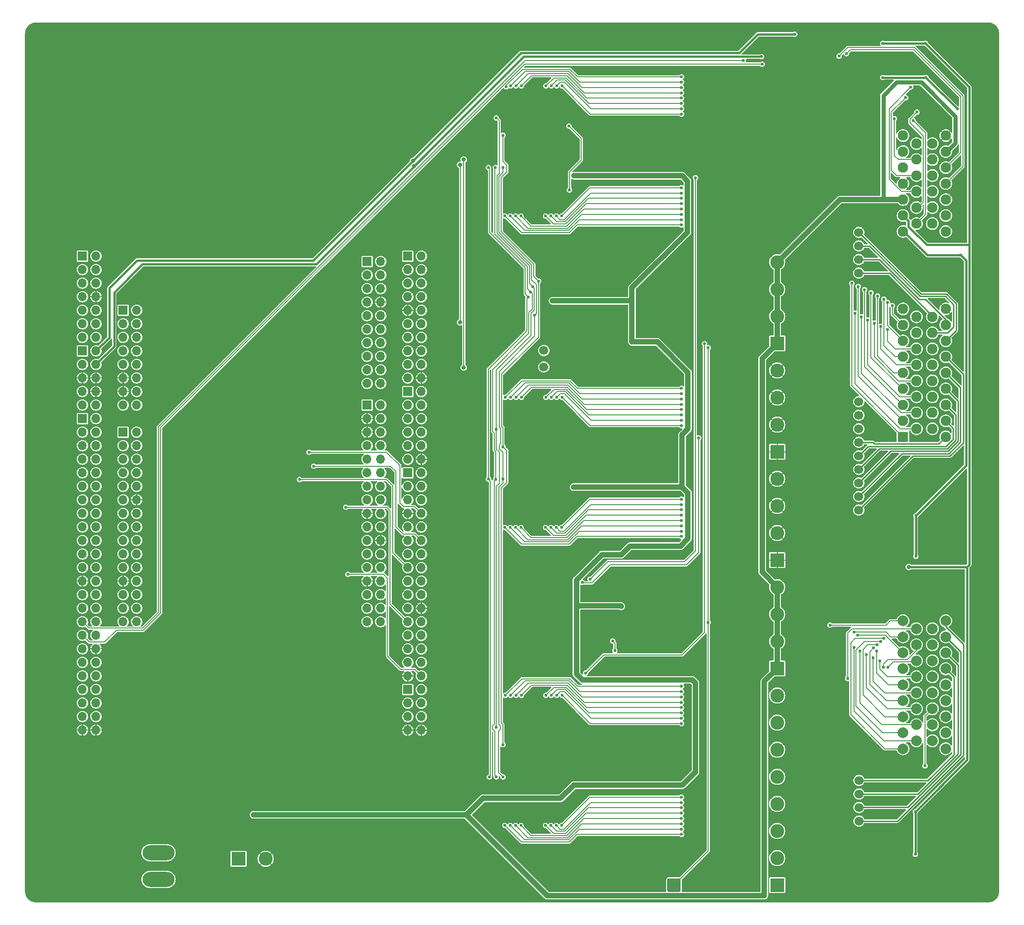
<source format=gbl>
G04 #@! TF.GenerationSoftware,KiCad,Pcbnew,7.0.9-7.0.9~ubuntu22.04.1*
G04 #@! TF.CreationDate,2023-12-21T23:25:22+00:00*
G04 #@! TF.ProjectId,digital_inputs,64696769-7461-46c5-9f69-6e707574732e,rev?*
G04 #@! TF.SameCoordinates,PX791ddc0PYca2dd00*
G04 #@! TF.FileFunction,Copper,L2,Bot*
G04 #@! TF.FilePolarity,Positive*
%FSLAX46Y46*%
G04 Gerber Fmt 4.6, Leading zero omitted, Abs format (unit mm)*
G04 Created by KiCad (PCBNEW 7.0.9-7.0.9~ubuntu22.04.1) date 2023-12-21 23:25:22*
%MOMM*%
%LPD*%
G01*
G04 APERTURE LIST*
G04 #@! TA.AperFunction,ComponentPad*
%ADD10C,0.800000*%
G04 #@! TD*
G04 #@! TA.AperFunction,ComponentPad*
%ADD11C,6.400000*%
G04 #@! TD*
G04 #@! TA.AperFunction,ComponentPad*
%ADD12R,1.950000X1.950000*%
G04 #@! TD*
G04 #@! TA.AperFunction,ComponentPad*
%ADD13C,1.950000*%
G04 #@! TD*
G04 #@! TA.AperFunction,ComponentPad*
%ADD14R,1.700000X1.700000*%
G04 #@! TD*
G04 #@! TA.AperFunction,ComponentPad*
%ADD15O,1.700000X1.700000*%
G04 #@! TD*
G04 #@! TA.AperFunction,ComponentPad*
%ADD16R,2.600000X2.600000*%
G04 #@! TD*
G04 #@! TA.AperFunction,ComponentPad*
%ADD17C,2.600000*%
G04 #@! TD*
G04 #@! TA.AperFunction,ComponentPad*
%ADD18C,1.700000*%
G04 #@! TD*
G04 #@! TA.AperFunction,ComponentPad*
%ADD19O,6.000000X2.800000*%
G04 #@! TD*
G04 #@! TA.AperFunction,ComponentPad*
%ADD20C,2.000000*%
G04 #@! TD*
G04 #@! TA.AperFunction,ViaPad*
%ADD21C,0.600000*%
G04 #@! TD*
G04 #@! TA.AperFunction,ViaPad*
%ADD22C,0.800000*%
G04 #@! TD*
G04 #@! TA.AperFunction,Conductor*
%ADD23C,1.000000*%
G04 #@! TD*
G04 #@! TA.AperFunction,Conductor*
%ADD24C,0.800000*%
G04 #@! TD*
G04 #@! TA.AperFunction,Conductor*
%ADD25C,0.200000*%
G04 #@! TD*
G04 #@! TA.AperFunction,Conductor*
%ADD26C,0.400000*%
G04 #@! TD*
G04 #@! TA.AperFunction,Conductor*
%ADD27C,0.250000*%
G04 #@! TD*
G04 APERTURE END LIST*
D10*
G04 #@! TO.P,J12,1,Pin_1*
G04 #@! TO.N,GND*
X78600000Y3500000D03*
X79302944Y5197056D03*
X79302944Y1802944D03*
X81000000Y5900000D03*
D11*
X81000000Y3500000D03*
D10*
X81000000Y1100000D03*
X82697056Y5197056D03*
X82697056Y1802944D03*
X83400000Y3500000D03*
G04 #@! TD*
D12*
G04 #@! TO.P,J19,1,1A*
G04 #@! TO.N,/TST1*
X164500000Y87300000D03*
D13*
G04 #@! TO.P,J19,2,2A*
G04 #@! TO.N,/TST2*
X164500000Y90300000D03*
G04 #@! TO.P,J19,3,3A*
G04 #@! TO.N,/TST3*
X164500000Y93300000D03*
G04 #@! TO.P,J19,4,4A*
G04 #@! TO.N,/TST4*
X164500000Y96300000D03*
G04 #@! TO.P,J19,5,5A*
G04 #@! TO.N,/TST5*
X164500000Y99300000D03*
G04 #@! TO.P,J19,6,6A*
G04 #@! TO.N,/TST6*
X164500000Y102300000D03*
G04 #@! TO.P,J19,7,7A*
G04 #@! TO.N,/TST7*
X164500000Y105300000D03*
G04 #@! TO.P,J19,8,8A*
G04 #@! TO.N,/TST8*
X164500000Y108300000D03*
G04 #@! TO.P,J19,9,9A*
G04 #@! TO.N,/TST9*
X164500000Y111300000D03*
G04 #@! TO.P,J19,10,10A*
G04 #@! TO.N,/TST10*
X167000000Y88800000D03*
G04 #@! TO.P,J19,11,11A*
G04 #@! TO.N,/TST11*
X167000000Y91800000D03*
G04 #@! TO.P,J19,12,12A*
G04 #@! TO.N,/TST12*
X167000000Y94800000D03*
G04 #@! TO.P,J19,13,13A*
G04 #@! TO.N,/TST13*
X167000000Y97800000D03*
G04 #@! TO.P,J19,14,14A*
G04 #@! TO.N,/TST14*
X167000000Y100800000D03*
G04 #@! TO.P,J19,15,15A*
G04 #@! TO.N,/TST15*
X167000000Y103800000D03*
G04 #@! TO.P,J19,16,16A*
G04 #@! TO.N,/TST16*
X167000000Y106800000D03*
G04 #@! TO.P,J19,17,17A*
G04 #@! TO.N,/TST17*
X167000000Y109800000D03*
G04 #@! TO.P,J19,18,18A*
G04 #@! TO.N,/TST18*
X170000000Y88800000D03*
G04 #@! TO.P,J19,19,19A*
G04 #@! TO.N,/TST19*
X170000000Y91800000D03*
G04 #@! TO.P,J19,20,20A*
G04 #@! TO.N,/TST20*
X170000000Y94800000D03*
G04 #@! TO.P,J19,21,21A*
G04 #@! TO.N,Net-(J19A-21A)*
X170000000Y97800000D03*
G04 #@! TO.P,J19,22,22A*
G04 #@! TO.N,Net-(J19A-22A)*
X170000000Y100800000D03*
G04 #@! TO.P,J19,23,23A*
G04 #@! TO.N,Net-(J19A-23A)*
X170000000Y103800000D03*
G04 #@! TO.P,J19,24,24A*
G04 #@! TO.N,Net-(J19A-24A)*
X170000000Y106800000D03*
G04 #@! TO.P,J19,25,25A*
G04 #@! TO.N,Net-(J19A-25A)*
X170000000Y109800000D03*
G04 #@! TO.P,J19,26,26A*
G04 #@! TO.N,Net-(J19A-26A)*
X172500000Y87300000D03*
G04 #@! TO.P,J19,27,27A*
G04 #@! TO.N,Net-(J19A-27A)*
X172500000Y90300000D03*
G04 #@! TO.P,J19,28,28A*
G04 #@! TO.N,Net-(J19A-28A)*
X172500000Y93300000D03*
G04 #@! TO.P,J19,29,29A*
G04 #@! TO.N,Net-(J19A-29A)*
X172500000Y96300000D03*
G04 #@! TO.P,J19,30,30A*
G04 #@! TO.N,Net-(J19A-30A)*
X172500000Y99300000D03*
G04 #@! TO.P,J19,31,31A*
G04 #@! TO.N,Net-(J19A-31A)*
X172500000Y102300000D03*
G04 #@! TO.P,J19,32,32A*
G04 #@! TO.N,Net-(J19A-32A)*
X172500000Y105300000D03*
G04 #@! TO.P,J19,33,33A*
G04 #@! TO.N,Net-(J19A-33A)*
X172500000Y108300000D03*
G04 #@! TO.P,J19,34,34A*
G04 #@! TO.N,GND*
X172500000Y111300000D03*
G04 #@! TO.P,J19,35,1B*
G04 #@! TO.N,/5V_1*
X164500000Y125800000D03*
G04 #@! TO.P,J19,36,2B*
G04 #@! TO.N,/5V_2*
X164500000Y128800000D03*
G04 #@! TO.P,J19,37,3B*
G04 #@! TO.N,+12V*
X164500000Y131800000D03*
G04 #@! TO.P,J19,38,4B*
G04 #@! TO.N,GND*
X164500000Y134800000D03*
G04 #@! TO.P,J19,39,5B*
G04 #@! TO.N,Net-(J19B-5B)*
X164500000Y137800000D03*
G04 #@! TO.P,J19,40,6B*
G04 #@! TO.N,Net-(J19B-6B)*
X164500000Y140800000D03*
G04 #@! TO.P,J19,41,7B*
G04 #@! TO.N,/REF1*
X164500000Y143800000D03*
G04 #@! TO.P,J19,42,8B*
G04 #@! TO.N,/REF2*
X167000000Y127300000D03*
G04 #@! TO.P,J19,43,9B*
G04 #@! TO.N,/REF3*
X167000000Y130300000D03*
G04 #@! TO.P,J19,44,10B*
G04 #@! TO.N,/REF4*
X167000000Y133300000D03*
G04 #@! TO.P,J19,45,11B*
G04 #@! TO.N,/REF5*
X167000000Y136300000D03*
G04 #@! TO.P,J19,46,12B*
G04 #@! TO.N,/REF6*
X167000000Y139300000D03*
G04 #@! TO.P,J19,47,13B*
G04 #@! TO.N,/REF7*
X167000000Y142300000D03*
G04 #@! TO.P,J19,48,14B*
G04 #@! TO.N,/REF8*
X170000000Y127300000D03*
G04 #@! TO.P,J19,49,15B*
G04 #@! TO.N,/OUT_DIG_0*
X170000000Y130300000D03*
G04 #@! TO.P,J19,50,16B*
G04 #@! TO.N,/OUT_DIG_1*
X170000000Y133300000D03*
G04 #@! TO.P,J19,51,17B*
G04 #@! TO.N,/OUT_DIG_2*
X170000000Y136300000D03*
G04 #@! TO.P,J19,52,18B*
G04 #@! TO.N,/OUT_DIG_3*
X170000000Y139300000D03*
G04 #@! TO.P,J19,53,19B*
G04 #@! TO.N,/OUT_DIG_4*
X170000000Y142300000D03*
G04 #@! TO.P,J19,54,20B*
G04 #@! TO.N,/OUT_DIG_5*
X172500000Y125800000D03*
G04 #@! TO.P,J19,55,21B*
G04 #@! TO.N,/OUT_DIG_6*
X172500000Y128800000D03*
G04 #@! TO.P,J19,56,22B*
G04 #@! TO.N,/OUT_DIG_7*
X172500000Y131800000D03*
G04 #@! TO.P,J19,57,23B*
G04 #@! TO.N,/CAN_L*
X172500000Y134800000D03*
G04 #@! TO.P,J19,58,24B*
G04 #@! TO.N,/CAN_H*
X172500000Y137800000D03*
G04 #@! TO.P,J19,59,25B*
G04 #@! TO.N,+12V*
X172500000Y140800000D03*
G04 #@! TO.P,J19,60,26B*
G04 #@! TO.N,GND*
X172500000Y143800000D03*
G04 #@! TD*
D14*
G04 #@! TO.P,J23,1,D16/I2S_A_MCK*
G04 #@! TO.N,unconnected-(J23-D16{slash}I2S_A_MCK-Pad1)*
X64090000Y120184000D03*
D15*
G04 #@! TO.P,J23,2,D15/I2C_A_SCL*
G04 #@! TO.N,unconnected-(J23-D15{slash}I2C_A_SCL-Pad2)*
X66630000Y120184000D03*
G04 #@! TO.P,J23,3,D17/I2S_A_SD*
G04 #@! TO.N,unconnected-(J23-D17{slash}I2S_A_SD-Pad3)*
X64090000Y117644000D03*
G04 #@! TO.P,J23,4,D14/I2C_A_SDA*
G04 #@! TO.N,unconnected-(J23-D14{slash}I2C_A_SDA-Pad4)*
X66630000Y117644000D03*
G04 #@! TO.P,J23,5,D18/I2S_A_CK*
G04 #@! TO.N,unconnected-(J23-D18{slash}I2S_A_CK-Pad5)*
X64090000Y115104000D03*
G04 #@! TO.P,J23,6,AREF*
G04 #@! TO.N,unconnected-(J23-AREF-Pad6)*
X66630000Y115104000D03*
G04 #@! TO.P,J23,7,D19/I2S_A_WS*
G04 #@! TO.N,unconnected-(J23-D19{slash}I2S_A_WS-Pad7)*
X64090000Y112564000D03*
G04 #@! TO.P,J23,8,GND*
G04 #@! TO.N,GND*
X66630000Y112564000D03*
G04 #@! TO.P,J23,9,D20/I2S_B_WS*
G04 #@! TO.N,unconnected-(J23-D20{slash}I2S_B_WS-Pad9)*
X64090000Y110024000D03*
G04 #@! TO.P,J23,10,D13/SPI_A_SCK*
G04 #@! TO.N,unconnected-(J23-D13{slash}SPI_A_SCK-Pad10)*
X66630000Y110024000D03*
G04 #@! TO.P,J23,11,D21/I2S_B_MCK*
G04 #@! TO.N,unconnected-(J23-D21{slash}I2S_B_MCK-Pad11)*
X64090000Y107484000D03*
G04 #@! TO.P,J23,12,D12/SPI_A_MISO*
G04 #@! TO.N,unconnected-(J23-D12{slash}SPI_A_MISO-Pad12)*
X66630000Y107484000D03*
G04 #@! TO.P,J23,13,D22/I2S_B_SD/SPI_B_MOSI*
G04 #@! TO.N,unconnected-(J23-D22{slash}I2S_B_SD{slash}SPI_B_MOSI-Pad13)*
X64090000Y104944000D03*
G04 #@! TO.P,J23,14,D11/SPI_A_MOSI/TIM_E_PWM1*
G04 #@! TO.N,unconnected-(J23-D11{slash}SPI_A_MOSI{slash}TIM_E_PWM1-Pad14)*
X66630000Y104944000D03*
G04 #@! TO.P,J23,15,D23/I2S_B_CK/SPI_B_SCK*
G04 #@! TO.N,unconnected-(J23-D23{slash}I2S_B_CK{slash}SPI_B_SCK-Pad15)*
X64090000Y102404000D03*
G04 #@! TO.P,J23,16,D10/SPI_A_CS/TIM_B_PWM3*
G04 #@! TO.N,unconnected-(J23-D10{slash}SPI_A_CS{slash}TIM_B_PWM3-Pad16)*
X66630000Y102404000D03*
G04 #@! TO.P,J23,17,D24/SPI_B_NSS*
G04 #@! TO.N,unconnected-(J23-D24{slash}SPI_B_NSS-Pad17)*
X64090000Y99864000D03*
G04 #@! TO.P,J23,18,D9/TIMER_B_PWM2*
G04 #@! TO.N,unconnected-(J23-D9{slash}TIMER_B_PWM2-Pad18)*
X66630000Y99864000D03*
G04 #@! TO.P,J23,19,D25/SPI_B_MISO*
G04 #@! TO.N,unconnected-(J23-D25{slash}SPI_B_MISO-Pad19)*
X64090000Y97324000D03*
G04 #@! TO.P,J23,20,D8/IO*
G04 #@! TO.N,unconnected-(J23-D8{slash}IO-Pad20)*
X66630000Y97324000D03*
G04 #@! TD*
D14*
G04 #@! TO.P,J20,1,PC14*
G04 #@! TO.N,unconnected-(J20-PC14-Pad1)*
X10750000Y90720000D03*
D15*
G04 #@! TO.P,J20,2,NC*
G04 #@! TO.N,unconnected-(J20-NC-Pad2)*
X13290000Y90720000D03*
G04 #@! TO.P,J20,3,PC15*
G04 #@! TO.N,unconnected-(J20-PC15-Pad3)*
X10750000Y88180000D03*
G04 #@! TO.P,J20,4,PA0*
G04 #@! TO.N,unconnected-(J20-PA0-Pad4)*
X13290000Y88180000D03*
G04 #@! TO.P,J20,5,PH0*
G04 #@! TO.N,unconnected-(J20-PH0-Pad5)*
X10750000Y85640000D03*
G04 #@! TO.P,J20,6,PA1*
G04 #@! TO.N,unconnected-(J20-PA1-Pad6)*
X13290000Y85640000D03*
G04 #@! TO.P,J20,7,PH1*
G04 #@! TO.N,unconnected-(J20-PH1-Pad7)*
X10750000Y83100000D03*
G04 #@! TO.P,J20,8,PA4*
G04 #@! TO.N,unconnected-(J20-PA4-Pad8)*
X13290000Y83100000D03*
G04 #@! TO.P,J20,9,VBAT*
G04 #@! TO.N,unconnected-(J20-VBAT-Pad9)*
X10750000Y80560000D03*
G04 #@! TO.P,J20,10,PB0*
G04 #@! TO.N,unconnected-(J20-PB0-Pad10)*
X13290000Y80560000D03*
G04 #@! TO.P,J20,11,PC2*
G04 #@! TO.N,unconnected-(J20-PC2-Pad11)*
X10750000Y78020000D03*
G04 #@! TO.P,J20,12,PC1*
G04 #@! TO.N,unconnected-(J20-PC1-Pad12)*
X13290000Y78020000D03*
G04 #@! TO.P,J20,13,PC3*
G04 #@! TO.N,unconnected-(J20-PC3-Pad13)*
X10750000Y75480000D03*
G04 #@! TO.P,J20,14,PC0*
G04 #@! TO.N,unconnected-(J20-PC0-Pad14)*
X13290000Y75480000D03*
G04 #@! TO.P,J20,15,PD4*
G04 #@! TO.N,unconnected-(J20-PD4-Pad15)*
X10750000Y72940000D03*
G04 #@! TO.P,J20,16,PD3*
G04 #@! TO.N,unconnected-(J20-PD3-Pad16)*
X13290000Y72940000D03*
G04 #@! TO.P,J20,17,PD5*
G04 #@! TO.N,unconnected-(J20-PD5-Pad17)*
X10750000Y70400000D03*
G04 #@! TO.P,J20,18,PG2*
G04 #@! TO.N,unconnected-(J20-PG2-Pad18)*
X13290000Y70400000D03*
G04 #@! TO.P,J20,19,PD6*
G04 #@! TO.N,unconnected-(J20-PD6-Pad19)*
X10750000Y67860000D03*
G04 #@! TO.P,J20,20,PG3*
G04 #@! TO.N,unconnected-(J20-PG3-Pad20)*
X13290000Y67860000D03*
G04 #@! TO.P,J20,21,PD7*
G04 #@! TO.N,unconnected-(J20-PD7-Pad21)*
X10750000Y65320000D03*
G04 #@! TO.P,J20,22,PD7*
G04 #@! TO.N,unconnected-(J20-PD7-Pad22)*
X13290000Y65320000D03*
G04 #@! TO.P,J20,23,PE3*
G04 #@! TO.N,unconnected-(J20-PE3-Pad23)*
X10750000Y62780000D03*
G04 #@! TO.P,J20,24,PE4*
G04 #@! TO.N,unconnected-(J20-PE4-Pad24)*
X13290000Y62780000D03*
G04 #@! TO.P,J20,25,GND*
G04 #@! TO.N,GND*
X10750000Y60240000D03*
G04 #@! TO.P,J20,26,PE5*
G04 #@! TO.N,unconnected-(J20-PE5-Pad26)*
X13290000Y60240000D03*
G04 #@! TO.P,J20,27,PF1*
G04 #@! TO.N,unconnected-(J20-PF1-Pad27)*
X10750000Y57700000D03*
G04 #@! TO.P,J20,28,PF2*
G04 #@! TO.N,unconnected-(J20-PF2-Pad28)*
X13290000Y57700000D03*
G04 #@! TO.P,J20,29,PF0*
G04 #@! TO.N,unconnected-(J20-PF0-Pad29)*
X10750000Y55160000D03*
G04 #@! TO.P,J20,30,PF8*
G04 #@! TO.N,unconnected-(J20-PF8-Pad30)*
X13290000Y55160000D03*
G04 #@! TO.P,J20,31,PD1*
G04 #@! TO.N,/CAN_TX*
X10750000Y52620000D03*
G04 #@! TO.P,J20,32,PF9*
G04 #@! TO.N,unconnected-(J20-PF9-Pad32)*
X13290000Y52620000D03*
G04 #@! TO.P,J20,33,PD0*
G04 #@! TO.N,/CAN_RX*
X10750000Y50080000D03*
G04 #@! TO.P,J20,34,PG1*
G04 #@! TO.N,unconnected-(J20-PG1-Pad34)*
X13290000Y50080000D03*
G04 #@! TO.P,J20,35,PG0*
G04 #@! TO.N,unconnected-(J20-PG0-Pad35)*
X10750000Y47540000D03*
G04 #@! TO.P,J20,36,GND*
G04 #@! TO.N,GND*
X13290000Y47540000D03*
G04 #@! TO.P,J20,37,PE1*
G04 #@! TO.N,unconnected-(J20-PE1-Pad37)*
X10750000Y45000000D03*
G04 #@! TO.P,J20,38,PE6*
G04 #@! TO.N,unconnected-(J20-PE6-Pad38)*
X13290000Y45000000D03*
G04 #@! TO.P,J20,39,PG9*
G04 #@! TO.N,unconnected-(J20-PG9-Pad39)*
X10750000Y42460000D03*
G04 #@! TO.P,J20,40,PG15*
G04 #@! TO.N,unconnected-(J20-PG15-Pad40)*
X13290000Y42460000D03*
G04 #@! TO.P,J20,41,PG12*
G04 #@! TO.N,unconnected-(J20-PG12-Pad41)*
X10750000Y39920000D03*
G04 #@! TO.P,J20,42,PG10*
G04 #@! TO.N,unconnected-(J20-PG10-Pad42)*
X13290000Y39920000D03*
G04 #@! TO.P,J20,43,NC*
G04 #@! TO.N,unconnected-(J20-NC-Pad43)*
X10750000Y37380000D03*
G04 #@! TO.P,J20,44,PG13*
G04 #@! TO.N,unconnected-(J20-PG13-Pad44)*
X13290000Y37380000D03*
G04 #@! TO.P,J20,45,PD9*
G04 #@! TO.N,unconnected-(J20-PD9-Pad45)*
X10750000Y34840000D03*
G04 #@! TO.P,J20,46,PG11*
G04 #@! TO.N,unconnected-(J20-PG11-Pad46)*
X13290000Y34840000D03*
G04 #@! TO.P,J20,47,GND*
G04 #@! TO.N,GND*
X10750000Y32300000D03*
G04 #@! TO.P,J20,48,GND*
X13290000Y32300000D03*
G04 #@! TD*
D16*
G04 #@! TO.P,J6,1,Pin_1*
G04 #@! TO.N,GND*
X140925000Y64180000D03*
D17*
G04 #@! TO.P,J6,2,Pin_2*
X140925000Y69260000D03*
G04 #@! TO.P,J6,3,Pin_3*
X140925000Y74340000D03*
G04 #@! TO.P,J6,4,Pin_4*
X140925000Y79420000D03*
G04 #@! TD*
D18*
G04 #@! TO.P,P19,1,Pin_1*
G04 #@! TO.N,/CAN2_L*
X97200000Y100400000D03*
G04 #@! TD*
D19*
G04 #@! TO.P,CB1,1*
G04 #@! TO.N,Net-(CB1-Pad1)*
X25000000Y4300000D03*
G04 #@! TO.P,CB1,2*
G04 #@! TO.N,+12V*
X25000000Y9300000D03*
G04 #@! TD*
D16*
G04 #@! TO.P,J5,1,Pin_1*
G04 #@! TO.N,Net-(J5-Pin_1)*
X40005000Y8165000D03*
D17*
G04 #@! TO.P,J5,2,Pin_2*
G04 #@! TO.N,GND*
X45085000Y8165000D03*
G04 #@! TD*
D18*
G04 #@! TO.P,P12,1,Pin_1*
G04 #@! TO.N,Net-(J19A-32A)*
X156210000Y125640000D03*
G04 #@! TD*
G04 #@! TO.P,P18,1,Pin_1*
G04 #@! TO.N,/CAN2_H*
X97200000Y103500000D03*
G04 #@! TD*
G04 #@! TO.P,P2,1,Pin_1*
G04 #@! TO.N,Net-(J19A-22A)*
X156210000Y91350000D03*
G04 #@! TD*
D14*
G04 #@! TO.P,J22,1,A0/ADC123_IN3*
G04 #@! TO.N,unconnected-(J22-A0{slash}ADC123_IN3-Pad1)*
X18370000Y88180000D03*
D15*
G04 #@! TO.P,J22,2,D51/USART_B_SCLK*
G04 #@! TO.N,unconnected-(J22-D51{slash}USART_B_SCLK-Pad2)*
X20910000Y88180000D03*
G04 #@! TO.P,J22,3,A1/ADC123_IN10*
G04 #@! TO.N,unconnected-(J22-A1{slash}ADC123_IN10-Pad3)*
X18370000Y85640000D03*
G04 #@! TO.P,J22,4,D52/USART_B_RX*
G04 #@! TO.N,unconnected-(J22-D52{slash}USART_B_RX-Pad4)*
X20910000Y85640000D03*
G04 #@! TO.P,J22,5,A2/ADC123_IN13*
G04 #@! TO.N,unconnected-(J22-A2{slash}ADC123_IN13-Pad5)*
X18370000Y83100000D03*
G04 #@! TO.P,J22,6,D53/USART_B_TX*
G04 #@! TO.N,unconnected-(J22-D53{slash}USART_B_TX-Pad6)*
X20910000Y83100000D03*
G04 #@! TO.P,J22,7,A3/ADC3_IN9*
G04 #@! TO.N,unconnected-(J22-A3{slash}ADC3_IN9-Pad7)*
X18370000Y80560000D03*
G04 #@! TO.P,J22,8,D54/USART_B_RTS*
G04 #@! TO.N,unconnected-(J22-D54{slash}USART_B_RTS-Pad8)*
X20910000Y80560000D03*
G04 #@! TO.P,J22,9,A4/ADC3_IN15/I2C1_SDA*
G04 #@! TO.N,unconnected-(J22-A4{slash}ADC3_IN15{slash}I2C1_SDA-Pad9)*
X18370000Y78020000D03*
G04 #@! TO.P,J22,10,D55/USART_B_CTS*
G04 #@! TO.N,unconnected-(J22-D55{slash}USART_B_CTS-Pad10)*
X20910000Y78020000D03*
G04 #@! TO.P,J22,11,A5/ADC3_IN8/I2C1_SCL*
G04 #@! TO.N,unconnected-(J22-A5{slash}ADC3_IN8{slash}I2C1_SCL-Pad11)*
X18370000Y75480000D03*
G04 #@! TO.P,J22,12,GND*
G04 #@! TO.N,GND*
X20910000Y75480000D03*
G04 #@! TO.P,J22,13,D72/NC*
G04 #@! TO.N,unconnected-(J22-D72{slash}NC-Pad13)*
X18370000Y72940000D03*
G04 #@! TO.P,J22,14,D56/SAI_A_MCLK*
G04 #@! TO.N,unconnected-(J22-D56{slash}SAI_A_MCLK-Pad14)*
X20910000Y72940000D03*
G04 #@! TO.P,J22,15,D71/IO*
G04 #@! TO.N,unconnected-(J22-D71{slash}IO-Pad15)*
X18370000Y70400000D03*
G04 #@! TO.P,J22,16,D57/SAI_A_FS*
G04 #@! TO.N,unconnected-(J22-D57{slash}SAI_A_FS-Pad16)*
X20910000Y70400000D03*
G04 #@! TO.P,J22,17,D70/I2C_B_SMBA*
G04 #@! TO.N,unconnected-(J22-D70{slash}I2C_B_SMBA-Pad17)*
X18370000Y67860000D03*
G04 #@! TO.P,J22,18,D58/SAI_A_SCK*
G04 #@! TO.N,unconnected-(J22-D58{slash}SAI_A_SCK-Pad18)*
X20910000Y67860000D03*
G04 #@! TO.P,J22,19,D69/I2C_B_SCL*
G04 #@! TO.N,unconnected-(J22-D69{slash}I2C_B_SCL-Pad19)*
X18370000Y65320000D03*
G04 #@! TO.P,J22,20,D59/SAI_A_SD*
G04 #@! TO.N,unconnected-(J22-D59{slash}SAI_A_SD-Pad20)*
X20910000Y65320000D03*
G04 #@! TO.P,J22,21,D68/I2C_B_SDA*
G04 #@! TO.N,unconnected-(J22-D68{slash}I2C_B_SDA-Pad21)*
X18370000Y62780000D03*
G04 #@! TO.P,J22,22,D60/SAI_B_SD*
G04 #@! TO.N,unconnected-(J22-D60{slash}SAI_B_SD-Pad22)*
X20910000Y62780000D03*
G04 #@! TO.P,J22,23,GND*
G04 #@! TO.N,GND*
X18370000Y60240000D03*
G04 #@! TO.P,J22,24,D61/SAI_B_SCK*
G04 #@! TO.N,unconnected-(J22-D61{slash}SAI_B_SCK-Pad24)*
X20910000Y60240000D03*
G04 #@! TO.P,J22,25,D67/CAN_RX*
G04 #@! TO.N,unconnected-(J22-D67{slash}CAN_RX-Pad25)*
X18370000Y57700000D03*
G04 #@! TO.P,J22,26,D62/SAI_B_MCLK*
G04 #@! TO.N,unconnected-(J22-D62{slash}SAI_B_MCLK-Pad26)*
X20910000Y57700000D03*
G04 #@! TO.P,J22,27,D66/CAN_TX*
G04 #@! TO.N,unconnected-(J22-D66{slash}CAN_TX-Pad27)*
X18370000Y55160000D03*
G04 #@! TO.P,J22,28,D63/SAI_B_FS*
G04 #@! TO.N,unconnected-(J22-D63{slash}SAI_B_FS-Pad28)*
X20910000Y55160000D03*
G04 #@! TO.P,J22,29,Pin_29*
G04 #@! TO.N,unconnected-(J22-Pin_29-Pad29)*
X18370000Y52620000D03*
G04 #@! TO.P,J22,30,D64/IO*
G04 #@! TO.N,unconnected-(J22-D64{slash}IO-Pad30)*
X20910000Y52620000D03*
G04 #@! TD*
D18*
G04 #@! TO.P,P8,1,Pin_1*
G04 #@! TO.N,Net-(J19A-28A)*
X156210000Y81190000D03*
G04 #@! TD*
G04 #@! TO.P,P10,1,Pin_1*
G04 #@! TO.N,Net-(J19A-30A)*
X156210000Y76110000D03*
G04 #@! TD*
D14*
G04 #@! TO.P,J27,1,PA10*
G04 #@! TO.N,unconnected-(J27-PA10-Pad1)*
X71710000Y80540000D03*
D15*
G04 #@! TO.P,J27,2,PC4*
G04 #@! TO.N,/OUT3*
X74250000Y80540000D03*
G04 #@! TO.P,J27,3,PA2*
G04 #@! TO.N,unconnected-(J27-PA2-Pad3)*
X71710000Y78000000D03*
G04 #@! TO.P,J27,4,PF5*
G04 #@! TO.N,/IN1*
X74250000Y78000000D03*
G04 #@! TO.P,J27,5,PA3*
G04 #@! TO.N,unconnected-(J27-PA3-Pad5)*
X71710000Y75460000D03*
G04 #@! TO.P,J27,6,PF4*
G04 #@! TO.N,/IN0*
X74250000Y75460000D03*
G04 #@! TO.P,J27,7,GND*
G04 #@! TO.N,GND*
X71710000Y72920000D03*
G04 #@! TO.P,J27,8,PE8*
G04 #@! TO.N,/DIG_2*
X74250000Y72920000D03*
G04 #@! TO.P,J27,9,PD13*
G04 #@! TO.N,unconnected-(J27-PD13-Pad9)*
X71710000Y70380000D03*
G04 #@! TO.P,J27,10,PF10*
G04 #@! TO.N,/IN3*
X74250000Y70380000D03*
G04 #@! TO.P,J27,11,PD12*
G04 #@! TO.N,unconnected-(J27-PD12-Pad11)*
X71710000Y67840000D03*
G04 #@! TO.P,J27,12,PE7*
G04 #@! TO.N,/DIG_1*
X74250000Y67840000D03*
G04 #@! TO.P,J27,13,PD11*
G04 #@! TO.N,unconnected-(J27-PD11-Pad13)*
X71710000Y65300000D03*
G04 #@! TO.P,J27,14,PD14*
G04 #@! TO.N,unconnected-(J27-PD14-Pad14)*
X74250000Y65300000D03*
G04 #@! TO.P,J27,15,PE10*
G04 #@! TO.N,/DIG_4*
X71710000Y62760000D03*
G04 #@! TO.P,J27,16,PD15*
G04 #@! TO.N,unconnected-(J27-PD15-Pad16)*
X74250000Y62760000D03*
G04 #@! TO.P,J27,17,PE12*
G04 #@! TO.N,/DIG_6*
X71710000Y60220000D03*
G04 #@! TO.P,J27,18,PF14*
G04 #@! TO.N,unconnected-(J27-PF14-Pad18)*
X74250000Y60220000D03*
G04 #@! TO.P,J27,19,PE14*
G04 #@! TO.N,unconnected-(J27-PE14-Pad19)*
X71710000Y57680000D03*
G04 #@! TO.P,J27,20,PE9*
G04 #@! TO.N,/DIG_3*
X74250000Y57680000D03*
G04 #@! TO.P,J27,21,PE15*
G04 #@! TO.N,unconnected-(J27-PE15-Pad21)*
X71710000Y55140000D03*
G04 #@! TO.P,J27,22,GND*
G04 #@! TO.N,GND*
X74250000Y55140000D03*
G04 #@! TO.P,J27,23,PE13*
G04 #@! TO.N,/DIG_7*
X71710000Y52600000D03*
G04 #@! TO.P,J27,24,PE11*
G04 #@! TO.N,/DIG_5*
X74250000Y52600000D03*
G04 #@! TO.P,J27,25,PF13*
G04 #@! TO.N,unconnected-(J27-PF13-Pad25)*
X71710000Y50060000D03*
G04 #@! TO.P,J27,26,PF3*
G04 #@! TO.N,/IN2*
X74250000Y50060000D03*
G04 #@! TO.P,J27,27,PF12*
G04 #@! TO.N,unconnected-(J27-PF12-Pad27)*
X71710000Y47520000D03*
G04 #@! TO.P,J27,28,PF15*
G04 #@! TO.N,unconnected-(J27-PF15-Pad28)*
X74250000Y47520000D03*
G04 #@! TO.P,J27,29,PG14*
G04 #@! TO.N,unconnected-(J27-PG14-Pad29)*
X71710000Y44980000D03*
G04 #@! TO.P,J27,30,PF11*
G04 #@! TO.N,unconnected-(J27-PF11-Pad30)*
X74250000Y44980000D03*
G04 #@! TO.P,J27,31,GND*
G04 #@! TO.N,GND*
X71710000Y42440000D03*
G04 #@! TO.P,J27,32,PE0*
G04 #@! TO.N,/DIG_0*
X74250000Y42440000D03*
G04 #@! TD*
D10*
G04 #@! TO.P,J10,1,Pin_1*
G04 #@! TO.N,GND*
X79100000Y82500000D03*
X79802944Y84197056D03*
X79802944Y80802944D03*
X81500000Y84900000D03*
D11*
X81500000Y82500000D03*
D10*
X81500000Y80100000D03*
X83197056Y84197056D03*
X83197056Y80802944D03*
X83900000Y82500000D03*
G04 #@! TD*
D14*
G04 #@! TO.P,J21,1,NC*
G04 #@! TO.N,unconnected-(J21-NC-Pad1)*
X18370000Y111040000D03*
D15*
G04 #@! TO.P,J21,2,D43/SDMMC_D0*
G04 #@! TO.N,unconnected-(J21-D43{slash}SDMMC_D0-Pad2)*
X20910000Y111040000D03*
G04 #@! TO.P,J21,3,IOREF_CN8*
G04 #@! TO.N,unconnected-(J21-IOREF_CN8-Pad3)*
X18370000Y108500000D03*
G04 #@! TO.P,J21,4,D44/SDMMC_D1/I2S_A*
G04 #@! TO.N,unconnected-(J21-D44{slash}SDMMC_D1{slash}I2S_A-Pad4)*
X20910000Y108500000D03*
G04 #@! TO.P,J21,5,RESET*
G04 #@! TO.N,unconnected-(J21-RESET-Pad5)*
X18370000Y105960000D03*
G04 #@! TO.P,J21,6,D45/SDMMC_D2*
G04 #@! TO.N,unconnected-(J21-D45{slash}SDMMC_D2-Pad6)*
X20910000Y105960000D03*
G04 #@! TO.P,J21,7,+3V3*
G04 #@! TO.N,unconnected-(J21-+3V3-Pad7)*
X18370000Y103420000D03*
G04 #@! TO.P,J21,8,D46/SDMMC_D3*
G04 #@! TO.N,unconnected-(J21-D46{slash}SDMMC_D3-Pad8)*
X20910000Y103420000D03*
G04 #@! TO.P,J21,9,+5V*
G04 #@! TO.N,unconnected-(J21-+5V-Pad9)*
X18370000Y100880000D03*
G04 #@! TO.P,J21,10,D47/SDMMC_CK*
G04 #@! TO.N,unconnected-(J21-D47{slash}SDMMC_CK-Pad10)*
X20910000Y100880000D03*
G04 #@! TO.P,J21,11,GND*
G04 #@! TO.N,GND*
X18370000Y98340000D03*
G04 #@! TO.P,J21,12,D48/SDMMC_CMD*
G04 #@! TO.N,unconnected-(J21-D48{slash}SDMMC_CMD-Pad12)*
X20910000Y98340000D03*
G04 #@! TO.P,J21,13,GND*
G04 #@! TO.N,GND*
X18370000Y95800000D03*
G04 #@! TO.P,J21,14,D49/IO*
G04 #@! TO.N,unconnected-(J21-D49{slash}IO-Pad14)*
X20910000Y95800000D03*
G04 #@! TO.P,J21,15,VIN*
G04 #@! TO.N,unconnected-(J21-VIN-Pad15)*
X18370000Y93260000D03*
G04 #@! TO.P,J21,16,D50/IO*
G04 #@! TO.N,unconnected-(J21-D50{slash}IO-Pad16)*
X20910000Y93260000D03*
G04 #@! TD*
D16*
G04 #@! TO.P,J7,1,Pin_1*
G04 #@! TO.N,GND*
X140925000Y84500000D03*
D17*
G04 #@! TO.P,J7,2,Pin_2*
X140925000Y89580000D03*
G04 #@! TO.P,J7,3,Pin_3*
X140925000Y94660000D03*
G04 #@! TO.P,J7,4,Pin_4*
X140925000Y99740000D03*
G04 #@! TD*
D16*
G04 #@! TO.P,J8,1,Pin_1*
G04 #@! TO.N,+12V*
X140925000Y104820000D03*
D17*
G04 #@! TO.P,J8,2,Pin_2*
X140925000Y109900000D03*
G04 #@! TO.P,J8,3,Pin_3*
X140925000Y114980000D03*
G04 #@! TO.P,J8,4,Pin_4*
X140925000Y120060000D03*
G04 #@! TD*
D16*
G04 #@! TO.P,J3,1,Pin_1*
G04 #@! TO.N,/TST48*
X140925000Y3220000D03*
D17*
G04 #@! TO.P,J3,2,Pin_2*
G04 #@! TO.N,/TST47*
X140925000Y8300000D03*
G04 #@! TO.P,J3,3,Pin_3*
G04 #@! TO.N,/TST46*
X140925000Y13380000D03*
G04 #@! TO.P,J3,4,Pin_4*
G04 #@! TO.N,/TST45*
X140925000Y18460000D03*
G04 #@! TO.P,J3,5,Pin_5*
G04 #@! TO.N,/TST44*
X140925000Y23540000D03*
G04 #@! TO.P,J3,6,Pin_6*
G04 #@! TO.N,/TST43*
X140925000Y28620000D03*
G04 #@! TO.P,J3,7,Pin_7*
G04 #@! TO.N,/TST42*
X140925000Y33700000D03*
G04 #@! TO.P,J3,8,Pin_8*
G04 #@! TO.N,/TST41*
X140925000Y38780000D03*
G04 #@! TD*
D10*
G04 #@! TO.P,J16,1,Pin_1*
G04 #@! TO.N,GND*
X176514214Y3500000D03*
X177217158Y5197056D03*
X177217158Y1802944D03*
X178914214Y5900000D03*
D11*
X178914214Y3500000D03*
D10*
X178914214Y1100000D03*
X180611270Y5197056D03*
X180611270Y1802944D03*
X181314214Y3500000D03*
G04 #@! TD*
D18*
G04 #@! TO.P,P13,1,Pin_1*
G04 #@! TO.N,Net-(J19A-33A)*
X156210000Y120560000D03*
G04 #@! TD*
G04 #@! TO.P,P11,1,Pin_1*
G04 #@! TO.N,Net-(J19A-31A)*
X156210000Y73570000D03*
G04 #@! TD*
D10*
G04 #@! TO.P,J11,1,Pin_1*
G04 #@! TO.N,GND*
X176514214Y161500000D03*
X177217158Y163197056D03*
X177217158Y159802944D03*
X178914214Y163900000D03*
D11*
X178914214Y161500000D03*
D10*
X178914214Y159100000D03*
X180611270Y163197056D03*
X180611270Y159802944D03*
X181314214Y161500000D03*
G04 #@! TD*
D18*
G04 #@! TO.P,P9,1,Pin_1*
G04 #@! TO.N,Net-(J19A-29A)*
X156210000Y78650000D03*
G04 #@! TD*
G04 #@! TO.P,P1,1,Pin_1*
G04 #@! TO.N,Net-(J19A-21A)*
X156210000Y88810000D03*
G04 #@! TD*
G04 #@! TO.P,P15,1,Pin_1*
G04 #@! TO.N,Net-(J1-32C)*
X156250000Y20320000D03*
G04 #@! TD*
D10*
G04 #@! TO.P,J13,1,Pin_1*
G04 #@! TO.N,GND*
X1100000Y161500000D03*
X1802944Y163197056D03*
X1802944Y159802944D03*
X3500000Y163900000D03*
D11*
X3500000Y161500000D03*
D10*
X3500000Y159100000D03*
X5197056Y163197056D03*
X5197056Y159802944D03*
X5900000Y161500000D03*
G04 #@! TD*
D14*
G04 #@! TO.P,J18,1,PA14*
G04 #@! TO.N,unconnected-(J18-PA14-Pad1)*
X10750000Y103420000D03*
D15*
G04 #@! TO.P,J18,2,+3V3*
G04 #@! TO.N,+3.3V*
X13290000Y103420000D03*
G04 #@! TO.P,J18,3,PA15*
G04 #@! TO.N,unconnected-(J18-PA15-Pad3)*
X10750000Y100880000D03*
G04 #@! TO.P,J18,4,+5V*
G04 #@! TO.N,+5V*
X13290000Y100880000D03*
G04 #@! TO.P,J18,5,GND*
G04 #@! TO.N,GND*
X10750000Y98340000D03*
G04 #@! TO.P,J18,6,GND*
X13290000Y98340000D03*
G04 #@! TO.P,J18,7,PB7*
G04 #@! TO.N,unconnected-(J18-PB7-Pad7)*
X10750000Y95800000D03*
G04 #@! TO.P,J18,8,GND*
G04 #@! TO.N,GND*
X13290000Y95800000D03*
G04 #@! TO.P,J18,9,PC13*
G04 #@! TO.N,unconnected-(J18-PC13-Pad9)*
X10750000Y93260000D03*
G04 #@! TO.P,J18,10,VIN*
G04 #@! TO.N,+12V*
X13290000Y93260000D03*
G04 #@! TD*
D18*
G04 #@! TO.P,P3,1,Pin_1*
G04 #@! TO.N,Net-(J19A-23A)*
X156210000Y93890000D03*
G04 #@! TD*
G04 #@! TO.P,P16,1,Pin_1*
G04 #@! TO.N,Net-(J1-33C)*
X156250000Y17780000D03*
G04 #@! TD*
D10*
G04 #@! TO.P,J14,1,Pin_1*
G04 #@! TO.N,GND*
X79100000Y161500000D03*
X79802944Y163197056D03*
X79802944Y159802944D03*
X81500000Y163900000D03*
D11*
X81500000Y161500000D03*
D10*
X81500000Y159100000D03*
X83197056Y163197056D03*
X83197056Y159802944D03*
X83900000Y161500000D03*
G04 #@! TD*
D14*
G04 #@! TO.P,J25,1,PC9*
G04 #@! TO.N,unconnected-(J25-PC9-Pad1)*
X71710000Y121180000D03*
D15*
G04 #@! TO.P,J25,2,PC8*
G04 #@! TO.N,/ADR0*
X74250000Y121180000D03*
G04 #@! TO.P,J25,3,PB8*
G04 #@! TO.N,unconnected-(J25-PB8-Pad3)*
X71710000Y118640000D03*
G04 #@! TO.P,J25,4,PC6*
G04 #@! TO.N,/ADR1*
X74250000Y118640000D03*
G04 #@! TO.P,J25,5,PB9*
G04 #@! TO.N,unconnected-(J25-PB9-Pad5)*
X71710000Y116100000D03*
G04 #@! TO.P,J25,6,PC5*
G04 #@! TO.N,/ADR2*
X74250000Y116100000D03*
G04 #@! TO.P,J25,7,AVDD*
G04 #@! TO.N,unconnected-(J25-AVDD-Pad7)*
X71710000Y113560000D03*
G04 #@! TO.P,J25,8,U5V*
G04 #@! TO.N,unconnected-(J25-U5V-Pad8)*
X74250000Y113560000D03*
G04 #@! TO.P,J25,9,GND*
G04 #@! TO.N,GND*
X71710000Y111020000D03*
G04 #@! TO.P,J25,10,PD8*
G04 #@! TO.N,/OUT0*
X74250000Y111020000D03*
G04 #@! TO.P,J25,11,PA5*
G04 #@! TO.N,unconnected-(J25-PA5-Pad11)*
X71710000Y108480000D03*
G04 #@! TO.P,J25,12,PA12*
G04 #@! TO.N,unconnected-(J25-PA12-Pad12)*
X74250000Y108480000D03*
G04 #@! TO.P,J25,13,PA6*
G04 #@! TO.N,/ADR3*
X71710000Y105940000D03*
G04 #@! TO.P,J25,14,PA11*
G04 #@! TO.N,unconnected-(J25-PA11-Pad14)*
X74250000Y105940000D03*
G04 #@! TO.P,J25,15,PA7*
G04 #@! TO.N,/MUX_OFF*
X71710000Y103400000D03*
G04 #@! TO.P,J25,16,PB12*
G04 #@! TO.N,/CAN2_RX*
X74250000Y103400000D03*
G04 #@! TO.P,J25,17,PB6*
G04 #@! TO.N,/CAN2_TX*
X71710000Y100860000D03*
G04 #@! TO.P,J25,18,PB11*
G04 #@! TO.N,/OUT1*
X74250000Y100860000D03*
G04 #@! TO.P,J25,19,PC7*
G04 #@! TO.N,/OUT2*
X71710000Y98320000D03*
G04 #@! TO.P,J25,20,GND*
G04 #@! TO.N,GND*
X74250000Y98320000D03*
G04 #@! TD*
D18*
G04 #@! TO.P,P17,1,Pin_1*
G04 #@! TO.N,Net-(J1-34C)*
X156250000Y15240000D03*
G04 #@! TD*
G04 #@! TO.P,J4,1,Pin_1*
G04 #@! TO.N,/TST49*
G04 #@! TA.AperFunction,ComponentPad*
G36*
G01*
X120305000Y2194999D02*
X120305000Y4245001D01*
G75*
G02*
X120554999Y4495000I249999J0D01*
G01*
X122605001Y4495000D01*
G75*
G02*
X122855000Y4245001I0J-249999D01*
G01*
X122855000Y2194999D01*
G75*
G02*
X122605001Y1945000I-249999J0D01*
G01*
X120554999Y1945000D01*
G75*
G02*
X120305000Y2194999I0J249999D01*
G01*
G37*
G04 #@! TD.AperFunction*
G04 #@! TD*
D14*
G04 #@! TO.P,J28,1,PD10*
G04 #@! TO.N,unconnected-(J28-PD10-Pad1)*
X71710000Y39900000D03*
D15*
G04 #@! TO.P,J28,2,PG8*
G04 #@! TO.N,unconnected-(J28-PG8-Pad2)*
X74250000Y39900000D03*
G04 #@! TO.P,J28,3,PG7*
G04 #@! TO.N,unconnected-(J28-PG7-Pad3)*
X71710000Y37360000D03*
G04 #@! TO.P,J28,4,PG5*
G04 #@! TO.N,unconnected-(J28-PG5-Pad4)*
X74250000Y37360000D03*
G04 #@! TO.P,J28,5,PG4*
G04 #@! TO.N,unconnected-(J28-PG4-Pad5)*
X71710000Y34820000D03*
G04 #@! TO.P,J28,6,PG6*
G04 #@! TO.N,unconnected-(J28-PG6-Pad6)*
X74250000Y34820000D03*
G04 #@! TO.P,J28,7,GND*
G04 #@! TO.N,GND*
X71710000Y32280000D03*
G04 #@! TO.P,J28,8,GND*
X74250000Y32280000D03*
G04 #@! TD*
D14*
G04 #@! TO.P,J24,1,AVDD*
G04 #@! TO.N,unconnected-(J24-AVDD-Pad1)*
X64090000Y93260000D03*
D15*
G04 #@! TO.P,J24,2,D7/IO*
G04 #@! TO.N,unconnected-(J24-D7{slash}IO-Pad2)*
X66630000Y93260000D03*
G04 #@! TO.P,J24,3,AGND_CN10*
G04 #@! TO.N,GND*
X64090000Y90720000D03*
G04 #@! TO.P,J24,4,D6/TIMER_A_PWM1*
G04 #@! TO.N,unconnected-(J24-D6{slash}TIMER_A_PWM1-Pad4)*
X66630000Y90720000D03*
G04 #@! TO.P,J24,5,GND*
G04 #@! TO.N,GND*
X64090000Y88180000D03*
G04 #@! TO.P,J24,6,D5/TIMER_A_PWM2*
G04 #@! TO.N,unconnected-(J24-D5{slash}TIMER_A_PWM2-Pad6)*
X66630000Y88180000D03*
G04 #@! TO.P,J24,7,A6/ADC_A_IN*
G04 #@! TO.N,unconnected-(J24-A6{slash}ADC_A_IN-Pad7)*
X64090000Y85640000D03*
G04 #@! TO.P,J24,8,D4/IO*
G04 #@! TO.N,unconnected-(J24-D4{slash}IO-Pad8)*
X66630000Y85640000D03*
G04 #@! TO.P,J24,9,A7/ADC_B_IN*
G04 #@! TO.N,unconnected-(J24-A7{slash}ADC_B_IN-Pad9)*
X64090000Y83100000D03*
G04 #@! TO.P,J24,10,D3/TIMER_A_PWM3*
G04 #@! TO.N,unconnected-(J24-D3{slash}TIMER_A_PWM3-Pad10)*
X66630000Y83100000D03*
G04 #@! TO.P,J24,11,A8/ADC_C_IN*
G04 #@! TO.N,unconnected-(J24-A8{slash}ADC_C_IN-Pad11)*
X64090000Y80560000D03*
G04 #@! TO.P,J24,12,D2/IO*
G04 #@! TO.N,unconnected-(J24-D2{slash}IO-Pad12)*
X66630000Y80560000D03*
G04 #@! TO.P,J24,13,D26/IO*
G04 #@! TO.N,unconnected-(J24-D26{slash}IO-Pad13)*
X64090000Y78020000D03*
G04 #@! TO.P,J24,14,D1/USART_A_TX*
G04 #@! TO.N,unconnected-(J24-D1{slash}USART_A_TX-Pad14)*
X66630000Y78020000D03*
G04 #@! TO.P,J24,15,D27/IO*
G04 #@! TO.N,unconnected-(J24-D27{slash}IO-Pad15)*
X64090000Y75480000D03*
G04 #@! TO.P,J24,16,D0/USART_A_RX*
G04 #@! TO.N,unconnected-(J24-D0{slash}USART_A_RX-Pad16)*
X66630000Y75480000D03*
G04 #@! TO.P,J24,17,GND*
G04 #@! TO.N,GND*
X64090000Y72940000D03*
G04 #@! TO.P,J24,18,D42/TIMER_A_PWM1N*
G04 #@! TO.N,unconnected-(J24-D42{slash}TIMER_A_PWM1N-Pad18)*
X66630000Y72940000D03*
G04 #@! TO.P,J24,19,D28/IO*
G04 #@! TO.N,unconnected-(J24-D28{slash}IO-Pad19)*
X64090000Y70400000D03*
G04 #@! TO.P,J24,20,D41/TIMER_A_ETR*
G04 #@! TO.N,unconnected-(J24-D41{slash}TIMER_A_ETR-Pad20)*
X66630000Y70400000D03*
G04 #@! TO.P,J24,21,D29/IO*
G04 #@! TO.N,unconnected-(J24-D29{slash}IO-Pad21)*
X64090000Y67860000D03*
G04 #@! TO.P,J24,22,GND*
G04 #@! TO.N,GND*
X66630000Y67860000D03*
G04 #@! TO.P,J24,23,D30/IO*
G04 #@! TO.N,unconnected-(J24-D30{slash}IO-Pad23)*
X64090000Y65320000D03*
G04 #@! TO.P,J24,24,D40/TIMER_A_PWM2N*
G04 #@! TO.N,unconnected-(J24-D40{slash}TIMER_A_PWM2N-Pad24)*
X66630000Y65320000D03*
G04 #@! TO.P,J24,25,D31/IO*
G04 #@! TO.N,unconnected-(J24-D31{slash}IO-Pad25)*
X64090000Y62780000D03*
G04 #@! TO.P,J24,26,D39/TIMER_A_PWM3N*
G04 #@! TO.N,unconnected-(J24-D39{slash}TIMER_A_PWM3N-Pad26)*
X66630000Y62780000D03*
G04 #@! TO.P,J24,27,GND*
G04 #@! TO.N,GND*
X64090000Y60240000D03*
G04 #@! TO.P,J24,28,D38/IO*
G04 #@! TO.N,unconnected-(J24-D38{slash}IO-Pad28)*
X66630000Y60240000D03*
G04 #@! TO.P,J24,29,D32/TIMER_C_PWM1*
G04 #@! TO.N,unconnected-(J24-D32{slash}TIMER_C_PWM1-Pad29)*
X64090000Y57700000D03*
G04 #@! TO.P,J24,30,D37/TIMER_A_BKIN1*
G04 #@! TO.N,unconnected-(J24-D37{slash}TIMER_A_BKIN1-Pad30)*
X66630000Y57700000D03*
G04 #@! TO.P,J24,31,D33/TIMER_D_PWM1*
G04 #@! TO.N,unconnected-(J24-D33{slash}TIMER_D_PWM1-Pad31)*
X64090000Y55160000D03*
G04 #@! TO.P,J24,32,D36/TIMER_C_PWM2*
G04 #@! TO.N,unconnected-(J24-D36{slash}TIMER_C_PWM2-Pad32)*
X66630000Y55160000D03*
G04 #@! TO.P,J24,33,D34/TIMER_B_ETR*
G04 #@! TO.N,unconnected-(J24-D34{slash}TIMER_B_ETR-Pad33)*
X64090000Y52620000D03*
G04 #@! TO.P,J24,34,D35/TIMER_C_PWM3*
G04 #@! TO.N,unconnected-(J24-D35{slash}TIMER_C_PWM3-Pad34)*
X66630000Y52620000D03*
G04 #@! TD*
D18*
G04 #@! TO.P,P6,1,Pin_1*
G04 #@! TO.N,Net-(J19A-26A)*
X156210000Y86270000D03*
G04 #@! TD*
D14*
G04 #@! TO.P,J2,1,PC10*
G04 #@! TO.N,unconnected-(J2-PC10-Pad1)*
X10750000Y121200000D03*
D15*
G04 #@! TO.P,J2,2,PC11*
G04 #@! TO.N,unconnected-(J2-PC11-Pad2)*
X13290000Y121200000D03*
G04 #@! TO.P,J2,3,PC12*
G04 #@! TO.N,unconnected-(J2-PC12-Pad3)*
X10750000Y118660000D03*
G04 #@! TO.P,J2,4,PD2*
G04 #@! TO.N,unconnected-(J2-PD2-Pad4)*
X13290000Y118660000D03*
G04 #@! TO.P,J2,5,VDD*
G04 #@! TO.N,unconnected-(J2-VDD-Pad5)*
X10750000Y116120000D03*
G04 #@! TO.P,J2,6,E5V*
G04 #@! TO.N,unconnected-(J2-E5V-Pad6)*
X13290000Y116120000D03*
G04 #@! TO.P,J2,7,BOOT0*
G04 #@! TO.N,unconnected-(J2-BOOT0-Pad7)*
X10750000Y113580000D03*
G04 #@! TO.P,J2,8,GND*
G04 #@! TO.N,GND*
X13290000Y113580000D03*
G04 #@! TO.P,J2,9,PF6*
G04 #@! TO.N,unconnected-(J2-PF6-Pad9)*
X10750000Y111040000D03*
G04 #@! TO.P,J2,10,NC*
G04 #@! TO.N,unconnected-(J2-NC-Pad10)*
X13290000Y111040000D03*
G04 #@! TO.P,J2,11,PF7*
G04 #@! TO.N,unconnected-(J2-PF7-Pad11)*
X10750000Y108500000D03*
G04 #@! TO.P,J2,12,IOREF*
G04 #@! TO.N,unconnected-(J2-IOREF-Pad12)*
X13290000Y108500000D03*
G04 #@! TO.P,J2,13,PA13*
G04 #@! TO.N,unconnected-(J2-PA13-Pad13)*
X10750000Y105960000D03*
G04 #@! TO.P,J2,14,RESET*
G04 #@! TO.N,unconnected-(J2-RESET-Pad14)*
X13290000Y105960000D03*
G04 #@! TD*
D18*
G04 #@! TO.P,P14,1,Pin_1*
G04 #@! TO.N,Net-(J1-31C)*
X156250000Y22860000D03*
G04 #@! TD*
D10*
G04 #@! TO.P,J17,1,Pin_1*
G04 #@! TO.N,GND*
X1100000Y3500000D03*
X1802944Y5197056D03*
X1802944Y1802944D03*
X3500000Y5900000D03*
D11*
X3500000Y3500000D03*
D10*
X3500000Y1100000D03*
X5197056Y5197056D03*
X5197056Y1802944D03*
X5900000Y3500000D03*
G04 #@! TD*
D14*
G04 #@! TO.P,J26,1,PA9*
G04 #@! TO.N,unconnected-(J26-PA9-Pad1)*
X71710000Y95780000D03*
D15*
G04 #@! TO.P,J26,2,PB2*
G04 #@! TO.N,unconnected-(J26-PB2-Pad2)*
X74250000Y95780000D03*
G04 #@! TO.P,J26,3,PA8*
G04 #@! TO.N,unconnected-(J26-PA8-Pad3)*
X71710000Y93240000D03*
G04 #@! TO.P,J26,4,PB1*
G04 #@! TO.N,unconnected-(J26-PB1-Pad4)*
X74250000Y93240000D03*
G04 #@! TO.P,J26,5,PB10*
G04 #@! TO.N,unconnected-(J26-PB10-Pad5)*
X71710000Y90700000D03*
G04 #@! TO.P,J26,6,PB15*
G04 #@! TO.N,unconnected-(J26-PB15-Pad6)*
X74250000Y90700000D03*
G04 #@! TO.P,J26,7,PB4*
G04 #@! TO.N,unconnected-(J26-PB4-Pad7)*
X71710000Y88160000D03*
G04 #@! TO.P,J26,8,PB14*
G04 #@! TO.N,unconnected-(J26-PB14-Pad8)*
X74250000Y88160000D03*
G04 #@! TO.P,J26,9,PB5*
G04 #@! TO.N,unconnected-(J26-PB5-Pad9)*
X71710000Y85620000D03*
G04 #@! TO.P,J26,10,PB13*
G04 #@! TO.N,unconnected-(J26-PB13-Pad10)*
X74250000Y85620000D03*
G04 #@! TO.P,J26,11,PB3*
G04 #@! TO.N,unconnected-(J26-PB3-Pad11)*
X71710000Y83080000D03*
G04 #@! TO.P,J26,12,AGND*
G04 #@! TO.N,GND*
X74250000Y83080000D03*
G04 #@! TD*
D18*
G04 #@! TO.P,P4,1,Pin_1*
G04 #@! TO.N,Net-(J19A-24A)*
X156210000Y123100000D03*
G04 #@! TD*
D10*
G04 #@! TO.P,J15,1,Pin_1*
G04 #@! TO.N,GND*
X1100000Y82500000D03*
X1802944Y84197056D03*
X1802944Y80802944D03*
X3500000Y84900000D03*
D11*
X3500000Y82500000D03*
D10*
X3500000Y80100000D03*
X5197056Y84197056D03*
X5197056Y80802944D03*
X5900000Y82500000D03*
G04 #@! TD*
D18*
G04 #@! TO.P,P5,1,Pin_1*
G04 #@! TO.N,Net-(J19A-25A)*
X156210000Y118020000D03*
G04 #@! TD*
D20*
G04 #@! TO.P,J1,1,1A*
G04 #@! TO.N,/TST21*
X164500000Y28800000D03*
G04 #@! TO.P,J1,2,2A*
G04 #@! TO.N,/TST22*
X164500000Y31800000D03*
G04 #@! TO.P,J1,3,3A*
G04 #@! TO.N,/TST23*
X164500000Y34800000D03*
G04 #@! TO.P,J1,4,4A*
G04 #@! TO.N,/TST24*
X164500000Y37800000D03*
G04 #@! TO.P,J1,5,5A*
G04 #@! TO.N,/TST25*
X164500000Y40800000D03*
G04 #@! TO.P,J1,6,6A*
G04 #@! TO.N,/TST26*
X164500000Y43800000D03*
G04 #@! TO.P,J1,7,7A*
G04 #@! TO.N,/TST27*
X164500000Y46800000D03*
G04 #@! TO.P,J1,8,8A*
G04 #@! TO.N,/TST28*
X164500000Y49800000D03*
G04 #@! TO.P,J1,9,9A*
G04 #@! TO.N,/TST29*
X164500000Y52800000D03*
G04 #@! TO.P,J1,10,10A*
G04 #@! TO.N,/TST30*
X167000000Y30300000D03*
G04 #@! TO.P,J1,11,11A*
G04 #@! TO.N,/TST31*
X167000000Y33300000D03*
G04 #@! TO.P,J1,12,12A*
G04 #@! TO.N,/TST32*
X167000000Y36300000D03*
G04 #@! TO.P,J1,13,13A*
G04 #@! TO.N,/TST33*
X167000000Y39300000D03*
G04 #@! TO.P,J1,14,14A*
G04 #@! TO.N,/TST34*
X167000000Y42300000D03*
G04 #@! TO.P,J1,15,15A*
G04 #@! TO.N,/TST35*
X167000000Y45300000D03*
G04 #@! TO.P,J1,16,16A*
G04 #@! TO.N,/TST36*
X167000000Y48300000D03*
G04 #@! TO.P,J1,17,17A*
G04 #@! TO.N,/TST37*
X167000000Y51300000D03*
G04 #@! TO.P,J1,18,18A*
G04 #@! TO.N,/TST38*
X170000000Y30300000D03*
G04 #@! TO.P,J1,19,19A*
G04 #@! TO.N,/TST39*
X170000000Y33300000D03*
G04 #@! TO.P,J1,20,20A*
G04 #@! TO.N,/TST40*
X170000000Y36300000D03*
G04 #@! TO.P,J1,21,21A*
G04 #@! TO.N,Net-(J1-21C)*
X170000000Y39300000D03*
G04 #@! TO.P,J1,22,22A*
G04 #@! TO.N,Net-(J1-22C)*
X170000000Y42300000D03*
G04 #@! TO.P,J1,23,23A*
G04 #@! TO.N,/REF9*
X170000000Y45300000D03*
G04 #@! TO.P,J1,24,24A*
G04 #@! TO.N,/REF10*
X170000000Y48300000D03*
G04 #@! TO.P,J1,25,25A*
G04 #@! TO.N,/REF11*
X170000000Y51300000D03*
G04 #@! TO.P,J1,26,26A*
G04 #@! TO.N,/REF12*
X172500000Y28800000D03*
G04 #@! TO.P,J1,27,27A*
G04 #@! TO.N,/REF13*
X172500000Y31800000D03*
G04 #@! TO.P,J1,28,28A*
G04 #@! TO.N,/REF14*
X172500000Y34800000D03*
G04 #@! TO.P,J1,29,29A*
G04 #@! TO.N,/REF15*
X172500000Y37800000D03*
G04 #@! TO.P,J1,30,30A*
G04 #@! TO.N,/REF16*
X172500000Y40800000D03*
G04 #@! TO.P,J1,31,31A*
G04 #@! TO.N,Net-(J1-31C)*
X172500000Y43800000D03*
G04 #@! TO.P,J1,32,32A*
G04 #@! TO.N,Net-(J1-32C)*
X172500000Y46800000D03*
G04 #@! TO.P,J1,33,33A*
G04 #@! TO.N,Net-(J1-33C)*
X172500000Y49800000D03*
G04 #@! TO.P,J1,34,34A*
G04 #@! TO.N,Net-(J1-34C)*
X172500000Y52800000D03*
G04 #@! TD*
D18*
G04 #@! TO.P,P7,1,Pin_1*
G04 #@! TO.N,Net-(J19A-27A)*
X156210000Y83730000D03*
G04 #@! TD*
D16*
G04 #@! TO.P,J9,1,Pin_1*
G04 #@! TO.N,+12V*
X140925000Y43860000D03*
D17*
G04 #@! TO.P,J9,2,Pin_2*
X140925000Y48940000D03*
G04 #@! TO.P,J9,3,Pin_3*
X140925000Y54020000D03*
G04 #@! TO.P,J9,4,Pin_4*
X140925000Y59100000D03*
G04 #@! TD*
D21*
G04 #@! TO.N,GND*
X104200000Y27300000D03*
X78700000Y18200000D03*
X142800000Y152500000D03*
X121800000Y97600000D03*
X168800000Y156600000D03*
X109100000Y100000000D03*
X98500000Y141600000D03*
X84500000Y22000000D03*
X139600000Y134400000D03*
X117600000Y51400000D03*
X140000000Y141600000D03*
X144200000Y30600000D03*
X89100000Y18200000D03*
X80800000Y37900000D03*
X153000000Y99300000D03*
X148400000Y156400000D03*
X151300000Y156800000D03*
X161600000Y14000000D03*
X106400000Y87200000D03*
X169000000Y59600000D03*
X105900000Y119500000D03*
X124300000Y26100000D03*
X104500000Y32800000D03*
X89900000Y58300000D03*
X136000000Y43300000D03*
X105500000Y144500000D03*
X168900000Y78800000D03*
X140300000Y159800000D03*
X173500000Y1700000D03*
X26900000Y101700000D03*
X95400000Y93400000D03*
X108400000Y114100000D03*
X135100000Y83000000D03*
X104600000Y19600000D03*
X102400000Y83100000D03*
X165600000Y68000000D03*
X100100000Y102900000D03*
X125500000Y59900000D03*
X124100000Y32900000D03*
X82300000Y18300000D03*
X105200000Y139400000D03*
X126400000Y97500000D03*
X137800000Y160000000D03*
X159600000Y28000000D03*
X59000000Y3200000D03*
X169900000Y124800000D03*
X94300000Y102300000D03*
X76900000Y96900000D03*
X69100000Y37000000D03*
X136900000Y99100000D03*
X105300000Y44900000D03*
X115700000Y9400000D03*
X164600000Y147300000D03*
X106900000Y43100000D03*
X98000000Y58900000D03*
X112100000Y116200000D03*
X169000000Y147200000D03*
X46200000Y134600000D03*
X18700000Y143200000D03*
X145100000Y55100000D03*
X76900000Y81900000D03*
X53200000Y56200000D03*
X4200000Y27300000D03*
X89200000Y111100000D03*
X123900000Y20800000D03*
X142900000Y145200000D03*
X55800000Y40500000D03*
X114000000Y98400000D03*
X17100000Y2600000D03*
X107000000Y80900000D03*
X100200000Y111400000D03*
X136700000Y163500000D03*
X180800000Y108900000D03*
X86200000Y57400000D03*
X98800000Y8700000D03*
X120900000Y8200000D03*
X169600000Y5400000D03*
X170700000Y112700000D03*
X105700000Y141500000D03*
X113000000Y118300000D03*
X80600000Y23200000D03*
X140000000Y130800000D03*
X76600000Y76700000D03*
X114800000Y27100000D03*
X159600000Y142500000D03*
X93600000Y99460000D03*
X95600000Y45300000D03*
X101200000Y58800000D03*
X137500000Y11900000D03*
X137400000Y3200000D03*
X102400000Y108700000D03*
X165600000Y14000000D03*
X151300000Y123300000D03*
X152000000Y24300000D03*
X145300000Y82200000D03*
X135800000Y65800000D03*
X160700000Y159200000D03*
X90500000Y62600000D03*
X118200000Y122400000D03*
X181500000Y155400000D03*
X110500000Y3400000D03*
X130900000Y87100000D03*
X165600000Y12100000D03*
X29100000Y76400000D03*
X171800000Y17200000D03*
X137500000Y17900000D03*
X31400000Y122300000D03*
X56100000Y25900000D03*
X91700000Y60200000D03*
X69300000Y117600000D03*
X117500000Y113300000D03*
X158200000Y73700000D03*
X90000000Y127400000D03*
X24000000Y6500000D03*
X60700000Y109900000D03*
X97500000Y54300000D03*
X122500000Y126100000D03*
X87500000Y84000000D03*
X120500000Y67900000D03*
X177100000Y23900000D03*
X145000000Y64700000D03*
X61400000Y122600000D03*
X153700000Y40700000D03*
X105500000Y25000000D03*
X140300000Y145300000D03*
X108700000Y10500000D03*
X77700000Y111900000D03*
X101300000Y16300000D03*
X71800000Y9300000D03*
X3700000Y129400000D03*
X96600000Y18200000D03*
X114900000Y111600000D03*
X58500000Y87500000D03*
X69000000Y53700000D03*
X104300000Y20900000D03*
X124900000Y100700000D03*
X101800000Y19100000D03*
X84800000Y62100000D03*
X90300000Y47400500D03*
X169099883Y81600026D03*
X142800000Y134300000D03*
X126900000Y21600000D03*
X102500000Y148100000D03*
X179600000Y32200000D03*
X35800000Y142900000D03*
X2400000Y11200000D03*
X91300000Y66200000D03*
X94400000Y27400000D03*
X102301000Y43295591D03*
X104700000Y125900000D03*
X144400000Y97600000D03*
X3200000Y70100000D03*
X133100000Y28000000D03*
X162700000Y78800000D03*
X110900000Y102700000D03*
X124500000Y82100000D03*
X14000000Y162000000D03*
X69500000Y47500000D03*
X136600000Y38800000D03*
X129200000Y97500000D03*
X160700000Y156600000D03*
X93900000Y132900000D03*
X136800000Y76300000D03*
X129300000Y58800000D03*
X167600000Y151000000D03*
X115600000Y47900000D03*
X143500000Y90700000D03*
X85800000Y145600000D03*
X151100000Y48000000D03*
X77900000Y102900000D03*
X3300000Y149300000D03*
X164900000Y21900000D03*
X157900000Y144000000D03*
X159400000Y134400000D03*
X106500000Y31300000D03*
X72000000Y161400000D03*
X98000000Y64500000D03*
X32000000Y2600000D03*
X180500000Y128500000D03*
X104700000Y49400000D03*
X103600000Y67200000D03*
X92900000Y118900000D03*
X105100000Y88400000D03*
X124100000Y66200000D03*
X69200000Y110400000D03*
X124500000Y106800000D03*
X90100000Y115700000D03*
X176900000Y17900000D03*
X97500000Y127600000D03*
X115300000Y4300000D03*
X94800000Y153300000D03*
X97600000Y154300000D03*
X180200000Y143000000D03*
X120900000Y143400000D03*
X104700000Y58800000D03*
X109200000Y144000000D03*
X118600000Y56600000D03*
X112200000Y111500000D03*
X82300000Y140400000D03*
X124700000Y118300000D03*
X85700000Y47300000D03*
X129300000Y20900000D03*
X168200000Y69500000D03*
X146500000Y12800000D03*
X108800000Y106000000D03*
X89200000Y108500000D03*
X103000000Y75000000D03*
X126700000Y11700000D03*
X43900000Y161300000D03*
X113600000Y125600000D03*
X81700000Y13500000D03*
X126500000Y103200000D03*
X126400000Y55500000D03*
X102900000Y25200000D03*
X144300000Y43600000D03*
X153300000Y63100000D03*
X168700000Y159200000D03*
X153400000Y18000000D03*
X165600000Y69500000D03*
X106400000Y62100000D03*
X85300000Y9200000D03*
X144800000Y85300000D03*
X97200000Y69200000D03*
X106300000Y145500000D03*
X102700000Y4200000D03*
X159500000Y136200000D03*
X120800000Y138500000D03*
X86300000Y51200000D03*
X75600000Y66700000D03*
X127900000Y111200000D03*
X115300000Y45400000D03*
X93800000Y18200000D03*
X80100000Y59300000D03*
X117800000Y126100000D03*
X136500000Y32800000D03*
X93900000Y90600000D03*
X124300000Y140300000D03*
X103900000Y98800000D03*
X136000000Y56400000D03*
X123600000Y11600000D03*
X144800000Y24300000D03*
X161100000Y8800000D03*
X97300000Y13300000D03*
X129100000Y76500000D03*
X167900000Y14100000D03*
X113200000Y64940675D03*
X119600000Y60200000D03*
X144400000Y71400000D03*
X149900000Y162600000D03*
X159600000Y125900000D03*
X85800000Y119100000D03*
X69600000Y93400000D03*
X96500000Y132800000D03*
X127200000Y29500000D03*
X172200000Y119300000D03*
X113500000Y61600000D03*
X84600000Y76200000D03*
X166900000Y120200000D03*
X3600000Y46900000D03*
X107300000Y32900000D03*
X117200000Y106600000D03*
X146500000Y18200000D03*
X89500000Y25200000D03*
X96600000Y118600000D03*
X107300000Y147200000D03*
X128800000Y150100000D03*
X142900000Y127200000D03*
X86100000Y31300000D03*
X147400000Y1500000D03*
X103500000Y104700000D03*
X95500000Y104300000D03*
X107200000Y139100000D03*
X139800000Y127200000D03*
X158500000Y148500000D03*
X159600000Y24000000D03*
X153200000Y88700000D03*
X109100000Y67700000D03*
X120500000Y123900000D03*
X90400000Y10500000D03*
X105000000Y52700000D03*
X85800000Y67300000D03*
X139800000Y138000000D03*
X155200000Y158000000D03*
X112400000Y101700000D03*
X112900000Y104400000D03*
X135300000Y106600000D03*
X123100000Y162900000D03*
X103500000Y141600000D03*
X147800000Y112400000D03*
X108200000Y111400000D03*
X102900000Y87300000D03*
X131100000Y117800000D03*
X77900000Y120900000D03*
X108924265Y107775735D03*
X84300000Y16400000D03*
X95200000Y147800000D03*
X78100000Y71200000D03*
X123400000Y145700000D03*
X140100000Y148800000D03*
X153300000Y70600000D03*
X101300000Y151100000D03*
X102900000Y81000000D03*
X126300000Y139100000D03*
X136400000Y27300000D03*
X136700000Y22100000D03*
X96700000Y6700000D03*
X117500000Y108500000D03*
X85900000Y99460000D03*
X97600000Y106200000D03*
X97100000Y112200000D03*
X123400000Y24900000D03*
X62100000Y141400000D03*
X101900000Y55600000D03*
X142900000Y141600000D03*
X87300000Y139700000D03*
X50600000Y12300000D03*
X72600000Y26600000D03*
X82000000Y92000000D03*
X153600000Y37500000D03*
X180400000Y14200000D03*
X78400000Y68900000D03*
X47100000Y103500000D03*
X38000000Y48000000D03*
X140000000Y152500000D03*
X112600000Y106000000D03*
X173500000Y163500000D03*
X95600000Y95700000D03*
X84900000Y109600000D03*
X90200000Y96500000D03*
X108400000Y141200000D03*
X120800000Y82500000D03*
X159500000Y138500000D03*
X146900000Y162300000D03*
X91100000Y81000000D03*
X95400000Y56000000D03*
X90200000Y139400000D03*
X168200000Y68000000D03*
X95000000Y75600000D03*
X93600000Y1400000D03*
X120900000Y24500000D03*
X107900000Y82800000D03*
X95900000Y63100000D03*
X69200000Y101100000D03*
X103000000Y139500000D03*
X112500000Y108500000D03*
X68200000Y80200000D03*
X95500000Y33800000D03*
X87000000Y143700000D03*
X142800000Y130800000D03*
X177100000Y9300000D03*
X89125735Y105510000D03*
X85800000Y87300000D03*
X87500000Y81500000D03*
X101600000Y99000000D03*
X96200000Y122700000D03*
X179700000Y94900000D03*
X173000000Y155500000D03*
X124000000Y104800000D03*
X97300000Y39800000D03*
X96700000Y91000000D03*
X142900000Y148800000D03*
X90100000Y40500000D03*
X75750460Y47711717D03*
X154000000Y13800000D03*
X172500000Y147200000D03*
X169000000Y56900000D03*
X38100000Y31000000D03*
X129600000Y48400000D03*
X89200000Y109800000D03*
X175200000Y153300000D03*
X174300000Y127300000D03*
X92300000Y83200000D03*
X168000000Y12100000D03*
X120600000Y51000000D03*
X28242893Y13957107D03*
X40500000Y89500000D03*
X142800000Y81800000D03*
X115200000Y82900000D03*
X29300000Y51600000D03*
X111500000Y122300000D03*
X92800000Y141500000D03*
X153000000Y78900000D03*
X126000000Y64400000D03*
X32800000Y62500000D03*
X124400000Y123600000D03*
X68900000Y4800000D03*
X125300000Y3200000D03*
X154300000Y32000000D03*
X125700000Y44100000D03*
X106400000Y109000000D03*
X117900000Y102200000D03*
X101100000Y75200000D03*
X123300000Y139100000D03*
X117500000Y57800000D03*
X101000000Y114400000D03*
X118100000Y116200000D03*
X72800000Y123400000D03*
X124000000Y102900000D03*
X129700000Y160100000D03*
X153400000Y7500000D03*
X101373911Y49334500D03*
X28800000Y38900000D03*
X115200000Y140700000D03*
X158900000Y1600000D03*
X179100000Y46000000D03*
X145100000Y161000000D03*
X82800000Y103329194D03*
X101600000Y34500000D03*
X142900000Y138000000D03*
X95400000Y37200000D03*
X25700000Y29000000D03*
X75800000Y51100000D03*
X95300000Y69300000D03*
X44500000Y114200000D03*
X132500000Y107500000D03*
G04 #@! TO.N,+12V*
X123127500Y136272500D03*
X102817500Y21982500D03*
X111700000Y55500000D03*
X113700000Y115260000D03*
X102810000Y136270000D03*
X113700000Y105100000D03*
X111700000Y65200000D03*
X123125000Y21970000D03*
X98810000Y112810000D03*
X102765000Y77850000D03*
X42800000Y16420012D03*
X123087500Y77912500D03*
G04 #@! TO.N,/TST16*
X123000000Y127021491D03*
X89900497Y128720000D03*
G04 #@! TO.N,/TST15*
X161552678Y107399500D03*
X90900000Y128720000D03*
X123000000Y128020994D03*
G04 #@! TO.N,/TST14*
X123000000Y129020497D03*
X160300500Y107999500D03*
X91899503Y128720000D03*
G04 #@! TO.N,/TST13*
X159101000Y108599500D03*
X92899006Y128720000D03*
X123000000Y130020000D03*
G04 #@! TO.N,/TST12*
X123000000Y131019503D03*
X157901500Y109200000D03*
X97520497Y128720000D03*
G04 #@! TO.N,/TST11*
X98520000Y128720000D03*
X123000000Y132019006D03*
X156702000Y109798500D03*
G04 #@! TO.N,/TST10*
X99519503Y128720000D03*
X123000000Y133018509D03*
X155502500Y110500000D03*
G04 #@! TO.N,/TST9*
X123015029Y134017899D03*
X100519006Y128720000D03*
G04 #@! TO.N,/TST8*
X123015029Y147822101D03*
X100599503Y153120000D03*
X162500000Y111899500D03*
G04 #@! TO.N,/TST7*
X123000000Y148821491D03*
X99600000Y153120000D03*
X161600000Y112499500D03*
G04 #@! TO.N,Net-(U5-X)*
X101900000Y145600000D03*
X102000000Y133600000D03*
G04 #@! TO.N,Net-(U7-X)*
X105000000Y43000000D03*
X127300000Y104789500D03*
G04 #@! TO.N,/A2*
X88150989Y79300000D03*
X88135989Y137800000D03*
X88300000Y23520000D03*
X94701460Y114484042D03*
G04 #@! TO.N,/A3*
X86800000Y137800000D03*
X94301940Y113492805D03*
X87010000Y23510000D03*
X86800000Y79400000D03*
G04 #@! TO.N,/A1*
X95100980Y115457152D03*
X88300000Y32820000D03*
X88300000Y88700000D03*
X88300000Y147120000D03*
G04 #@! TO.N,/A0*
X89535000Y143865000D03*
X89535000Y29565000D03*
X96200000Y116500000D03*
X89535000Y85445000D03*
G04 #@! TO.N,/OFF*
X89550000Y137820000D03*
X89550000Y79400000D03*
X95500500Y110100000D03*
X89550000Y23520000D03*
G04 #@! TO.N,/CAN_H*
X153924267Y159175737D03*
G04 #@! TO.N,/CAN_L*
X152500000Y158700012D03*
G04 #@! TO.N,Net-(U1A-+)*
X104400000Y60000000D03*
X126200000Y87100000D03*
D22*
G04 #@! TO.N,+5V*
X81500000Y138330251D03*
X72843523Y138030102D03*
X81500000Y108794975D03*
D21*
X138000000Y158600000D03*
G04 #@! TO.N,/TST6*
X98600497Y153120000D03*
X160900000Y113099500D03*
X123000000Y149820994D03*
G04 #@! TO.N,/TST5*
X97600994Y153120000D03*
X123000000Y150820497D03*
X159700000Y113700000D03*
G04 #@! TO.N,/TST4*
X92979503Y153120000D03*
X123000000Y151820000D03*
X158500000Y114300000D03*
G04 #@! TO.N,/TST3*
X91980000Y153120000D03*
X123000000Y152819503D03*
X157300000Y114899500D03*
G04 #@! TO.N,/TST2*
X123000000Y153819006D03*
X156100000Y115499500D03*
X90980497Y153120000D03*
G04 #@! TO.N,/TST1*
X154900000Y116099500D03*
X123000000Y154818509D03*
X90159290Y152941704D03*
G04 #@! TO.N,/TST32*
X123000000Y68601491D03*
X157606255Y46500000D03*
X89900497Y70300000D03*
G04 #@! TO.N,/TST31*
X123000000Y69600994D03*
X156407255Y47099500D03*
X90900000Y70300000D03*
G04 #@! TO.N,/TST30*
X91899503Y70300000D03*
X123000000Y70600497D03*
X155300000Y47800000D03*
G04 #@! TO.N,/TST29*
X92899006Y70300000D03*
X150800000Y52000000D03*
X123000000Y71600000D03*
G04 #@! TO.N,/TST28*
X155300000Y50700500D03*
X97520497Y70300000D03*
X123000000Y72599503D03*
G04 #@! TO.N,/TST27*
X123000000Y73599006D03*
X98520000Y70300000D03*
X155969703Y50100500D03*
G04 #@! TO.N,/TST26*
X99519503Y70300000D03*
X123000000Y74598509D03*
G04 #@! TO.N,/TST25*
X100519006Y70300000D03*
X159589243Y47100000D03*
X123015029Y75597899D03*
G04 #@! TO.N,/TST24*
X100599503Y94700000D03*
X123015029Y89402101D03*
X159000000Y47702000D03*
G04 #@! TO.N,/TST23*
X159685805Y48301500D03*
X99600000Y94700000D03*
X123000000Y90401491D03*
G04 #@! TO.N,/TST22*
X123000000Y91400994D03*
X160300000Y48900000D03*
X98600497Y94700000D03*
G04 #@! TO.N,/TST21*
X97600994Y94700000D03*
X160900000Y49500500D03*
X123000000Y92400497D03*
G04 #@! TO.N,/TST20*
X92979503Y94700000D03*
X123000000Y93400000D03*
G04 #@! TO.N,/TST19*
X91980000Y94700000D03*
X123000000Y94399503D03*
G04 #@! TO.N,/TST18*
X90980497Y94700000D03*
X123000000Y95399006D03*
G04 #@! TO.N,/TST17*
X89980994Y94700000D03*
X123000000Y96398509D03*
G04 #@! TO.N,/TST48*
X89900497Y14420000D03*
X123000000Y12721491D03*
G04 #@! TO.N,/TST47*
X123000000Y13720994D03*
X90900000Y14420000D03*
G04 #@! TO.N,/TST46*
X123000000Y14720497D03*
X91899503Y14420000D03*
G04 #@! TO.N,/TST45*
X123000000Y15720000D03*
X92899006Y14420000D03*
G04 #@! TO.N,/TST44*
X123000000Y16719503D03*
X97520497Y14420000D03*
G04 #@! TO.N,/TST43*
X123000000Y17719006D03*
X98520000Y14420000D03*
G04 #@! TO.N,/TST42*
X123000000Y18718509D03*
X99519503Y14420000D03*
G04 #@! TO.N,/TST41*
X123015029Y19717899D03*
X100519006Y14420000D03*
G04 #@! TO.N,/TST40*
X123015029Y33522101D03*
X168600000Y25600000D03*
X100599503Y38820000D03*
G04 #@! TO.N,/TST39*
X123000000Y34521491D03*
X99600000Y38820000D03*
G04 #@! TO.N,/TST38*
X123000000Y35520994D03*
X98600497Y38820000D03*
G04 #@! TO.N,/TST37*
X154100000Y42000000D03*
X123000000Y36520497D03*
X97600994Y38820000D03*
G04 #@! TO.N,/TST36*
X92979503Y38820000D03*
X160788743Y44100000D03*
X123000000Y37520000D03*
G04 #@! TO.N,/TST35*
X123000000Y38519503D03*
X161700000Y44100000D03*
X91980000Y38820000D03*
G04 #@! TO.N,/TST34*
X90980497Y38820000D03*
X123000000Y39519006D03*
X160189243Y45299500D03*
G04 #@! TO.N,/TST33*
X89980994Y38820000D03*
X158899500Y45900000D03*
X123000000Y40518509D03*
G04 #@! TO.N,/TST49*
X128000000Y104000000D03*
X128000000Y52500000D03*
G04 #@! TO.N,/CAN_TX*
X134600000Y157900000D03*
G04 #@! TO.N,/CAN_RX*
X138100000Y157200000D03*
G04 #@! TO.N,/5V_1*
X175300000Y121400000D03*
X168800000Y154700000D03*
X166900000Y72500000D03*
X174700000Y148800000D03*
X166900000Y64900000D03*
X160700000Y154700000D03*
G04 #@! TO.N,/5V_2*
X166800000Y17000000D03*
X166800000Y9000000D03*
X160700000Y161100000D03*
D22*
X165600000Y62900000D03*
D21*
X168700000Y161100000D03*
G04 #@! TO.N,/REF2*
X166400500Y146600000D03*
G04 #@! TO.N,/REF3*
X167100000Y148200000D03*
G04 #@! TO.N,/REF4*
X165900000Y152900000D03*
G04 #@! TO.N,/REF5*
X164999500Y150900000D03*
G04 #@! TO.N,/REF6*
X162900000Y147000000D03*
D22*
G04 #@! TO.N,+3.3V*
X82200000Y100300000D03*
D21*
X144200000Y162800000D03*
D22*
X72700002Y139099998D03*
X82200000Y139300000D03*
D21*
G04 #@! TO.N,/DIG_0*
X60500000Y61500000D03*
G04 #@! TO.N,/DIG_7*
X60100000Y74100000D03*
G04 #@! TO.N,/DIG_4*
X51400000Y79300000D03*
G04 #@! TO.N,/DIG_1*
X54100000Y81800000D03*
G04 #@! TO.N,/DIG_2*
X53200000Y84400000D03*
G04 #@! TO.N,Net-(U1B-+)*
X125600000Y135900000D03*
X105900000Y60600000D03*
G04 #@! TO.N,Net-(U11B-+)*
X110100000Y49000000D03*
X110500000Y47200000D03*
G04 #@! TD*
D23*
G04 #@! TO.N,+12V*
X123087500Y77912500D02*
X102827500Y77912500D01*
X82700000Y16400000D02*
X85800000Y19500000D01*
X118500000Y105100000D02*
X113700000Y105100000D01*
X124100000Y125660000D02*
X124100000Y135300000D01*
X113700000Y112900000D02*
X113700000Y115260000D01*
X108045072Y65200000D02*
X111700000Y65200000D01*
X98810000Y112810000D02*
X113610000Y112810000D01*
X138100000Y61925000D02*
X138100000Y64100000D01*
X140925000Y120060000D02*
X152665000Y131800000D01*
D24*
X163300000Y153800000D02*
X160800000Y151300000D01*
X174300000Y147400000D02*
X167900000Y153800000D01*
X172700000Y140800000D02*
X174300000Y142400000D01*
D23*
X102810000Y136270000D02*
X123125000Y136270000D01*
X123087500Y87687500D02*
X124200000Y88800000D01*
X113700000Y115260000D02*
X124100000Y125660000D01*
X124200000Y68200000D02*
X124200000Y76800000D01*
X102827500Y77912500D02*
X102765000Y77850000D01*
X111700000Y65200000D02*
X113300000Y66800000D01*
X103300500Y55600000D02*
X111600000Y55600000D01*
X42820012Y16400000D02*
X42800000Y16420012D01*
X104400000Y41700000D02*
X103300500Y42799500D01*
X140925000Y104820000D02*
X140925000Y120060000D01*
X103300500Y42799500D02*
X103300500Y55600000D01*
X103300500Y55600000D02*
X103300500Y60455428D01*
X140925000Y59100000D02*
X138100000Y61925000D01*
X138500000Y1245480D02*
X138500000Y41435000D01*
X97854520Y1245480D02*
X138500000Y1245480D01*
X125600000Y24445000D02*
X125600000Y41100000D01*
X123087500Y77912500D02*
X123087500Y87687500D01*
X124200000Y76800000D02*
X123087500Y77912500D01*
X124200000Y99400000D02*
X118500000Y105100000D01*
D24*
X160800000Y151300000D02*
X160800000Y132000000D01*
D23*
X122800000Y66800000D02*
X124200000Y68200000D01*
X113610000Y112810000D02*
X113700000Y112900000D01*
X113700000Y105100000D02*
X113700000Y112900000D01*
X100335000Y19500000D02*
X102817500Y21982500D01*
X103300500Y60455428D02*
X108045072Y65200000D01*
X123125000Y136270000D02*
X123127500Y136272500D01*
X125000000Y41700000D02*
X104400000Y41700000D01*
D24*
X167900000Y153800000D02*
X163300000Y153800000D01*
X172500000Y140800000D02*
X172700000Y140800000D01*
D23*
X123125000Y21970000D02*
X125600000Y24445000D01*
X85800000Y19500000D02*
X100335000Y19500000D01*
X138100000Y64100000D02*
X138100000Y101995000D01*
X124200000Y88800000D02*
X124200000Y99400000D01*
X125600000Y41100000D02*
X125000000Y41700000D01*
X138100000Y101995000D02*
X140925000Y104820000D01*
D24*
X160800000Y132000000D02*
X160600000Y131800000D01*
X174300000Y142400000D02*
X174300000Y147400000D01*
D23*
X140925000Y43860000D02*
X140925000Y59100000D01*
X82700000Y16400000D02*
X42820012Y16400000D01*
X124100000Y135300000D02*
X123127500Y136272500D01*
X113300000Y66800000D02*
X122800000Y66800000D01*
X138500000Y41435000D02*
X140925000Y43860000D01*
X82700000Y16400000D02*
X97854520Y1245480D01*
X102830000Y21970000D02*
X102817500Y21982500D01*
X152665000Y131800000D02*
X160600000Y131800000D01*
X160600000Y131800000D02*
X164500000Y131800000D01*
X111600000Y55600000D02*
X111700000Y55500000D01*
X123125000Y21970000D02*
X102830000Y21970000D01*
D25*
G04 #@! TO.N,/TST16*
X101992910Y125623371D02*
X103391030Y127021491D01*
X92997126Y125623371D02*
X101992910Y125623371D01*
X103391030Y127021491D02*
X122919503Y127021491D01*
X89900497Y128720000D02*
X92997126Y125623371D01*
G04 #@! TO.N,/TST15*
X90899999Y128720000D02*
X93597109Y126022890D01*
X103825527Y128020994D02*
X122919503Y128020994D01*
X161552678Y105247322D02*
X163000000Y103800000D01*
X101827426Y126022893D02*
X103825527Y128020994D01*
X93597109Y126022890D02*
X101827426Y126022893D01*
X161552678Y107399500D02*
X161552678Y105247322D01*
X163000000Y103800000D02*
X167000000Y103800000D01*
G04 #@! TO.N,/TST14*
X160300000Y107999000D02*
X160300000Y103800000D01*
X163300000Y100800000D02*
X167000000Y100800000D01*
X160300500Y107999500D02*
X160300000Y107999000D01*
X104260025Y129020497D02*
X122919503Y129020497D01*
X101661939Y126422411D02*
X104260025Y129020497D01*
X160300000Y103800000D02*
X163300000Y100800000D01*
X94197092Y126422411D02*
X101661939Y126422411D01*
X91899503Y128720000D02*
X94197092Y126422411D01*
G04 #@! TO.N,/TST13*
X94797075Y126821931D02*
X101496452Y126821931D01*
X101496452Y126821931D02*
X104694521Y130020000D01*
X159100000Y108598500D02*
X159100000Y102300000D01*
X163600000Y97800000D02*
X167000000Y97800000D01*
X159101000Y108599500D02*
X159100000Y108598500D01*
X159100000Y102300000D02*
X163600000Y97800000D01*
X92899006Y128720000D02*
X94797075Y126821931D01*
X104694521Y130020000D02*
X122919503Y130020000D01*
G04 #@! TO.N,/TST12*
X163900000Y94800000D02*
X167000000Y94800000D01*
X101330966Y127221451D02*
X105129018Y131019503D01*
X99019048Y127221449D02*
X101330966Y127221451D01*
X105129018Y131019503D02*
X122919503Y131019503D01*
X97520497Y128720000D02*
X99019048Y127221449D01*
X157901500Y109200000D02*
X157900000Y109198500D01*
X157900000Y109198500D02*
X157900000Y100800000D01*
X157900000Y100800000D02*
X163900000Y94800000D01*
G04 #@! TO.N,/TST11*
X164100000Y91800000D02*
X167000000Y91800000D01*
X156700000Y109796500D02*
X156700000Y99200000D01*
X156702000Y109798500D02*
X156700000Y109796500D01*
X98520000Y128720000D02*
X99619031Y127620969D01*
X99619031Y127620969D02*
X101165479Y127620970D01*
X101165479Y127620970D02*
X105563515Y132019006D01*
X156700000Y99200000D02*
X164100000Y91800000D01*
X105563515Y132019006D02*
X122919503Y132019006D01*
G04 #@! TO.N,/TST10*
X164000000Y88800000D02*
X167000000Y88800000D01*
X105998012Y133018509D02*
X100999992Y128020489D01*
X122919503Y133018509D02*
X105998012Y133018509D01*
X155500000Y110497500D02*
X155500000Y97300000D01*
X155500000Y97300000D02*
X164000000Y88800000D01*
X155502500Y110500000D02*
X155500000Y110497500D01*
X100999992Y128020489D02*
X100219014Y128020490D01*
X100219014Y128020490D02*
X99519504Y128720000D01*
G04 #@! TO.N,/TST9*
X100519006Y128720000D02*
X105816905Y134017899D01*
X105816905Y134017899D02*
X122934532Y134017899D01*
G04 #@! TO.N,/TST8*
X100599503Y153120000D02*
X105897402Y147822101D01*
X162500000Y110300000D02*
X164500000Y108300000D01*
X105897402Y147822101D02*
X123015029Y147822101D01*
X162500000Y111899500D02*
X162500000Y110300000D01*
G04 #@! TO.N,/TST7*
X100299511Y153819511D02*
X99600000Y153120000D01*
X161600000Y112499500D02*
X161600000Y108200000D01*
X106078509Y148821491D02*
X101080489Y153819511D01*
X161600000Y108200000D02*
X164500000Y105300000D01*
X123000000Y148821491D02*
X106078509Y148821491D01*
X101080489Y153819511D02*
X100299511Y153819511D01*
G04 #@! TO.N,Net-(U5-X)*
X102000000Y137000000D02*
X102000000Y133600000D01*
X104200000Y143300000D02*
X104200000Y139200000D01*
X101900000Y145600000D02*
X104200000Y143300000D01*
X104200000Y139200000D02*
X102000000Y137000000D01*
G04 #@! TO.N,Net-(U7-X)*
X123100000Y46400000D02*
X108400000Y46400000D01*
X108400000Y46400000D02*
X105000000Y43000000D01*
X127300000Y50600000D02*
X123100000Y46400000D01*
X127300000Y104789500D02*
X127300000Y50600000D01*
G04 #@! TO.N,/A2*
X88000000Y125300000D02*
X88000000Y137664011D01*
X87964234Y32120489D02*
X88000000Y32120489D01*
X88150989Y84584005D02*
X88150989Y79300000D01*
X94101500Y115084002D02*
X94101500Y119198500D01*
X95001440Y111201223D02*
X94401470Y110601253D01*
X87600489Y99900489D02*
X87600489Y88299511D01*
X94101500Y119198500D02*
X88000000Y125300000D01*
X87600489Y88299511D02*
X87900480Y87999520D01*
X87900480Y87999520D02*
X87900480Y84834514D01*
X88000000Y23820000D02*
X88300000Y23520000D01*
X88000000Y137664011D02*
X88135989Y137800000D01*
X87600489Y33155766D02*
X87600489Y32484234D01*
X88150989Y79300000D02*
X87900481Y79049492D01*
X87900480Y84834514D02*
X88150989Y84584005D01*
X94401470Y110601253D02*
X94401469Y106701469D01*
X87600489Y32484234D02*
X87964234Y32120489D01*
X87900480Y33455757D02*
X87600489Y33155766D01*
X94701460Y114484042D02*
X95001440Y114184062D01*
X94701460Y114484042D02*
X94101500Y115084002D01*
X95001440Y114184062D02*
X95001440Y111201223D01*
X87900481Y79049492D02*
X87900480Y33455757D01*
X88000000Y32120489D02*
X88000000Y23820000D01*
X94401469Y106701469D02*
X87600489Y99900489D01*
G04 #@! TO.N,/A3*
X86800000Y137800000D02*
X87010000Y137590000D01*
X93701980Y114092765D02*
X94301940Y113492805D01*
X87010000Y23510000D02*
X87200000Y23700000D01*
X87010000Y137590000D02*
X87010000Y125690000D01*
X87200000Y79000000D02*
X86800000Y79400000D01*
X94001949Y107201949D02*
X86800000Y100000000D01*
X86800000Y100000000D02*
X86800000Y79400000D01*
X87010000Y125690000D02*
X93701980Y118998020D01*
X93701980Y118998020D02*
X93701980Y114092765D01*
X94301940Y113492805D02*
X94001949Y113192814D01*
X87200000Y23700000D02*
X87200000Y79000000D01*
X94001949Y113192814D02*
X94001949Y107201949D01*
G04 #@! TO.N,/A1*
X88300000Y32820000D02*
X88300000Y78000000D01*
X88300000Y78000000D02*
X88850489Y78550489D01*
X88835489Y136700495D02*
X88835489Y146584511D01*
X88835489Y146584511D02*
X88300000Y147120000D01*
X94501020Y119368968D02*
X88401947Y125468041D01*
X88850489Y78550489D02*
X88850489Y84449511D01*
X94501020Y116057112D02*
X94501020Y119368968D01*
X95400960Y111035737D02*
X94800989Y110435766D01*
X95100980Y115457152D02*
X95400960Y115157172D01*
X94800989Y106300989D02*
X88300000Y99800000D01*
X94800989Y110435766D02*
X94800989Y106300989D01*
X88300000Y85000000D02*
X88300000Y88700000D01*
X88300000Y99800000D02*
X88300000Y88700000D01*
X88850489Y84449511D02*
X88300000Y85000000D01*
X88401947Y136266953D02*
X88835489Y136700495D01*
X95100980Y115457152D02*
X94501020Y116057112D01*
X95400960Y115157172D02*
X95400960Y111035737D01*
X88401947Y125468041D02*
X88401947Y136266953D01*
G04 #@! TO.N,/A0*
X89200986Y125799014D02*
X89200986Y135935980D01*
X95300060Y119699940D02*
X89200986Y125799014D01*
X90249511Y136984505D02*
X90249511Y138250489D01*
X89535000Y29565000D02*
X89534999Y33330007D01*
X89200986Y77700986D02*
X90249511Y78749511D01*
X89535000Y138965000D02*
X89535000Y143865000D01*
X89534999Y33330007D02*
X89200986Y33664020D01*
X90249511Y138250489D02*
X89535000Y138965000D01*
X89281483Y99081483D02*
X89281483Y89318800D01*
X90249511Y78749511D02*
X90249511Y84730489D01*
X89535000Y89065283D02*
X89535000Y85445000D01*
X89281483Y89318800D02*
X89535000Y89065283D01*
X90249511Y84730489D02*
X89535000Y85445000D01*
X96200000Y116500000D02*
X95300060Y117399940D01*
X89200986Y135935980D02*
X90249511Y136984505D01*
X96200000Y116500000D02*
X96200000Y106000000D01*
X95300060Y117399940D02*
X95300060Y119699940D01*
X96200000Y106000000D02*
X89281483Y99081483D01*
X89200986Y33664020D02*
X89200986Y77700986D01*
G04 #@! TO.N,/OFF*
X88801467Y33353810D02*
X88801467Y77866473D01*
X95800480Y110399980D02*
X95800480Y115864243D01*
X88801467Y136101467D02*
X89550000Y136850000D01*
X88999511Y33155766D02*
X88801467Y33353810D01*
X89550000Y78615006D02*
X89550000Y79400000D01*
X95500500Y106200500D02*
X88881963Y99581963D01*
X88700000Y32100000D02*
X88999511Y32399511D01*
X88835489Y85780766D02*
X88835489Y85109234D01*
X88835489Y85109234D02*
X89550000Y84394723D01*
X89135480Y86080757D02*
X88835489Y85780766D01*
X89550000Y84394723D02*
X89550000Y79400000D01*
X95500500Y110100000D02*
X95800480Y110399980D01*
X94900540Y119534454D02*
X88801467Y125633527D01*
X95800480Y115864243D02*
X94900540Y116764183D01*
X88801467Y125633527D02*
X88801467Y136101467D01*
X88999511Y32399511D02*
X88999511Y33155766D01*
X89550000Y23520000D02*
X88700000Y24370000D01*
X95500500Y110100000D02*
X95500500Y106200500D01*
X94900540Y116764183D02*
X94900540Y119534454D01*
X88881963Y99581963D02*
X88881963Y89153314D01*
X88881963Y89153314D02*
X89135480Y88899797D01*
X88801467Y77866473D02*
X89550000Y78615006D01*
X89135480Y88899797D02*
X89135480Y86080757D01*
X89550000Y136850000D02*
X89550000Y137820000D01*
X88700000Y24370000D02*
X88700000Y32100000D01*
G04 #@! TO.N,/CAN_H*
X172500000Y137800000D02*
X175300000Y140600000D01*
X175300000Y140600000D02*
X175300000Y151100000D01*
X175300000Y151100000D02*
X166500000Y159900000D01*
X166500000Y159900000D02*
X154648530Y159900000D01*
X154648530Y159900000D02*
X153924267Y159175737D01*
G04 #@! TO.N,/CAN_L*
X172500000Y134800000D02*
X175700000Y138000000D01*
X175700000Y151265686D02*
X166665686Y160300000D01*
X175700000Y138000000D02*
X175700000Y151265686D01*
X166665686Y160300000D02*
X154099988Y160300000D01*
X154099988Y160300000D02*
X152500000Y158700012D01*
G04 #@! TO.N,Net-(U1A-+)*
X104499500Y59900500D02*
X104400000Y60000000D01*
X109589243Y63300000D02*
X106189743Y59900500D01*
X126200000Y65600000D02*
X123900000Y63300000D01*
X126200000Y87100000D02*
X126200000Y65600000D01*
X106189743Y59900500D02*
X104499500Y59900500D01*
X123900000Y63300000D02*
X109589243Y63300000D01*
G04 #@! TO.N,+5V*
X81600000Y108894975D02*
X81600000Y138230251D01*
D26*
X16700000Y114400000D02*
X16700000Y104290000D01*
X54531371Y119700000D02*
X22000000Y119700000D01*
X16700000Y104290000D02*
X13290000Y100880000D01*
D25*
X81500000Y108794975D02*
X81600000Y108894975D01*
D26*
X22000000Y119700000D02*
X16700000Y114400000D01*
D25*
X81600000Y138230251D02*
X81500000Y138330251D01*
D26*
X138000000Y158600000D02*
X93431371Y158600000D01*
X93431371Y158600000D02*
X54531371Y119700000D01*
D25*
G04 #@! TO.N,/TST6*
X101245976Y154219030D02*
X105644012Y149820994D01*
X163000000Y102300000D02*
X164500000Y102300000D01*
X99699528Y154219031D02*
X101245976Y154219030D01*
X98600497Y153120000D02*
X99699528Y154219031D01*
X105644012Y149820994D02*
X123000000Y149820994D01*
X160900000Y113099500D02*
X160900000Y104400000D01*
X160900000Y104400000D02*
X163000000Y102300000D01*
G04 #@! TO.N,/TST5*
X159700500Y113699500D02*
X159700500Y104000500D01*
X105209515Y150820497D02*
X123000000Y150820497D01*
X159700500Y104000500D02*
X159700000Y104000000D01*
X159700000Y113700000D02*
X159700500Y113699500D01*
X101411463Y154618549D02*
X105209515Y150820497D01*
X159700000Y102400000D02*
X162800000Y99300000D01*
X97600994Y153120000D02*
X99099545Y154618551D01*
X159700000Y104000000D02*
X159700000Y102400000D01*
X99099545Y154618551D02*
X101411463Y154618549D01*
X162800000Y99300000D02*
X164500000Y99300000D01*
G04 #@! TO.N,/TST4*
X158501000Y114299000D02*
X158501000Y103201000D01*
X104775018Y151820000D02*
X123000000Y151820000D01*
X164400000Y96300000D02*
X164500000Y96300000D01*
X94877572Y155018069D02*
X101576949Y155018069D01*
X92979503Y153120000D02*
X94877572Y155018069D01*
X158500000Y114300000D02*
X158501000Y114299000D01*
X158500000Y102200000D02*
X164400000Y96300000D01*
X158501000Y103201000D02*
X158500000Y103200000D01*
X158500000Y103200000D02*
X158500000Y102200000D01*
X101576949Y155018069D02*
X104775018Y151820000D01*
G04 #@! TO.N,/TST3*
X157301500Y105001500D02*
X157300000Y105000000D01*
X104340521Y152819503D02*
X123000000Y152819503D01*
X94277589Y155417589D02*
X101742436Y155417588D01*
X157300000Y100500000D02*
X164500000Y93300000D01*
X157300000Y114899500D02*
X157301500Y114898000D01*
X91980000Y153120000D02*
X94277589Y155417589D01*
X157301500Y114898000D02*
X157301500Y105001500D01*
X157300000Y105000000D02*
X157300000Y100500000D01*
X101742436Y155417588D02*
X104340521Y152819503D01*
G04 #@! TO.N,/TST2*
X156102000Y98698000D02*
X164500000Y90300000D01*
X103906024Y153819006D02*
X123000000Y153819006D01*
X93677606Y155817109D02*
X101907923Y155817107D01*
X156100000Y115499500D02*
X156102000Y115497500D01*
X156102000Y115497500D02*
X156102000Y98698000D01*
X101907923Y155817107D02*
X103906024Y153819006D01*
X90980497Y153120000D02*
X93677606Y155817109D01*
G04 #@! TO.N,/TST1*
X90159290Y153224547D02*
X90159290Y152941704D01*
X154900000Y116099500D02*
X154902500Y116097000D01*
X103471527Y154818509D02*
X102073407Y156216629D01*
X93151372Y156216629D02*
X90159290Y153224547D01*
X154902500Y96897500D02*
X164500000Y87300000D01*
X123000000Y154818509D02*
X103471527Y154818509D01*
X102073407Y156216629D02*
X93151372Y156216629D01*
X154902500Y116097000D02*
X154902500Y96897500D01*
G04 #@! TO.N,/TST32*
X92997126Y67203371D02*
X101992910Y67203371D01*
X161600000Y36300000D02*
X167000000Y36300000D01*
X157600000Y40300000D02*
X161600000Y36300000D01*
X101992910Y67203371D02*
X103391030Y68601491D01*
X103391030Y68601491D02*
X122919503Y68601491D01*
X157606255Y46500000D02*
X157600000Y46493745D01*
X157600000Y46493745D02*
X157600000Y40300000D01*
X89900497Y70300000D02*
X92997126Y67203371D01*
G04 #@! TO.N,/TST31*
X103825527Y69600994D02*
X122919503Y69600994D01*
X160500000Y33300000D02*
X167000000Y33300000D01*
X90899999Y70300000D02*
X93597109Y67602890D01*
X156407255Y47099500D02*
X156400000Y47092245D01*
X156400000Y37400000D02*
X160500000Y33300000D01*
X101827426Y67602893D02*
X103825527Y69600994D01*
X93597109Y67602890D02*
X101827426Y67602893D01*
X156400000Y47092245D02*
X156400000Y37400000D01*
G04 #@! TO.N,/TST30*
X155300000Y35900000D02*
X160900000Y30300000D01*
X101661939Y68002411D02*
X104260025Y70600497D01*
X94197092Y68002411D02*
X101661939Y68002411D01*
X160900000Y30300000D02*
X167000000Y30300000D01*
X155300000Y47800000D02*
X155300000Y35900000D01*
X104260025Y70600497D02*
X122919503Y70600497D01*
X91899503Y70300000D02*
X94197092Y68002411D01*
G04 #@! TO.N,/TST29*
X162100000Y52800000D02*
X164500000Y52800000D01*
X104694521Y71600000D02*
X122919503Y71600000D01*
X92899006Y70300000D02*
X94797075Y68401931D01*
X161300000Y52000000D02*
X162100000Y52800000D01*
X101496452Y68401931D02*
X104694521Y71600000D01*
X94797075Y68401931D02*
X101496452Y68401931D01*
X150800000Y52000000D02*
X161300000Y52000000D01*
G04 #@! TO.N,/TST28*
X101330966Y68801451D02*
X105129018Y72599503D01*
X161300000Y50700000D02*
X162200000Y49800000D01*
X99019048Y68801449D02*
X101330966Y68801451D01*
X162200000Y49800000D02*
X164500000Y49800000D01*
X155300000Y50700500D02*
X155300500Y50700000D01*
X155300500Y50700000D02*
X161300000Y50700000D01*
X97520497Y70300000D02*
X99019048Y68801449D01*
X105129018Y72599503D02*
X122919503Y72599503D01*
G04 #@! TO.N,/TST27*
X98520000Y70300000D02*
X99619031Y69200969D01*
X99619031Y69200969D02*
X101165479Y69200970D01*
X105563515Y73599006D02*
X122919503Y73599006D01*
X155969703Y50100500D02*
X155970203Y50100000D01*
X101165479Y69200970D02*
X105563515Y73599006D01*
X155970203Y50100000D02*
X161200000Y50100000D01*
X161200000Y50100000D02*
X164500000Y46800000D01*
G04 #@! TO.N,/TST26*
X100999992Y69600489D02*
X100219014Y69600490D01*
X105998012Y74598509D02*
X100999992Y69600489D01*
X122919503Y74598509D02*
X105998012Y74598509D01*
X100219014Y69600490D02*
X99519504Y70300000D01*
G04 #@! TO.N,/TST25*
X159589243Y43010757D02*
X161800000Y40800000D01*
X161800000Y40800000D02*
X164500000Y40800000D01*
X100519006Y70300000D02*
X105816905Y75597899D01*
X159589243Y47100000D02*
X159589243Y43010757D01*
X105816905Y75597899D02*
X122934532Y75597899D01*
G04 #@! TO.N,/TST24*
X100599503Y94700000D02*
X105897402Y89402101D01*
X158300000Y40900000D02*
X161400000Y37800000D01*
X159000000Y47702000D02*
X158300000Y47002000D01*
X105897402Y89402101D02*
X123015029Y89402101D01*
X161400000Y37800000D02*
X164500000Y37800000D01*
X158300000Y47002000D02*
X158300000Y40900000D01*
G04 #@! TO.N,/TST23*
X157006755Y47406755D02*
X157006755Y38893245D01*
X157901500Y48301500D02*
X157006755Y47406755D01*
X161100000Y34800000D02*
X164500000Y34800000D01*
X101080489Y95399511D02*
X100299511Y95399511D01*
X157006755Y38893245D02*
X161100000Y34800000D01*
X106078509Y90401491D02*
X101080489Y95399511D01*
X123000000Y90401491D02*
X106078509Y90401491D01*
X100299511Y95399511D02*
X99600000Y94700000D01*
X159685805Y48301500D02*
X157901500Y48301500D01*
G04 #@! TO.N,/TST22*
X99699528Y95799031D02*
X101245976Y95799030D01*
X160299000Y48901000D02*
X157301000Y48901000D01*
X157301000Y48901000D02*
X155700000Y47300000D01*
X105644012Y91400994D02*
X123000000Y91400994D01*
X155700000Y47300000D02*
X155700000Y36800000D01*
X160300000Y48900000D02*
X160299000Y48901000D01*
X98600497Y94700000D02*
X99699528Y95799031D01*
X155700000Y36800000D02*
X160700000Y31800000D01*
X160700000Y31800000D02*
X164500000Y31800000D01*
X101245976Y95799030D02*
X105644012Y91400994D01*
G04 #@! TO.N,/TST21*
X155500000Y49500000D02*
X154700000Y48700000D01*
X160899500Y49500000D02*
X155500000Y49500000D01*
X161100000Y28800000D02*
X164500000Y28800000D01*
X101411463Y96198549D02*
X105209515Y92400497D01*
X160900000Y49500500D02*
X160899500Y49500000D01*
X99099545Y96198551D02*
X101411463Y96198549D01*
X154700000Y35200000D02*
X161100000Y28800000D01*
X105209515Y92400497D02*
X123000000Y92400497D01*
X97600994Y94700000D02*
X99099545Y96198551D01*
X154700000Y48700000D02*
X154700000Y35200000D01*
G04 #@! TO.N,/TST20*
X94877572Y96598069D02*
X101576949Y96598069D01*
X104775018Y93400000D02*
X123000000Y93400000D01*
X92979503Y94700000D02*
X94877572Y96598069D01*
X101576949Y96598069D02*
X104775018Y93400000D01*
G04 #@! TO.N,/TST19*
X101742436Y96997588D02*
X104340521Y94399503D01*
X94277589Y96997589D02*
X101742436Y96997588D01*
X91980000Y94700000D02*
X94277589Y96997589D01*
X104340521Y94399503D02*
X123000000Y94399503D01*
G04 #@! TO.N,/TST18*
X93677606Y97397109D02*
X101907923Y97397107D01*
X90980497Y94700000D02*
X93677606Y97397109D01*
X101907923Y97397107D02*
X103906024Y95399006D01*
X103906024Y95399006D02*
X123000000Y95399006D01*
G04 #@! TO.N,/TST17*
X89980994Y94700000D02*
X93077623Y97796629D01*
X93077623Y97796629D02*
X102073407Y97796629D01*
X103471527Y96398509D02*
X123000000Y96398509D01*
X102073407Y97796629D02*
X103471527Y96398509D01*
G04 #@! TO.N,/TST48*
X92997126Y11323371D02*
X101992910Y11323371D01*
X101992910Y11323371D02*
X103391030Y12721491D01*
X89900497Y14420000D02*
X92997126Y11323371D01*
X103391030Y12721491D02*
X122919503Y12721491D01*
G04 #@! TO.N,/TST47*
X103825527Y13720994D02*
X122919503Y13720994D01*
X101827426Y11722893D02*
X103825527Y13720994D01*
X90899999Y14420000D02*
X93597109Y11722890D01*
X93597109Y11722890D02*
X101827426Y11722893D01*
G04 #@! TO.N,/TST46*
X94197092Y12122411D02*
X101661939Y12122411D01*
X91899503Y14420000D02*
X94197092Y12122411D01*
X104260025Y14720497D02*
X122919503Y14720497D01*
X101661939Y12122411D02*
X104260025Y14720497D01*
G04 #@! TO.N,/TST45*
X92899006Y14420000D02*
X94797075Y12521931D01*
X101496452Y12521931D02*
X104694521Y15720000D01*
X94797075Y12521931D02*
X101496452Y12521931D01*
X104694521Y15720000D02*
X122919503Y15720000D01*
G04 #@! TO.N,/TST44*
X105129018Y16719503D02*
X122919503Y16719503D01*
X99019048Y12921449D02*
X101330966Y12921451D01*
X101330966Y12921451D02*
X105129018Y16719503D01*
X97520497Y14420000D02*
X99019048Y12921449D01*
G04 #@! TO.N,/TST43*
X105563515Y17719006D02*
X122919503Y17719006D01*
X99619031Y13320969D02*
X101165479Y13320970D01*
X98520000Y14420000D02*
X99619031Y13320969D01*
X101165479Y13320970D02*
X105563515Y17719006D01*
G04 #@! TO.N,/TST42*
X100219014Y13720490D02*
X99519504Y14420000D01*
X122919503Y18718509D02*
X105998012Y18718509D01*
X105998012Y18718509D02*
X100999992Y13720489D01*
X100999992Y13720489D02*
X100219014Y13720490D01*
G04 #@! TO.N,/TST41*
X105816905Y19717899D02*
X122934532Y19717899D01*
X100519006Y14420000D02*
X105816905Y19717899D01*
G04 #@! TO.N,/TST40*
X105897402Y33522101D02*
X123015029Y33522101D01*
X168600000Y25600000D02*
X168600000Y34900000D01*
X168600000Y34900000D02*
X170000000Y36300000D01*
X100599503Y38820000D02*
X105897402Y33522101D01*
G04 #@! TO.N,/TST39*
X106078509Y34521491D02*
X101080489Y39519511D01*
X100299511Y39519511D02*
X99600000Y38820000D01*
X123000000Y34521491D02*
X106078509Y34521491D01*
X101080489Y39519511D02*
X100299511Y39519511D01*
G04 #@! TO.N,/TST38*
X99699528Y39919031D02*
X101245976Y39919030D01*
X101245976Y39919030D02*
X105644012Y35520994D01*
X105644012Y35520994D02*
X123000000Y35520994D01*
X98600497Y38820000D02*
X99699528Y39919031D01*
G04 #@! TO.N,/TST37*
X154900000Y51300000D02*
X167000000Y51300000D01*
X154100000Y42000000D02*
X154100000Y50500000D01*
X101411463Y40318549D02*
X105209515Y36520497D01*
X105209515Y36520497D02*
X123000000Y36520497D01*
X154100000Y50500000D02*
X154900000Y51300000D01*
X97600994Y38820000D02*
X99099545Y40318551D01*
X99099545Y40318551D02*
X101411463Y40318549D01*
G04 #@! TO.N,/TST36*
X104775018Y37520000D02*
X123000000Y37520000D01*
X165300000Y45500000D02*
X167000000Y47200000D01*
X161639777Y45500000D02*
X165300000Y45500000D01*
X92979503Y38820000D02*
X94877572Y40718069D01*
X160788743Y44648966D02*
X161639777Y45500000D01*
X101576949Y40718069D02*
X104775018Y37520000D01*
X160788743Y44100000D02*
X160788743Y44648966D01*
X167000000Y47200000D02*
X167000000Y48300000D01*
X94877572Y40718069D02*
X101576949Y40718069D01*
G04 #@! TO.N,/TST35*
X161700000Y44100000D02*
X162700000Y45100000D01*
X166800000Y45100000D02*
X167000000Y45300000D01*
X104340521Y38519503D02*
X123000000Y38519503D01*
X101742436Y41117588D02*
X104340521Y38519503D01*
X91980000Y38820000D02*
X94277589Y41117589D01*
X162700000Y45100000D02*
X166800000Y45100000D01*
X94277589Y41117589D02*
X101742436Y41117588D01*
G04 #@! TO.N,/TST34*
X93677606Y41517109D02*
X101907923Y41517107D01*
X160189243Y45299500D02*
X160189243Y43710757D01*
X90980497Y38820000D02*
X93677606Y41517109D01*
X103906024Y39519006D02*
X123000000Y39519006D01*
X160189243Y43710757D02*
X161600000Y42300000D01*
X161600000Y42300000D02*
X167000000Y42300000D01*
X101907923Y41517107D02*
X103906024Y39519006D01*
G04 #@! TO.N,/TST33*
X103471527Y40518509D02*
X123000000Y40518509D01*
X102073407Y41916629D02*
X103471527Y40518509D01*
X158900000Y45899500D02*
X158900000Y41500000D01*
X158899500Y45900000D02*
X158900000Y45899500D01*
X93077623Y41916629D02*
X102073407Y41916629D01*
X161100000Y39300000D02*
X167000000Y39300000D01*
X89980994Y38820000D02*
X93077623Y41916629D01*
X158900000Y41500000D02*
X161100000Y39300000D01*
G04 #@! TO.N,/TST49*
X128000000Y104000000D02*
X128000000Y52500000D01*
X121580000Y3220000D02*
X128000000Y9640000D01*
X128000000Y9640000D02*
X128000000Y52500000D01*
G04 #@! TO.N,/CAN_TX*
X93703371Y157900000D02*
X25000000Y89196629D01*
X134600000Y157900000D02*
X93703371Y157900000D01*
X25000000Y89196629D02*
X25000000Y54400000D01*
X22018491Y51418491D02*
X11951509Y51418491D01*
X11951509Y51418491D02*
X10750000Y52620000D01*
X25000000Y54400000D02*
X22018491Y51418491D01*
G04 #@! TO.N,/CAN_RX*
X12030000Y48800000D02*
X10750000Y50080000D01*
X93569057Y157200000D02*
X25400000Y89030943D01*
X138100000Y157200000D02*
X93569057Y157200000D01*
X25400000Y54234314D02*
X22184176Y51018491D01*
X14900000Y48800000D02*
X12030000Y48800000D01*
X17118491Y51018491D02*
X14900000Y48800000D01*
X22184176Y51018491D02*
X17118491Y51018491D01*
X25400000Y89030943D02*
X25400000Y54234314D01*
D26*
G04 #@! TO.N,/5V_1*
X175300000Y121400000D02*
X176299883Y120400117D01*
X176299883Y120400117D02*
X176299883Y81899883D01*
X174700000Y148800000D02*
X168800000Y154700000D01*
X169048008Y121400000D02*
X175300000Y121400000D01*
X176299883Y81899883D02*
X166900000Y72500000D01*
X164500000Y125800000D02*
X164648008Y125800000D01*
X166900000Y72500000D02*
X166900000Y64900000D01*
X168800000Y154700000D02*
X160700000Y154700000D01*
X164648008Y125800000D02*
X169048008Y121400000D01*
G04 #@! TO.N,/5V_2*
X168944544Y123300000D02*
X176799909Y123300000D01*
X176500000Y62900000D02*
X176500000Y26700000D01*
X176899883Y63299883D02*
X176500000Y62900000D01*
X168700000Y161100000D02*
X176899883Y152900117D01*
X166800000Y17000000D02*
X166800000Y9000000D01*
X165500000Y126744544D02*
X168944544Y123300000D01*
X176899883Y152900117D02*
X176899883Y63299883D01*
X165500000Y127800000D02*
X165500000Y126744544D01*
X176500000Y26700000D02*
X166800000Y17000000D01*
X168700000Y161100000D02*
X160700000Y161100000D01*
X165600000Y62900000D02*
X176500000Y62900000D01*
X164500000Y128800000D02*
X165500000Y127800000D01*
D25*
G04 #@! TO.N,/REF2*
X166400500Y146599500D02*
X168700000Y144300000D01*
X168700000Y144300000D02*
X168700000Y129000000D01*
X168700000Y129000000D02*
X167000000Y127300000D01*
X166400500Y146600000D02*
X166400500Y146599500D01*
G04 #@! TO.N,/REF3*
X168300000Y143700000D02*
X168300000Y131300000D01*
X165800500Y146900500D02*
X165800500Y146199500D01*
X165800500Y146199500D02*
X168300000Y143700000D01*
X167100000Y148200000D02*
X165800500Y146900500D01*
X168300000Y131300000D02*
X167300000Y130300000D01*
X167300000Y130300000D02*
X167000000Y130300000D01*
G04 #@! TO.N,/REF4*
X164196877Y133300000D02*
X167000000Y133300000D01*
X161900000Y148851971D02*
X161900000Y135596877D01*
X165900000Y152851971D02*
X161900000Y148851971D01*
X161900000Y135596877D02*
X164196877Y133300000D01*
G04 #@! TO.N,/REF5*
X164600000Y150500000D02*
X165000000Y150900000D01*
X162300000Y148200000D02*
X164600000Y150500000D01*
X163300000Y136300000D02*
X162300000Y137300000D01*
X162300000Y137300000D02*
X162300000Y148200000D01*
X167000000Y136300000D02*
X163300000Y136300000D01*
G04 #@! TO.N,/REF6*
X167000000Y139300000D02*
X163600000Y139300000D01*
X162900000Y140000000D02*
X162900000Y147000000D01*
X163600000Y139300000D02*
X162900000Y140000000D01*
D26*
G04 #@! TO.N,+3.3V*
X92900000Y159300000D02*
X54000000Y120400000D01*
X133800000Y159300000D02*
X92900000Y159300000D01*
X15800000Y105930000D02*
X13290000Y103420000D01*
D25*
X82200000Y100300000D02*
X82200000Y139300000D01*
D26*
X54000000Y120400000D02*
X21000000Y120400000D01*
X137300000Y162800000D02*
X133800000Y159300000D01*
X21000000Y120400000D02*
X15800000Y115200000D01*
X144200000Y162800000D02*
X137300000Y162800000D01*
X15800000Y115200000D02*
X15800000Y105930000D01*
D25*
G04 #@! TO.N,/DIG_0*
X67900000Y60800000D02*
X67900000Y46200000D01*
X70400000Y43700000D02*
X72990000Y43700000D01*
X67900000Y46200000D02*
X70400000Y43700000D01*
X67200000Y61500000D02*
X67900000Y60800000D01*
X72990000Y43700000D02*
X74250000Y42440000D01*
X60500000Y61500000D02*
X67200000Y61500000D01*
G04 #@! TO.N,/DIG_7*
X60100000Y74100000D02*
X67800000Y74100000D01*
X68400000Y73500000D02*
X68400000Y55910000D01*
X67800000Y74100000D02*
X68400000Y73500000D01*
X68400000Y55910000D02*
X71710000Y52600000D01*
G04 #@! TO.N,/DIG_4*
X68900000Y65570000D02*
X71710000Y62760000D01*
X67700000Y79300000D02*
X68900000Y78100000D01*
X51400000Y79300000D02*
X67700000Y79300000D01*
X68900000Y78100000D02*
X68900000Y65570000D01*
G04 #@! TO.N,/DIG_1*
X54100000Y81800000D02*
X68500000Y81800000D01*
X68500000Y81800000D02*
X69500000Y80800000D01*
X69500000Y70400000D02*
X70800000Y69100000D01*
X72990000Y69100000D02*
X74250000Y67840000D01*
X70800000Y69100000D02*
X72990000Y69100000D01*
X69500000Y80800000D02*
X69500000Y70400000D01*
G04 #@! TO.N,/DIG_2*
X53200000Y84400000D02*
X67700000Y84400000D01*
X70200000Y74900000D02*
X70900000Y74200000D01*
X70900000Y74200000D02*
X72970000Y74200000D01*
X72970000Y74200000D02*
X74250000Y72920000D01*
X70200000Y81900000D02*
X70200000Y74900000D01*
X67700000Y84400000D02*
X70200000Y81900000D01*
G04 #@! TO.N,Net-(U1B-+)*
X109200000Y63900000D02*
X105900000Y60600000D01*
X123600000Y63900000D02*
X109400000Y63900000D01*
X109400000Y63900000D02*
X109200000Y63900000D01*
X125600000Y135900000D02*
X125600000Y65900000D01*
X125600000Y65900000D02*
X123600000Y63900000D01*
G04 #@! TO.N,Net-(U11B-+)*
X110500000Y48600000D02*
X110100000Y49000000D01*
X110500000Y47200000D02*
X110500000Y48600000D01*
D27*
G04 #@! TO.N,Net-(J1-34C)*
X163449188Y15240000D02*
X156250000Y15240000D01*
X172500000Y52800000D02*
X172500000Y51673833D01*
X172500000Y51673833D02*
X175800000Y48373833D01*
X175800000Y48373833D02*
X175800000Y27590812D01*
X175800000Y27590812D02*
X163449188Y15240000D01*
G04 #@! TO.N,Net-(J1-33C)*
X156250000Y17780000D02*
X156270000Y17800000D01*
X175300000Y27727208D02*
X175300000Y47000000D01*
X175300000Y47000000D02*
X172500000Y49800000D01*
X156270000Y17800000D02*
X165372792Y17800000D01*
X165372792Y17800000D02*
X175300000Y27727208D01*
G04 #@! TO.N,Net-(J1-32C)*
X174800000Y27863604D02*
X174800000Y44500000D01*
X167256396Y20320000D02*
X174800000Y27863604D01*
X174800000Y44500000D02*
X172500000Y46800000D01*
X156250000Y20320000D02*
X167256396Y20320000D01*
G04 #@! TO.N,Net-(J1-31C)*
X169160000Y22860000D02*
X174000000Y27700000D01*
X174000000Y27700000D02*
X174000000Y42300000D01*
X156250000Y22860000D02*
X169160000Y22860000D01*
X174000000Y42300000D02*
X172500000Y43800000D01*
G04 #@! TO.N,Net-(J19A-33A)*
X168700000Y113100000D02*
X172500000Y109300000D01*
X172500000Y109300000D02*
X172500000Y108300000D01*
X160076396Y120560000D02*
X167536396Y113100000D01*
X167536396Y113100000D02*
X168700000Y113100000D01*
X156210000Y120560000D02*
X160076396Y120560000D01*
G04 #@! TO.N,Net-(J19A-32A)*
X156210000Y125640000D02*
X156296396Y125640000D01*
X167836396Y114100000D02*
X172636396Y114100000D01*
X174440000Y112296396D02*
X174440000Y107240000D01*
X156296396Y125640000D02*
X167836396Y114100000D01*
X174440000Y107240000D02*
X172500000Y105300000D01*
X172636396Y114100000D02*
X174440000Y112296396D01*
G04 #@! TO.N,Net-(J19A-31A)*
X173309857Y83710000D02*
X175774883Y86175026D01*
X175774883Y99025117D02*
X172500000Y102300000D01*
X156210000Y73570000D02*
X166350000Y83710000D01*
X175774883Y86175026D02*
X175774883Y99025117D01*
X166350000Y83710000D02*
X173309857Y83710000D01*
G04 #@! TO.N,Net-(J19A-30A)*
X164260000Y84160000D02*
X173107666Y84160000D01*
X156210000Y76110000D02*
X164260000Y84160000D01*
X173107666Y84160000D02*
X175249883Y86302217D01*
X175249883Y96550117D02*
X172500000Y99300000D01*
X175249883Y86302217D02*
X175249883Y96550117D01*
G04 #@! TO.N,Net-(J19A-29A)*
X156210000Y78650000D02*
X162170000Y84610000D01*
X172921270Y84610000D02*
X174799883Y86488613D01*
X174799883Y94000117D02*
X172500000Y96300000D01*
X162170000Y84610000D02*
X163100000Y84610000D01*
X174799883Y86488613D02*
X174799883Y94000117D01*
X163100000Y84610000D02*
X172921270Y84610000D01*
G04 #@! TO.N,Net-(J19A-28A)*
X174349883Y91450117D02*
X172500000Y93300000D01*
X174349883Y86675009D02*
X174349883Y91450117D01*
X156210000Y81190000D02*
X160080000Y85060000D01*
X160080000Y85060000D02*
X172734874Y85060000D01*
X172734874Y85060000D02*
X174349883Y86675009D01*
G04 #@! TO.N,Net-(J19A-27A)*
X173899883Y86861405D02*
X173899883Y88900117D01*
X173899883Y88900117D02*
X172500000Y90300000D01*
X158400000Y85510000D02*
X172548478Y85510000D01*
X157990000Y85510000D02*
X158400000Y85510000D01*
X172548478Y85510000D02*
X173899883Y86861405D01*
X156210000Y83730000D02*
X157990000Y85510000D01*
G04 #@! TO.N,Net-(J19A-26A)*
X158840000Y86270000D02*
X159110000Y86000000D01*
X171200000Y86000000D02*
X172500000Y87300000D01*
X156210000Y86270000D02*
X158840000Y86270000D01*
X159110000Y86000000D02*
X171200000Y86000000D01*
G04 #@! TO.N,Net-(J19A-25A)*
X161980000Y118020000D02*
X170000000Y110000000D01*
X156210000Y118020000D02*
X161980000Y118020000D01*
X170000000Y110000000D02*
X170000000Y109800000D01*
G04 #@! TO.N,Net-(J19A-24A)*
X172838478Y106800000D02*
X170000000Y106800000D01*
X173990000Y107951522D02*
X172838478Y106800000D01*
X167650000Y113650000D02*
X172450000Y113650000D01*
X156210000Y123100000D02*
X158200000Y123100000D01*
X158200000Y123100000D02*
X167650000Y113650000D01*
X172450000Y113650000D02*
X173990000Y112110000D01*
X173990000Y112110000D02*
X173990000Y107951522D01*
G04 #@! TD*
G04 #@! TA.AperFunction,Conductor*
G04 #@! TO.N,GND*
G36*
X127645449Y50423731D02*
G01*
X127688712Y50380464D01*
X127699500Y50335523D01*
X127699500Y9805480D01*
X127680593Y9747289D01*
X127670504Y9735476D01*
X122659523Y4724496D01*
X122605006Y4696719D01*
X122589519Y4695500D01*
X120500732Y4695500D01*
X120470303Y4692647D01*
X120342113Y4647792D01*
X120232854Y4567155D01*
X120232845Y4567146D01*
X120152207Y4457885D01*
X120107355Y4329705D01*
X120107353Y4329696D01*
X120104500Y4299276D01*
X120104500Y2140733D01*
X120107353Y2110302D01*
X120118769Y2077678D01*
X120120142Y2016508D01*
X120085298Y1966213D01*
X120027547Y1946005D01*
X120025325Y1945980D01*
X98185685Y1945980D01*
X98127494Y1964887D01*
X98115681Y1974976D01*
X85670659Y14419998D01*
X89394850Y14419998D01*
X89415331Y14277544D01*
X89459446Y14180947D01*
X89475120Y14146627D01*
X89518464Y14096605D01*
X89569370Y14037856D01*
X89637042Y13994366D01*
X89690444Y13960047D01*
X89796900Y13928789D01*
X89828532Y13919501D01*
X89828533Y13919501D01*
X89828536Y13919500D01*
X89828538Y13919500D01*
X89935018Y13919500D01*
X89993209Y13900593D01*
X90005022Y13890504D01*
X92738562Y11156964D01*
X92746663Y11145724D01*
X92747642Y11146462D01*
X92753170Y11139141D01*
X92788695Y11106755D01*
X92790349Y11105176D01*
X92798073Y11097453D01*
X92804329Y11091197D01*
X92807254Y11089193D01*
X92812631Y11084934D01*
X92836189Y11063458D01*
X92836190Y11063458D01*
X92836193Y11063455D01*
X92845359Y11059904D01*
X92865538Y11049268D01*
X92873646Y11043714D01*
X92904684Y11036414D01*
X92911222Y11034389D01*
X92940953Y11022871D01*
X92950778Y11022871D01*
X92973442Y11020242D01*
X92983007Y11017992D01*
X93010771Y11021865D01*
X93014579Y11022396D01*
X93021425Y11022871D01*
X101927746Y11022871D01*
X101941421Y11020639D01*
X101941593Y11021865D01*
X101950674Y11020599D01*
X101950675Y11020598D01*
X101950675Y11020599D01*
X101950676Y11020598D01*
X101959417Y11021003D01*
X101998703Y11022819D01*
X102000980Y11022871D01*
X102020751Y11022871D01*
X102020754Y11022871D01*
X102024247Y11023525D01*
X102031051Y11024315D01*
X102062902Y11025786D01*
X102071886Y11029754D01*
X102093687Y11036506D01*
X102103343Y11038310D01*
X102130453Y11055097D01*
X102136499Y11058283D01*
X102165675Y11071165D01*
X102172619Y11078111D01*
X102190511Y11092282D01*
X102198862Y11097452D01*
X102218075Y11122897D01*
X102222572Y11128063D01*
X103486505Y12391995D01*
X103541022Y12419772D01*
X103556509Y12420991D01*
X122552917Y12420991D01*
X122611108Y12402084D01*
X122627733Y12386824D01*
X122668872Y12339348D01*
X122789947Y12261538D01*
X122896403Y12230280D01*
X122928035Y12220992D01*
X122928036Y12220992D01*
X122928039Y12220991D01*
X122928041Y12220991D01*
X123071959Y12220991D01*
X123071961Y12220991D01*
X123210053Y12261538D01*
X123331128Y12339348D01*
X123425377Y12448118D01*
X123485165Y12579034D01*
X123505647Y12721491D01*
X123485165Y12863948D01*
X123425377Y12994864D01*
X123331128Y13103634D01*
X123277716Y13137960D01*
X123238986Y13185325D01*
X123235494Y13246411D01*
X123268573Y13297883D01*
X123277700Y13304516D01*
X123331128Y13338851D01*
X123425377Y13447621D01*
X123485165Y13578537D01*
X123505647Y13720994D01*
X123485165Y13863451D01*
X123425377Y13994367D01*
X123331128Y14103137D01*
X123277716Y14137463D01*
X123238986Y14184828D01*
X123235494Y14245914D01*
X123268573Y14297386D01*
X123277700Y14304019D01*
X123331128Y14338354D01*
X123425377Y14447124D01*
X123485165Y14578040D01*
X123505647Y14720497D01*
X123493908Y14802142D01*
X123485165Y14862954D01*
X123458493Y14921356D01*
X123425377Y14993870D01*
X123331128Y15102640D01*
X123277716Y15136966D01*
X123238986Y15184331D01*
X123235494Y15245417D01*
X123268573Y15296889D01*
X123277700Y15303522D01*
X123331128Y15337857D01*
X123425377Y15446627D01*
X123485165Y15577543D01*
X123494713Y15643954D01*
X123505647Y15719998D01*
X123505647Y15720003D01*
X123485165Y15862457D01*
X123458571Y15920688D01*
X123425377Y15993373D01*
X123331128Y16102143D01*
X123277716Y16136469D01*
X123238986Y16183834D01*
X123235494Y16244920D01*
X123268573Y16296392D01*
X123277700Y16303025D01*
X123331128Y16337360D01*
X123425377Y16446130D01*
X123485165Y16577046D01*
X123491992Y16624532D01*
X123505647Y16719501D01*
X123505647Y16719506D01*
X123485165Y16861960D01*
X123454524Y16929054D01*
X123425377Y16992876D01*
X123331128Y17101646D01*
X123277716Y17135972D01*
X123238986Y17183337D01*
X123235494Y17244423D01*
X123268573Y17295895D01*
X123277700Y17302528D01*
X123331128Y17336863D01*
X123425377Y17445633D01*
X123485165Y17576549D01*
X123505647Y17719006D01*
X123502140Y17743396D01*
X123485165Y17861463D01*
X123428320Y17985934D01*
X123425377Y17992379D01*
X123331128Y18101149D01*
X123277716Y18135475D01*
X123238986Y18182840D01*
X123235494Y18243926D01*
X123268573Y18295398D01*
X123277700Y18302031D01*
X123331128Y18336366D01*
X123425377Y18445136D01*
X123485165Y18576052D01*
X123504110Y18707820D01*
X123505647Y18718507D01*
X123505647Y18718512D01*
X123485165Y18860966D01*
X123471432Y18891037D01*
X123425377Y18991882D01*
X123331128Y19100652D01*
X123331127Y19100653D01*
X123331126Y19100654D01*
X123285320Y19130091D01*
X123246589Y19177457D01*
X123243095Y19238542D01*
X123276174Y19290015D01*
X123285302Y19296648D01*
X123346157Y19335756D01*
X123440406Y19444526D01*
X123500194Y19575442D01*
X123520676Y19717899D01*
X123500194Y19860356D01*
X123440406Y19991272D01*
X123346157Y20100042D01*
X123346156Y20100043D01*
X123346155Y20100044D01*
X123225086Y20177850D01*
X123225083Y20177852D01*
X123225082Y20177852D01*
X123225079Y20177853D01*
X123086993Y20218399D01*
X123086990Y20218399D01*
X122943068Y20218399D01*
X122943064Y20218399D01*
X122804978Y20177853D01*
X122804971Y20177850D01*
X122683905Y20100045D01*
X122683900Y20100041D01*
X122642765Y20052568D01*
X122590369Y20020972D01*
X122567946Y20018399D01*
X105882070Y20018399D01*
X105868394Y20020632D01*
X105868223Y20019405D01*
X105859139Y20020673D01*
X105818792Y20018807D01*
X105811112Y20018452D01*
X105808836Y20018399D01*
X105789058Y20018399D01*
X105785563Y20017746D01*
X105778750Y20016956D01*
X105746916Y20015485D01*
X105746912Y20015484D01*
X105737918Y20011513D01*
X105716133Y20004767D01*
X105706476Y20002962D01*
X105706470Y20002959D01*
X105679370Y19986181D01*
X105673301Y19982982D01*
X105644143Y19970107D01*
X105644136Y19970103D01*
X105637191Y19963157D01*
X105619311Y19948994D01*
X105610953Y19943819D01*
X105591744Y19918384D01*
X105587240Y19913207D01*
X100623530Y14949496D01*
X100569013Y14921719D01*
X100553526Y14920500D01*
X100447041Y14920500D01*
X100308955Y14879954D01*
X100308948Y14879951D01*
X100187878Y14802144D01*
X100187876Y14802142D01*
X100094073Y14693887D01*
X100041677Y14662291D01*
X99980716Y14667527D01*
X99944435Y14693886D01*
X99850631Y14802143D01*
X99850630Y14802144D01*
X99850629Y14802145D01*
X99729560Y14879951D01*
X99729557Y14879953D01*
X99729556Y14879953D01*
X99729553Y14879954D01*
X99591467Y14920500D01*
X99591464Y14920500D01*
X99447542Y14920500D01*
X99447538Y14920500D01*
X99309452Y14879954D01*
X99309445Y14879951D01*
X99188375Y14802144D01*
X99188373Y14802142D01*
X99094570Y14693887D01*
X99042174Y14662291D01*
X98981213Y14667527D01*
X98944932Y14693886D01*
X98851128Y14802143D01*
X98851127Y14802144D01*
X98851126Y14802145D01*
X98730057Y14879951D01*
X98730054Y14879953D01*
X98730053Y14879953D01*
X98730050Y14879954D01*
X98591964Y14920500D01*
X98591961Y14920500D01*
X98448039Y14920500D01*
X98448035Y14920500D01*
X98309949Y14879954D01*
X98309942Y14879951D01*
X98188872Y14802144D01*
X98188870Y14802142D01*
X98095067Y14693887D01*
X98042671Y14662291D01*
X97981710Y14667527D01*
X97945429Y14693886D01*
X97851625Y14802143D01*
X97851624Y14802144D01*
X97851623Y14802145D01*
X97730554Y14879951D01*
X97730551Y14879953D01*
X97730550Y14879953D01*
X97730547Y14879954D01*
X97592461Y14920500D01*
X97592458Y14920500D01*
X97448536Y14920500D01*
X97448532Y14920500D01*
X97310446Y14879954D01*
X97310439Y14879951D01*
X97189370Y14802145D01*
X97095119Y14693372D01*
X97035331Y14562457D01*
X97014850Y14420003D01*
X97014850Y14419998D01*
X97035331Y14277544D01*
X97079446Y14180947D01*
X97095120Y14146627D01*
X97138464Y14096605D01*
X97189370Y14037856D01*
X97257042Y13994366D01*
X97310444Y13960047D01*
X97416900Y13928789D01*
X97448532Y13919501D01*
X97448533Y13919501D01*
X97448536Y13919500D01*
X97448538Y13919500D01*
X97555018Y13919500D01*
X97613209Y13900593D01*
X97625022Y13890504D01*
X98524091Y12991435D01*
X98551868Y12936918D01*
X98542297Y12876486D01*
X98499032Y12833221D01*
X98454087Y12822431D01*
X94962554Y12822431D01*
X94904363Y12841338D01*
X94892550Y12851427D01*
X93429552Y14314425D01*
X93401775Y14368942D01*
X93401564Y14398518D01*
X93404653Y14420000D01*
X93401564Y14441482D01*
X93384171Y14562457D01*
X93348541Y14640474D01*
X93324383Y14693373D01*
X93230134Y14802143D01*
X93230133Y14802144D01*
X93230132Y14802145D01*
X93109063Y14879951D01*
X93109060Y14879953D01*
X93109059Y14879953D01*
X93109056Y14879954D01*
X92970970Y14920500D01*
X92970967Y14920500D01*
X92827045Y14920500D01*
X92827041Y14920500D01*
X92688955Y14879954D01*
X92688948Y14879951D01*
X92567878Y14802144D01*
X92567876Y14802142D01*
X92474073Y14693887D01*
X92421677Y14662291D01*
X92360716Y14667527D01*
X92324435Y14693886D01*
X92230631Y14802143D01*
X92230630Y14802144D01*
X92230629Y14802145D01*
X92109560Y14879951D01*
X92109557Y14879953D01*
X92109556Y14879953D01*
X92109553Y14879954D01*
X91971467Y14920500D01*
X91971464Y14920500D01*
X91827542Y14920500D01*
X91827538Y14920500D01*
X91689452Y14879954D01*
X91689445Y14879951D01*
X91568375Y14802144D01*
X91568373Y14802142D01*
X91474570Y14693887D01*
X91422174Y14662291D01*
X91361213Y14667527D01*
X91324932Y14693886D01*
X91231128Y14802143D01*
X91231127Y14802144D01*
X91231126Y14802145D01*
X91110057Y14879951D01*
X91110054Y14879953D01*
X91110053Y14879953D01*
X91110050Y14879954D01*
X90971964Y14920500D01*
X90971961Y14920500D01*
X90828039Y14920500D01*
X90828035Y14920500D01*
X90689949Y14879954D01*
X90689942Y14879951D01*
X90568872Y14802144D01*
X90568870Y14802142D01*
X90475067Y14693887D01*
X90422671Y14662291D01*
X90361710Y14667527D01*
X90325429Y14693886D01*
X90231625Y14802143D01*
X90231624Y14802144D01*
X90231623Y14802145D01*
X90110554Y14879951D01*
X90110551Y14879953D01*
X90110550Y14879953D01*
X90110547Y14879954D01*
X89972461Y14920500D01*
X89972458Y14920500D01*
X89828536Y14920500D01*
X89828532Y14920500D01*
X89690446Y14879954D01*
X89690439Y14879951D01*
X89569370Y14802145D01*
X89475119Y14693372D01*
X89415331Y14562457D01*
X89394850Y14420003D01*
X89394850Y14419998D01*
X85670659Y14419998D01*
X83760661Y16329996D01*
X83732884Y16384513D01*
X83742455Y16444945D01*
X83760661Y16470004D01*
X86061161Y18770504D01*
X86115678Y18798281D01*
X86131165Y18799500D01*
X100312341Y18799500D01*
X100315306Y18799411D01*
X100372904Y18795927D01*
X100377605Y18795642D01*
X100377605Y18795643D01*
X100377606Y18795642D01*
X100439019Y18806897D01*
X100441924Y18807339D01*
X100503872Y18814860D01*
X100515462Y18819256D01*
X100532725Y18824069D01*
X100544932Y18826305D01*
X100601854Y18851925D01*
X100604588Y18853057D01*
X100662930Y18875182D01*
X100673142Y18882232D01*
X100688750Y18891035D01*
X100700057Y18896122D01*
X100749174Y18934605D01*
X100751582Y18936375D01*
X100802929Y18971817D01*
X100816194Y18986791D01*
X100844307Y19018526D01*
X100846337Y19020681D01*
X103066161Y21240504D01*
X103120678Y21268281D01*
X103136165Y21269500D01*
X123102341Y21269500D01*
X123105306Y21269411D01*
X123162904Y21265927D01*
X123167605Y21265642D01*
X123167605Y21265643D01*
X123167606Y21265642D01*
X123229019Y21276897D01*
X123231924Y21277339D01*
X123293872Y21284860D01*
X123305462Y21289256D01*
X123322725Y21294069D01*
X123334932Y21296305D01*
X123391854Y21321925D01*
X123394588Y21323057D01*
X123452930Y21345182D01*
X123463142Y21352232D01*
X123478750Y21361035D01*
X123490057Y21366122D01*
X123539174Y21404605D01*
X123541582Y21406375D01*
X123592929Y21441817D01*
X123634307Y21488526D01*
X123636337Y21490681D01*
X126079311Y23933656D01*
X126081466Y23935686D01*
X126128183Y23977071D01*
X126163636Y24028436D01*
X126165405Y24030839D01*
X126172118Y24039407D01*
X126203878Y24079944D01*
X126208966Y24091252D01*
X126217769Y24106860D01*
X126224818Y24117070D01*
X126246951Y24175435D01*
X126248077Y24178152D01*
X126273695Y24235069D01*
X126275931Y24247277D01*
X126280745Y24264541D01*
X126285140Y24276128D01*
X126292660Y24338067D01*
X126293105Y24340992D01*
X126304358Y24402394D01*
X126300589Y24464693D01*
X126300500Y24467660D01*
X126300500Y41077353D01*
X126300589Y41080318D01*
X126304357Y41142606D01*
X126293103Y41204014D01*
X126292664Y41206900D01*
X126285140Y41268872D01*
X126280740Y41280472D01*
X126275930Y41297725D01*
X126273694Y41309932D01*
X126248083Y41366837D01*
X126246943Y41369591D01*
X126237394Y41394769D01*
X126224818Y41427930D01*
X126220585Y41434063D01*
X126217769Y41438143D01*
X126208968Y41453749D01*
X126203881Y41465052D01*
X126203879Y41465055D01*
X126203878Y41465057D01*
X126165392Y41514180D01*
X126163629Y41516578D01*
X126132058Y41562315D01*
X126128183Y41567929D01*
X126128181Y41567931D01*
X126128177Y41567935D01*
X126081489Y41609296D01*
X126079312Y41611346D01*
X125511344Y42179314D01*
X125509294Y42181492D01*
X125480304Y42214214D01*
X125467929Y42228183D01*
X125465071Y42230156D01*
X125416576Y42263631D01*
X125414168Y42265402D01*
X125403994Y42273373D01*
X125365057Y42303878D01*
X125365055Y42303879D01*
X125365054Y42303880D01*
X125353743Y42308971D01*
X125338141Y42317771D01*
X125327933Y42324817D01*
X125269600Y42346940D01*
X125266848Y42348080D01*
X125239048Y42360591D01*
X125209933Y42373695D01*
X125209926Y42373697D01*
X125197723Y42375933D01*
X125180461Y42380745D01*
X125174715Y42382924D01*
X125168875Y42385139D01*
X125168873Y42385140D01*
X125106954Y42392659D01*
X125103999Y42393109D01*
X125042602Y42404359D01*
X125003598Y42401999D01*
X124980306Y42400590D01*
X124977341Y42400500D01*
X105330077Y42400500D01*
X105271886Y42419407D01*
X105235922Y42468907D01*
X105235922Y42530093D01*
X105271886Y42579593D01*
X105276553Y42582784D01*
X105331128Y42617857D01*
X105425377Y42726627D01*
X105485165Y42857543D01*
X105496920Y42939299D01*
X105505647Y42999998D01*
X105505647Y43000000D01*
X105502558Y43021482D01*
X105512990Y43081772D01*
X105530543Y43105574D01*
X108495475Y46070504D01*
X108549992Y46098281D01*
X108565479Y46099500D01*
X123034836Y46099500D01*
X123048511Y46097268D01*
X123048683Y46098494D01*
X123057764Y46097228D01*
X123057765Y46097227D01*
X123057765Y46097228D01*
X123057766Y46097227D01*
X123066507Y46097632D01*
X123105793Y46099448D01*
X123108070Y46099500D01*
X123127841Y46099500D01*
X123127844Y46099500D01*
X123131337Y46100154D01*
X123138141Y46100944D01*
X123169992Y46102415D01*
X123178976Y46106383D01*
X123200777Y46113135D01*
X123210433Y46114939D01*
X123237543Y46131726D01*
X123243589Y46134912D01*
X123272765Y46147794D01*
X123279709Y46154740D01*
X123297601Y46168911D01*
X123305952Y46174081D01*
X123325165Y46199526D01*
X123329662Y46204692D01*
X125397666Y48272696D01*
X127466405Y50341436D01*
X127477664Y50349507D01*
X127476905Y50350513D01*
X127484221Y50356039D01*
X127484228Y50356042D01*
X127516653Y50391612D01*
X127518185Y50393216D01*
X127530502Y50405532D01*
X127585017Y50433305D01*
X127645449Y50423731D01*
G37*
G04 #@! TD.AperFunction*
G04 #@! TA.AperFunction,Conductor*
G36*
X89654010Y69863462D02*
G01*
X89690444Y69840047D01*
X89796900Y69808789D01*
X89828532Y69799501D01*
X89828533Y69799501D01*
X89828536Y69799500D01*
X89828538Y69799500D01*
X89935018Y69799500D01*
X89993209Y69780593D01*
X90005022Y69770504D01*
X92738562Y67036964D01*
X92746663Y67025724D01*
X92747642Y67026462D01*
X92753170Y67019141D01*
X92788695Y66986755D01*
X92790349Y66985176D01*
X92798073Y66977453D01*
X92804329Y66971197D01*
X92807254Y66969193D01*
X92812631Y66964934D01*
X92836189Y66943458D01*
X92836190Y66943458D01*
X92836193Y66943455D01*
X92845359Y66939904D01*
X92865538Y66929268D01*
X92873646Y66923714D01*
X92904684Y66916414D01*
X92911222Y66914389D01*
X92940953Y66902871D01*
X92950778Y66902871D01*
X92973442Y66900242D01*
X92983007Y66897992D01*
X93010771Y66901865D01*
X93014579Y66902396D01*
X93021425Y66902871D01*
X101927746Y66902871D01*
X101941421Y66900639D01*
X101941593Y66901865D01*
X101950674Y66900599D01*
X101950675Y66900598D01*
X101950675Y66900599D01*
X101950676Y66900598D01*
X101959417Y66901003D01*
X101998703Y66902819D01*
X102000980Y66902871D01*
X102020751Y66902871D01*
X102020754Y66902871D01*
X102024247Y66903525D01*
X102031051Y66904315D01*
X102062902Y66905786D01*
X102071886Y66909754D01*
X102093687Y66916506D01*
X102103343Y66918310D01*
X102130453Y66935097D01*
X102136499Y66938283D01*
X102165675Y66951165D01*
X102172619Y66958111D01*
X102190511Y66972282D01*
X102198862Y66977452D01*
X102218075Y67002897D01*
X102222572Y67008063D01*
X103486505Y68271995D01*
X103541022Y68299772D01*
X103556509Y68300991D01*
X122552917Y68300991D01*
X122611108Y68282084D01*
X122627733Y68266824D01*
X122668872Y68219348D01*
X122713297Y68190798D01*
X122765274Y68157394D01*
X122789947Y68141538D01*
X122908858Y68106623D01*
X122959365Y68072087D01*
X122979927Y68014460D01*
X122962689Y67955753D01*
X122950971Y67941630D01*
X122538839Y67529497D01*
X122484322Y67501719D01*
X122468835Y67500500D01*
X113322659Y67500500D01*
X113319693Y67500590D01*
X113294056Y67502141D01*
X113257395Y67504359D01*
X113196000Y67493109D01*
X113193046Y67492659D01*
X113131126Y67485140D01*
X113119529Y67480742D01*
X113102282Y67475934D01*
X113090067Y67473695D01*
X113033172Y67448089D01*
X113030410Y67446945D01*
X112972070Y67424819D01*
X112972067Y67424817D01*
X112961855Y67417768D01*
X112946258Y67408971D01*
X112934942Y67403878D01*
X112934941Y67403877D01*
X112885828Y67365401D01*
X112883421Y67363630D01*
X112832071Y67328184D01*
X112790704Y67281491D01*
X112788655Y67279314D01*
X111438839Y65929496D01*
X111384322Y65901719D01*
X111368835Y65900500D01*
X108067731Y65900500D01*
X108064765Y65900590D01*
X108039128Y65902141D01*
X108002467Y65904359D01*
X107941071Y65893109D01*
X107938117Y65892659D01*
X107876197Y65885140D01*
X107864599Y65880742D01*
X107847354Y65875935D01*
X107835146Y65873698D01*
X107835138Y65873695D01*
X107778224Y65848081D01*
X107775462Y65846937D01*
X107717143Y65824820D01*
X107717142Y65824819D01*
X107706930Y65817770D01*
X107691331Y65808972D01*
X107680016Y65803880D01*
X107680016Y65803879D01*
X107680015Y65803878D01*
X107630885Y65765389D01*
X107628508Y65763640D01*
X107604307Y65746934D01*
X107577143Y65728184D01*
X107535776Y65681491D01*
X107533727Y65679314D01*
X102821186Y60966773D01*
X102819009Y60964724D01*
X102772316Y60923357D01*
X102753566Y60896193D01*
X102736860Y60871992D01*
X102735111Y60869615D01*
X102707796Y60834749D01*
X102696621Y60820484D01*
X102696620Y60820484D01*
X102691528Y60809169D01*
X102682730Y60793570D01*
X102675681Y60783358D01*
X102675680Y60783357D01*
X102653563Y60725038D01*
X102652419Y60722276D01*
X102626805Y60665362D01*
X102626802Y60665354D01*
X102624565Y60653146D01*
X102619758Y60635901D01*
X102615360Y60624303D01*
X102607841Y60562383D01*
X102607391Y60559429D01*
X102596141Y60498033D01*
X102598358Y60461402D01*
X102599910Y60435736D01*
X102600000Y60432770D01*
X102600000Y42822160D01*
X102599910Y42819193D01*
X102598486Y42795649D01*
X102596141Y42756896D01*
X102607391Y42695501D01*
X102607841Y42692546D01*
X102615360Y42630627D01*
X102615361Y42630625D01*
X102619755Y42619039D01*
X102624567Y42601777D01*
X102626803Y42589574D01*
X102626805Y42589568D01*
X102649113Y42540000D01*
X102652416Y42532663D01*
X102653559Y42529902D01*
X102671812Y42481773D01*
X102675683Y42471568D01*
X102675683Y42471566D01*
X102682729Y42461359D01*
X102691529Y42445757D01*
X102696620Y42434446D01*
X102696621Y42434445D01*
X102696622Y42434443D01*
X102733234Y42387711D01*
X102735098Y42385332D01*
X102736869Y42382924D01*
X102766499Y42339999D01*
X102772317Y42331571D01*
X102779940Y42324818D01*
X102819008Y42290206D01*
X102821186Y42288156D01*
X103888654Y41220688D01*
X103890704Y41218511D01*
X103932065Y41171823D01*
X103932067Y41171821D01*
X103932071Y41171817D01*
X103983445Y41136356D01*
X103985832Y41134598D01*
X104034940Y41096124D01*
X104034942Y41096124D01*
X104034944Y41096122D01*
X104045449Y41091394D01*
X104046247Y41091035D01*
X104061856Y41082232D01*
X104066768Y41078842D01*
X104072070Y41075182D01*
X104130421Y41053053D01*
X104133145Y41051925D01*
X104190069Y41026305D01*
X104202279Y41024068D01*
X104219529Y41019259D01*
X104231128Y41014860D01*
X104231135Y41014860D01*
X104234080Y41014133D01*
X104235701Y41013126D01*
X104236732Y41012735D01*
X104236655Y41012534D01*
X104286055Y40981849D01*
X104309129Y40925181D01*
X104294487Y40865774D01*
X104247723Y40826318D01*
X104210389Y40819009D01*
X103637006Y40819009D01*
X103578815Y40837916D01*
X103567002Y40848005D01*
X102331972Y42083035D01*
X102323886Y42094285D01*
X102322894Y42093535D01*
X102317365Y42100857D01*
X102292976Y42123091D01*
X102281830Y42133252D01*
X102280182Y42134825D01*
X102266204Y42148803D01*
X102263266Y42150816D01*
X102257903Y42155065D01*
X102234340Y42176545D01*
X102225169Y42180098D01*
X102204993Y42190734D01*
X102196891Y42196284D01*
X102196886Y42196286D01*
X102165864Y42203583D01*
X102159309Y42205613D01*
X102129584Y42217128D01*
X102129581Y42217129D01*
X102129580Y42217129D01*
X102129579Y42217129D01*
X102119755Y42217129D01*
X102097090Y42219759D01*
X102087526Y42222008D01*
X102087525Y42222008D01*
X102055954Y42217604D01*
X102049108Y42217129D01*
X93142788Y42217129D01*
X93129112Y42219362D01*
X93128941Y42218135D01*
X93119857Y42219403D01*
X93079510Y42217537D01*
X93071830Y42217182D01*
X93069554Y42217129D01*
X93049776Y42217129D01*
X93046281Y42216476D01*
X93039468Y42215686D01*
X93007634Y42214215D01*
X93007630Y42214214D01*
X92998636Y42210243D01*
X92976851Y42203497D01*
X92967194Y42201692D01*
X92967188Y42201689D01*
X92940088Y42184911D01*
X92934019Y42181712D01*
X92904861Y42168837D01*
X92904854Y42168833D01*
X92897909Y42161887D01*
X92880029Y42147724D01*
X92871671Y42142549D01*
X92852462Y42117114D01*
X92847958Y42111937D01*
X90085518Y39349496D01*
X90031001Y39321719D01*
X90015514Y39320500D01*
X89909029Y39320500D01*
X89770943Y39279954D01*
X89770936Y39279951D01*
X89654009Y39204806D01*
X89594834Y39189251D01*
X89537818Y39211450D01*
X89504738Y39262923D01*
X89501486Y39288090D01*
X89501486Y69780178D01*
X89520393Y69838369D01*
X89569893Y69874333D01*
X89631079Y69874333D01*
X89654010Y69863462D01*
G37*
G04 #@! TD.AperFunction*
G04 #@! TA.AperFunction,Conductor*
G36*
X98592775Y96278662D02*
G01*
X98628739Y96229162D01*
X98628739Y96167976D01*
X98604588Y96128566D01*
X98154558Y95678536D01*
X97705518Y95229496D01*
X97651001Y95201719D01*
X97635514Y95200500D01*
X97529029Y95200500D01*
X97390943Y95159954D01*
X97390936Y95159951D01*
X97269867Y95082145D01*
X97175616Y94973372D01*
X97115828Y94842457D01*
X97095347Y94700003D01*
X97095347Y94699998D01*
X97115828Y94557544D01*
X97150971Y94480593D01*
X97175617Y94426627D01*
X97254195Y94335943D01*
X97269867Y94317856D01*
X97368375Y94254549D01*
X97390941Y94240047D01*
X97497397Y94208789D01*
X97529029Y94199501D01*
X97529030Y94199501D01*
X97529033Y94199500D01*
X97529035Y94199500D01*
X97672953Y94199500D01*
X97672955Y94199500D01*
X97811047Y94240047D01*
X97932122Y94317857D01*
X98025928Y94426116D01*
X98078321Y94457710D01*
X98139282Y94452475D01*
X98175564Y94426114D01*
X98269367Y94317858D01*
X98269369Y94317857D01*
X98367873Y94254552D01*
X98390444Y94240047D01*
X98496900Y94208789D01*
X98528532Y94199501D01*
X98528533Y94199501D01*
X98528536Y94199500D01*
X98528538Y94199500D01*
X98672456Y94199500D01*
X98672458Y94199500D01*
X98810550Y94240047D01*
X98931625Y94317857D01*
X99025431Y94426116D01*
X99077824Y94457710D01*
X99138785Y94452475D01*
X99175067Y94426114D01*
X99268870Y94317858D01*
X99268872Y94317857D01*
X99367376Y94254552D01*
X99389947Y94240047D01*
X99496403Y94208789D01*
X99528035Y94199501D01*
X99528036Y94199501D01*
X99528039Y94199500D01*
X99528041Y94199500D01*
X99671959Y94199500D01*
X99671961Y94199500D01*
X99810053Y94240047D01*
X99931128Y94317857D01*
X100024934Y94426116D01*
X100077327Y94457710D01*
X100138288Y94452475D01*
X100174570Y94426114D01*
X100268373Y94317858D01*
X100268375Y94317857D01*
X100366879Y94254552D01*
X100389450Y94240047D01*
X100495906Y94208789D01*
X100527538Y94199501D01*
X100527539Y94199501D01*
X100527542Y94199500D01*
X100527544Y94199500D01*
X100634024Y94199500D01*
X100692215Y94180593D01*
X100704027Y94170505D01*
X103173037Y91701494D01*
X105638839Y89235692D01*
X105646939Y89224453D01*
X105647918Y89225192D01*
X105653446Y89217871D01*
X105688961Y89185495D01*
X105690613Y89183917D01*
X105698758Y89175773D01*
X105704605Y89169926D01*
X105706093Y89168907D01*
X105707532Y89167921D01*
X105712914Y89163658D01*
X105729394Y89148635D01*
X105736469Y89142185D01*
X105745630Y89138637D01*
X105765818Y89127996D01*
X105773922Y89122444D01*
X105804960Y89115144D01*
X105811498Y89113119D01*
X105841229Y89101601D01*
X105851054Y89101601D01*
X105873718Y89098972D01*
X105883283Y89096722D01*
X105910366Y89100500D01*
X105914855Y89101126D01*
X105921701Y89101601D01*
X122567946Y89101601D01*
X122626137Y89082694D01*
X122642762Y89067434D01*
X122683901Y89019958D01*
X122804976Y88942148D01*
X122911432Y88910890D01*
X122943064Y88901602D01*
X122943065Y88901602D01*
X122943068Y88901601D01*
X122943070Y88901601D01*
X123071936Y88901601D01*
X123130127Y88882694D01*
X123166091Y88833194D01*
X123166091Y88772008D01*
X123141939Y88732597D01*
X122608185Y88198845D01*
X122606009Y88196796D01*
X122559316Y88155429D01*
X122540566Y88128265D01*
X122523860Y88104064D01*
X122522111Y88101687D01*
X122505122Y88080000D01*
X122483621Y88052556D01*
X122483620Y88052556D01*
X122478528Y88041241D01*
X122469730Y88025642D01*
X122462681Y88015430D01*
X122462680Y88015429D01*
X122440563Y87957110D01*
X122439419Y87954348D01*
X122413805Y87897434D01*
X122413802Y87897426D01*
X122411565Y87885218D01*
X122406758Y87867973D01*
X122402360Y87856375D01*
X122394841Y87794455D01*
X122394391Y87791501D01*
X122383141Y87730105D01*
X122385246Y87695320D01*
X122386910Y87667808D01*
X122387000Y87664842D01*
X122387000Y78712000D01*
X122368093Y78653809D01*
X122318593Y78617845D01*
X122288000Y78613000D01*
X102850148Y78613000D01*
X102847183Y78613090D01*
X102820852Y78614682D01*
X102784894Y78616858D01*
X102723515Y78605611D01*
X102720561Y78605161D01*
X102658624Y78597640D01*
X102647022Y78593240D01*
X102629771Y78588431D01*
X102617570Y78586195D01*
X102617566Y78586194D01*
X102560680Y78560592D01*
X102557918Y78559448D01*
X102499570Y78537319D01*
X102499567Y78537317D01*
X102489350Y78530265D01*
X102473757Y78521471D01*
X102462446Y78516380D01*
X102462440Y78516376D01*
X102413333Y78477903D01*
X102410925Y78476132D01*
X102359570Y78440684D01*
X102318196Y78393983D01*
X102316147Y78391806D01*
X102239715Y78315373D01*
X102239705Y78315361D01*
X102161122Y78215057D01*
X102091305Y78059934D01*
X102091304Y78059929D01*
X102060641Y77892608D01*
X102070913Y77722809D01*
X102070913Y77722807D01*
X102070914Y77722804D01*
X102093570Y77650096D01*
X102121521Y77560395D01*
X102121522Y77560393D01*
X102136566Y77535508D01*
X102209528Y77414815D01*
X102329815Y77294528D01*
X102475394Y77206522D01*
X102637804Y77155914D01*
X102807606Y77145642D01*
X102807606Y77145643D01*
X102807607Y77145642D01*
X102851867Y77153753D01*
X102974932Y77176305D01*
X103034863Y77203278D01*
X103075494Y77212000D01*
X122756335Y77212000D01*
X122814526Y77193093D01*
X122826339Y77183004D01*
X123470504Y76538840D01*
X123498281Y76484323D01*
X123499500Y76468836D01*
X123499500Y76062800D01*
X123480593Y76004609D01*
X123431093Y75968645D01*
X123369907Y75968645D01*
X123346977Y75979516D01*
X123225086Y76057850D01*
X123225083Y76057852D01*
X123225082Y76057852D01*
X123225079Y76057853D01*
X123086993Y76098399D01*
X123086990Y76098399D01*
X122943068Y76098399D01*
X122943064Y76098399D01*
X122804978Y76057853D01*
X122804971Y76057850D01*
X122683905Y75980045D01*
X122683900Y75980041D01*
X122642765Y75932568D01*
X122590369Y75900972D01*
X122567946Y75898399D01*
X105882070Y75898399D01*
X105868394Y75900632D01*
X105868223Y75899405D01*
X105859139Y75900673D01*
X105818792Y75898807D01*
X105811112Y75898452D01*
X105808836Y75898399D01*
X105789058Y75898399D01*
X105785563Y75897746D01*
X105778750Y75896956D01*
X105746916Y75895485D01*
X105746912Y75895484D01*
X105737918Y75891513D01*
X105716133Y75884767D01*
X105706476Y75882962D01*
X105706470Y75882959D01*
X105679370Y75866181D01*
X105673301Y75862982D01*
X105644143Y75850107D01*
X105644136Y75850103D01*
X105637191Y75843157D01*
X105619311Y75828994D01*
X105610953Y75823819D01*
X105591744Y75798384D01*
X105587240Y75793207D01*
X100623530Y70829496D01*
X100569013Y70801719D01*
X100553526Y70800500D01*
X100447041Y70800500D01*
X100308955Y70759954D01*
X100308948Y70759951D01*
X100187878Y70682144D01*
X100187876Y70682142D01*
X100094073Y70573887D01*
X100041677Y70542291D01*
X99980716Y70547527D01*
X99944435Y70573886D01*
X99850631Y70682143D01*
X99850630Y70682144D01*
X99850629Y70682145D01*
X99729560Y70759951D01*
X99729557Y70759953D01*
X99729556Y70759953D01*
X99729396Y70760000D01*
X99591467Y70800500D01*
X99591464Y70800500D01*
X99447542Y70800500D01*
X99447538Y70800500D01*
X99309452Y70759954D01*
X99309445Y70759951D01*
X99188375Y70682144D01*
X99188373Y70682142D01*
X99094570Y70573887D01*
X99042174Y70542291D01*
X98981213Y70547527D01*
X98944932Y70573886D01*
X98851128Y70682143D01*
X98851127Y70682144D01*
X98851126Y70682145D01*
X98730057Y70759951D01*
X98730054Y70759953D01*
X98730053Y70759953D01*
X98729893Y70760000D01*
X98591964Y70800500D01*
X98591961Y70800500D01*
X98448039Y70800500D01*
X98448035Y70800500D01*
X98309949Y70759954D01*
X98309942Y70759951D01*
X98188872Y70682144D01*
X98188870Y70682142D01*
X98095067Y70573887D01*
X98042671Y70542291D01*
X97981710Y70547527D01*
X97945429Y70573886D01*
X97851625Y70682143D01*
X97851624Y70682144D01*
X97851623Y70682145D01*
X97730554Y70759951D01*
X97730551Y70759953D01*
X97730550Y70759953D01*
X97730390Y70760000D01*
X97592461Y70800500D01*
X97592458Y70800500D01*
X97448536Y70800500D01*
X97448532Y70800500D01*
X97310446Y70759954D01*
X97310439Y70759951D01*
X97189370Y70682145D01*
X97095119Y70573372D01*
X97035331Y70442457D01*
X97014850Y70300003D01*
X97014850Y70299998D01*
X97035331Y70157544D01*
X97079446Y70060947D01*
X97095120Y70026627D01*
X97144273Y69969901D01*
X97189370Y69917856D01*
X97265146Y69869158D01*
X97310444Y69840047D01*
X97416900Y69808789D01*
X97448532Y69799501D01*
X97448533Y69799501D01*
X97448536Y69799500D01*
X97448538Y69799500D01*
X97555018Y69799500D01*
X97613209Y69780593D01*
X97625022Y69770504D01*
X98524091Y68871435D01*
X98551868Y68816918D01*
X98542297Y68756486D01*
X98499032Y68713221D01*
X98454087Y68702431D01*
X94962554Y68702431D01*
X94904363Y68721338D01*
X94892550Y68731427D01*
X93429552Y70194425D01*
X93401775Y70248942D01*
X93401564Y70278518D01*
X93404653Y70300000D01*
X93401564Y70321482D01*
X93384171Y70442457D01*
X93346716Y70524471D01*
X93324383Y70573373D01*
X93230134Y70682143D01*
X93230133Y70682144D01*
X93230132Y70682145D01*
X93109063Y70759951D01*
X93109060Y70759953D01*
X93109059Y70759953D01*
X93108899Y70760000D01*
X92970970Y70800500D01*
X92970967Y70800500D01*
X92827045Y70800500D01*
X92827041Y70800500D01*
X92688955Y70759954D01*
X92688948Y70759951D01*
X92567878Y70682144D01*
X92567876Y70682142D01*
X92474073Y70573887D01*
X92421677Y70542291D01*
X92360716Y70547527D01*
X92324435Y70573886D01*
X92230631Y70682143D01*
X92230630Y70682144D01*
X92230629Y70682145D01*
X92109560Y70759951D01*
X92109557Y70759953D01*
X92109556Y70759953D01*
X92109396Y70760000D01*
X91971467Y70800500D01*
X91971464Y70800500D01*
X91827542Y70800500D01*
X91827538Y70800500D01*
X91689452Y70759954D01*
X91689445Y70759951D01*
X91568375Y70682144D01*
X91568373Y70682142D01*
X91474570Y70573887D01*
X91422174Y70542291D01*
X91361213Y70547527D01*
X91324932Y70573886D01*
X91231128Y70682143D01*
X91231127Y70682144D01*
X91231126Y70682145D01*
X91110057Y70759951D01*
X91110054Y70759953D01*
X91110053Y70759953D01*
X91109893Y70760000D01*
X90971964Y70800500D01*
X90971961Y70800500D01*
X90828039Y70800500D01*
X90828035Y70800500D01*
X90689949Y70759954D01*
X90689942Y70759951D01*
X90568872Y70682144D01*
X90568870Y70682142D01*
X90475067Y70573887D01*
X90422671Y70542291D01*
X90361710Y70547527D01*
X90325429Y70573886D01*
X90231625Y70682143D01*
X90231624Y70682144D01*
X90231623Y70682145D01*
X90110554Y70759951D01*
X90110551Y70759953D01*
X90110550Y70759953D01*
X90110390Y70760000D01*
X89972461Y70800500D01*
X89972458Y70800500D01*
X89828536Y70800500D01*
X89828532Y70800500D01*
X89690446Y70759954D01*
X89690440Y70759952D01*
X89654008Y70736538D01*
X89594832Y70720985D01*
X89537816Y70743184D01*
X89504738Y70794657D01*
X89501486Y70819823D01*
X89501486Y77535508D01*
X89520393Y77593699D01*
X89530476Y77605506D01*
X90415916Y78490947D01*
X90427175Y78499018D01*
X90426416Y78500024D01*
X90433732Y78505550D01*
X90433739Y78505553D01*
X90466143Y78541100D01*
X90467697Y78542728D01*
X90481685Y78556714D01*
X90483692Y78559646D01*
X90487951Y78565021D01*
X90509427Y78588578D01*
X90512976Y78597741D01*
X90523617Y78617929D01*
X90529167Y78626030D01*
X90536466Y78657068D01*
X90538488Y78663597D01*
X90550011Y78693338D01*
X90550011Y78703163D01*
X90552640Y78725828D01*
X90554890Y78735392D01*
X90550563Y78766410D01*
X90550486Y78766965D01*
X90550011Y78773812D01*
X90550011Y84665321D01*
X90552242Y84678994D01*
X90551016Y84679165D01*
X90552284Y84688257D01*
X90550628Y84724081D01*
X90550063Y84736282D01*
X90550011Y84738561D01*
X90550011Y84758329D01*
X90550011Y84758333D01*
X90549357Y84761825D01*
X90548567Y84768630D01*
X90547096Y84800481D01*
X90543126Y84809472D01*
X90536375Y84831274D01*
X90534572Y84840921D01*
X90534572Y84840922D01*
X90517787Y84868031D01*
X90514595Y84874088D01*
X90501717Y84903254D01*
X90501716Y84903256D01*
X90494767Y84910205D01*
X90480601Y84928090D01*
X90475430Y84936441D01*
X90449994Y84955650D01*
X90444817Y84960155D01*
X90065546Y85339425D01*
X90037769Y85393942D01*
X90037558Y85423518D01*
X90040647Y85445000D01*
X90020165Y85587457D01*
X89960377Y85718373D01*
X89866128Y85827143D01*
X89866127Y85827144D01*
X89861491Y85832494D01*
X89863524Y85834257D01*
X89838067Y85876495D01*
X89835500Y85898895D01*
X89835500Y89000115D01*
X89837731Y89013788D01*
X89836505Y89013959D01*
X89837773Y89023051D01*
X89835553Y89071068D01*
X89835500Y89073355D01*
X89835500Y89093123D01*
X89835500Y89093127D01*
X89834846Y89096619D01*
X89834056Y89103424D01*
X89832585Y89135275D01*
X89828615Y89144266D01*
X89821864Y89166068D01*
X89821333Y89168907D01*
X89820061Y89175716D01*
X89803276Y89202825D01*
X89800084Y89208882D01*
X89787206Y89238048D01*
X89787205Y89238050D01*
X89780256Y89244999D01*
X89766090Y89262884D01*
X89760919Y89271235D01*
X89735483Y89290444D01*
X89730306Y89294949D01*
X89610979Y89414275D01*
X89583202Y89468792D01*
X89581983Y89484279D01*
X89581983Y94180178D01*
X89600890Y94238369D01*
X89650390Y94274333D01*
X89711576Y94274333D01*
X89734506Y94263462D01*
X89748375Y94254549D01*
X89770941Y94240047D01*
X89877397Y94208789D01*
X89909029Y94199501D01*
X89909030Y94199501D01*
X89909033Y94199500D01*
X89909035Y94199500D01*
X90052953Y94199500D01*
X90052955Y94199500D01*
X90191047Y94240047D01*
X90312122Y94317857D01*
X90405928Y94426116D01*
X90458321Y94457710D01*
X90519282Y94452475D01*
X90555564Y94426114D01*
X90649367Y94317858D01*
X90649369Y94317857D01*
X90747873Y94254552D01*
X90770444Y94240047D01*
X90876900Y94208789D01*
X90908532Y94199501D01*
X90908533Y94199501D01*
X90908536Y94199500D01*
X90908538Y94199500D01*
X91052456Y94199500D01*
X91052458Y94199500D01*
X91190550Y94240047D01*
X91311625Y94317857D01*
X91405431Y94426116D01*
X91457824Y94457710D01*
X91518785Y94452475D01*
X91555067Y94426114D01*
X91648870Y94317858D01*
X91648872Y94317857D01*
X91747376Y94254552D01*
X91769947Y94240047D01*
X91876403Y94208789D01*
X91908035Y94199501D01*
X91908036Y94199501D01*
X91908039Y94199500D01*
X91908041Y94199500D01*
X92051959Y94199500D01*
X92051961Y94199500D01*
X92190053Y94240047D01*
X92311128Y94317857D01*
X92404934Y94426116D01*
X92457327Y94457710D01*
X92518288Y94452475D01*
X92554570Y94426114D01*
X92648373Y94317858D01*
X92648375Y94317857D01*
X92746879Y94254552D01*
X92769450Y94240047D01*
X92875906Y94208789D01*
X92907538Y94199501D01*
X92907539Y94199501D01*
X92907542Y94199500D01*
X92907544Y94199500D01*
X93051462Y94199500D01*
X93051464Y94199500D01*
X93189556Y94240047D01*
X93310631Y94317857D01*
X93404880Y94426627D01*
X93464668Y94557543D01*
X93485150Y94700000D01*
X93484986Y94701138D01*
X93482061Y94721482D01*
X93492493Y94781772D01*
X93510046Y94805574D01*
X94973047Y96268573D01*
X95027564Y96296350D01*
X95043051Y96297569D01*
X98534584Y96297569D01*
X98592775Y96278662D01*
G37*
G04 #@! TD.AperFunction*
G04 #@! TA.AperFunction,Conductor*
G36*
X87245934Y99924221D02*
G01*
X87289199Y99880956D01*
X87299989Y99836011D01*
X87299989Y88364676D01*
X87297769Y88350998D01*
X87298983Y88350828D01*
X87297550Y88340557D01*
X87295337Y88336009D01*
X87295313Y88335862D01*
X87298394Y88327076D01*
X87299936Y88293728D01*
X87299989Y88291442D01*
X87299989Y88271669D01*
X87300641Y88268179D01*
X87301432Y88261362D01*
X87302903Y88229524D01*
X87302904Y88229517D01*
X87306873Y88220529D01*
X87313622Y88198738D01*
X87315428Y88189078D01*
X87332206Y88161978D01*
X87335404Y88155911D01*
X87348282Y88126748D01*
X87348283Y88126746D01*
X87355234Y88119795D01*
X87369396Y88101915D01*
X87374570Y88093559D01*
X87400000Y88074355D01*
X87405179Y88069849D01*
X87570984Y87904045D01*
X87598761Y87849528D01*
X87599980Y87834041D01*
X87599980Y84899679D01*
X87597760Y84886001D01*
X87598974Y84885831D01*
X87597706Y84876748D01*
X87599927Y84828731D01*
X87599980Y84826445D01*
X87599980Y84806672D01*
X87600632Y84803182D01*
X87601423Y84796365D01*
X87602894Y84764527D01*
X87602895Y84764520D01*
X87606864Y84755532D01*
X87613613Y84733741D01*
X87615419Y84724081D01*
X87632197Y84696981D01*
X87635395Y84690914D01*
X87646356Y84666093D01*
X87648274Y84661749D01*
X87655225Y84654798D01*
X87669387Y84636918D01*
X87671081Y84634183D01*
X87674561Y84628562D01*
X87699991Y84609358D01*
X87705170Y84604852D01*
X87821493Y84488530D01*
X87849270Y84434013D01*
X87850489Y84418526D01*
X87850489Y79753895D01*
X87831582Y79695704D01*
X87824247Y79687711D01*
X87824498Y79687494D01*
X87819861Y79682144D01*
X87819861Y79682143D01*
X87803636Y79663418D01*
X87725611Y79573372D01*
X87665823Y79442457D01*
X87645342Y79300003D01*
X87645342Y79300000D01*
X87645740Y79297234D01*
X87649773Y79269180D01*
X87641258Y79219989D01*
X87643877Y79218974D01*
X87637010Y79201252D01*
X87626374Y79181076D01*
X87618120Y79169026D01*
X87569637Y79131702D01*
X87508475Y79130005D01*
X87457996Y79164582D01*
X87454769Y79169025D01*
X87452206Y79172767D01*
X87445254Y79179719D01*
X87431088Y79197605D01*
X87425921Y79205950D01*
X87425920Y79205951D01*
X87400486Y79225158D01*
X87395308Y79229664D01*
X87367428Y79257544D01*
X87330545Y79294426D01*
X87302769Y79348942D01*
X87302558Y79378518D01*
X87305647Y79400000D01*
X87302771Y79420000D01*
X87285165Y79542457D01*
X87268177Y79579655D01*
X87225377Y79673373D01*
X87131128Y79782143D01*
X87131127Y79782144D01*
X87126491Y79787494D01*
X87128524Y79789257D01*
X87103067Y79831495D01*
X87100500Y79853895D01*
X87100500Y88322504D01*
X87104982Y88336299D01*
X87100500Y88354237D01*
X87100500Y99834522D01*
X87119407Y99892713D01*
X87129490Y99904520D01*
X87130987Y99906017D01*
X87185502Y99933792D01*
X87245934Y99924221D01*
G37*
G04 #@! TD.AperFunction*
G04 #@! TA.AperFunction,Conductor*
G36*
X89654010Y128283462D02*
G01*
X89690444Y128260047D01*
X89796900Y128228789D01*
X89828532Y128219501D01*
X89828533Y128219501D01*
X89828536Y128219500D01*
X89828538Y128219500D01*
X89935018Y128219500D01*
X89993209Y128200593D01*
X90005022Y128190504D01*
X92738562Y125456964D01*
X92746663Y125445724D01*
X92747642Y125446462D01*
X92753170Y125439141D01*
X92788695Y125406755D01*
X92790349Y125405176D01*
X92798073Y125397453D01*
X92804329Y125391197D01*
X92807254Y125389193D01*
X92812631Y125384934D01*
X92836189Y125363458D01*
X92836190Y125363458D01*
X92836193Y125363455D01*
X92845359Y125359904D01*
X92865538Y125349268D01*
X92873646Y125343714D01*
X92904684Y125336414D01*
X92911222Y125334389D01*
X92940953Y125322871D01*
X92950778Y125322871D01*
X92973442Y125320242D01*
X92983007Y125317992D01*
X93010771Y125321865D01*
X93014579Y125322396D01*
X93021425Y125322871D01*
X101927746Y125322871D01*
X101941421Y125320639D01*
X101941593Y125321865D01*
X101950674Y125320599D01*
X101950675Y125320598D01*
X101950675Y125320599D01*
X101950676Y125320598D01*
X101959417Y125321003D01*
X101998703Y125322819D01*
X102000980Y125322871D01*
X102020751Y125322871D01*
X102020754Y125322871D01*
X102024247Y125323525D01*
X102031051Y125324315D01*
X102062902Y125325786D01*
X102071886Y125329754D01*
X102093687Y125336506D01*
X102103343Y125338310D01*
X102130453Y125355097D01*
X102136499Y125358283D01*
X102165675Y125371165D01*
X102172619Y125378111D01*
X102190511Y125392282D01*
X102198862Y125397452D01*
X102218075Y125422897D01*
X102222572Y125428063D01*
X103486505Y126691995D01*
X103541022Y126719772D01*
X103556509Y126720991D01*
X122552917Y126720991D01*
X122611108Y126702084D01*
X122627733Y126686824D01*
X122668872Y126639348D01*
X122737378Y126595322D01*
X122789940Y126561542D01*
X122789947Y126561538D01*
X122896403Y126530280D01*
X122928035Y126520992D01*
X122928036Y126520992D01*
X122928039Y126520991D01*
X122928041Y126520991D01*
X123071959Y126520991D01*
X123071961Y126520991D01*
X123210053Y126561538D01*
X123246976Y126585268D01*
X123306151Y126600823D01*
X123363167Y126578625D01*
X123396247Y126527153D01*
X123399500Y126501984D01*
X123399500Y125991166D01*
X123380593Y125932975D01*
X123370504Y125921162D01*
X113220686Y115771345D01*
X113218509Y115769296D01*
X113171816Y115727929D01*
X113160076Y115710920D01*
X113136360Y115676564D01*
X113134611Y115674187D01*
X113110524Y115643440D01*
X113096121Y115625056D01*
X113096120Y115625056D01*
X113091028Y115613741D01*
X113082230Y115598142D01*
X113075181Y115587930D01*
X113075180Y115587929D01*
X113053063Y115529610D01*
X113051919Y115526848D01*
X113026305Y115469934D01*
X113026302Y115469926D01*
X113024065Y115457718D01*
X113019258Y115440473D01*
X113014860Y115428875D01*
X113007341Y115366955D01*
X113006891Y115364001D01*
X112995641Y115302605D01*
X112996910Y115281645D01*
X112999410Y115240308D01*
X112999500Y115237342D01*
X112999500Y113609500D01*
X112980593Y113551309D01*
X112931093Y113515345D01*
X112900500Y113510500D01*
X98767618Y113510500D01*
X98641128Y113495140D01*
X98482070Y113434818D01*
X98342072Y113338184D01*
X98342069Y113338182D01*
X98229267Y113210854D01*
X98150209Y113060224D01*
X98109500Y112895059D01*
X98109500Y112724942D01*
X98150209Y112559777D01*
X98150209Y112559776D01*
X98150210Y112559775D01*
X98229112Y112409441D01*
X98229267Y112409147D01*
X98341740Y112282190D01*
X98342071Y112281817D01*
X98482070Y112185182D01*
X98641128Y112124860D01*
X98745301Y112112211D01*
X98767618Y112109501D01*
X98767622Y112109501D01*
X98767628Y112109500D01*
X112900500Y112109500D01*
X112958691Y112090593D01*
X112994655Y112041093D01*
X112999500Y112010500D01*
X112999500Y105185056D01*
X112999500Y105014944D01*
X113001822Y105005525D01*
X113008997Y104976411D01*
X113010075Y104970528D01*
X113014333Y104935471D01*
X113014860Y104931128D01*
X113024882Y104904700D01*
X113028931Y104894025D01*
X113030710Y104888314D01*
X113040210Y104849774D01*
X113058651Y104814638D01*
X113061107Y104809182D01*
X113075180Y104772073D01*
X113075180Y104772072D01*
X113097729Y104739404D01*
X113100823Y104734286D01*
X113112062Y104712874D01*
X113119266Y104699148D01*
X113145574Y104669452D01*
X113149263Y104664744D01*
X113171814Y104632074D01*
X113171816Y104632072D01*
X113171817Y104632071D01*
X113201522Y104605755D01*
X113205753Y104601524D01*
X113232071Y104571817D01*
X113232074Y104571815D01*
X113264737Y104549268D01*
X113269446Y104545579D01*
X113293271Y104524472D01*
X113299148Y104519266D01*
X113334286Y104500825D01*
X113339391Y104497739D01*
X113372070Y104475182D01*
X113407996Y104461558D01*
X113409178Y104461109D01*
X113414633Y104458654D01*
X113449771Y104440212D01*
X113449775Y104440210D01*
X113488319Y104430711D01*
X113494010Y104428937D01*
X113531128Y104414860D01*
X113570527Y104410077D01*
X113576406Y104409000D01*
X113614944Y104399500D01*
X113657628Y104399500D01*
X118168835Y104399500D01*
X118227026Y104380593D01*
X118238839Y104370504D01*
X123470504Y99138839D01*
X123498281Y99084322D01*
X123499500Y99068835D01*
X123499500Y96851537D01*
X123480593Y96793346D01*
X123431093Y96757382D01*
X123369907Y96757382D01*
X123335671Y96776716D01*
X123331127Y96780653D01*
X123210057Y96858460D01*
X123210054Y96858462D01*
X123210053Y96858462D01*
X123210050Y96858463D01*
X123071964Y96899009D01*
X123071961Y96899009D01*
X122928039Y96899009D01*
X122928035Y96899009D01*
X122789949Y96858463D01*
X122789942Y96858460D01*
X122668876Y96780655D01*
X122668871Y96780651D01*
X122663773Y96774768D01*
X122631523Y96737548D01*
X122627736Y96733178D01*
X122575340Y96701582D01*
X122552917Y96699009D01*
X103637006Y96699009D01*
X103578815Y96717916D01*
X103567002Y96728005D01*
X102331972Y97963035D01*
X102323886Y97974285D01*
X102322894Y97973535D01*
X102317365Y97980857D01*
X102281835Y98013247D01*
X102280182Y98014825D01*
X102266204Y98028803D01*
X102263266Y98030816D01*
X102257903Y98035065D01*
X102234340Y98056545D01*
X102225169Y98060098D01*
X102204993Y98070734D01*
X102196891Y98076284D01*
X102196886Y98076286D01*
X102165864Y98083583D01*
X102159309Y98085613D01*
X102129584Y98097128D01*
X102129581Y98097129D01*
X102129580Y98097129D01*
X102129579Y98097129D01*
X102119755Y98097129D01*
X102097090Y98099759D01*
X102087526Y98102008D01*
X102087525Y98102008D01*
X102055954Y98097604D01*
X102049108Y98097129D01*
X93142788Y98097129D01*
X93129112Y98099362D01*
X93128941Y98098135D01*
X93119857Y98099403D01*
X93079510Y98097537D01*
X93071830Y98097182D01*
X93069554Y98097129D01*
X93049776Y98097129D01*
X93046281Y98096476D01*
X93039468Y98095686D01*
X93007634Y98094215D01*
X93007630Y98094214D01*
X92998636Y98090243D01*
X92976851Y98083497D01*
X92967194Y98081692D01*
X92967188Y98081689D01*
X92940088Y98064911D01*
X92934019Y98061712D01*
X92904861Y98048837D01*
X92904854Y98048833D01*
X92897909Y98041887D01*
X92880029Y98027724D01*
X92871671Y98022549D01*
X92852462Y97997114D01*
X92847958Y97991937D01*
X90085518Y95229496D01*
X90031001Y95201719D01*
X90015514Y95200500D01*
X89909029Y95200500D01*
X89770943Y95159954D01*
X89770937Y95159952D01*
X89734505Y95136538D01*
X89675329Y95120985D01*
X89618313Y95143184D01*
X89585235Y95194657D01*
X89581983Y95219823D01*
X89581983Y98916004D01*
X89600890Y98974195D01*
X89610979Y98986008D01*
X91024968Y100399997D01*
X96144417Y100399997D01*
X96164698Y100194071D01*
X96164699Y100194066D01*
X96224768Y99996046D01*
X96322316Y99813548D01*
X96449917Y99658066D01*
X96453590Y99653590D01*
X96453595Y99653586D01*
X96613547Y99522317D01*
X96613548Y99522317D01*
X96613550Y99522315D01*
X96796046Y99424768D01*
X96914140Y99388945D01*
X96994065Y99364700D01*
X96994070Y99364699D01*
X97199997Y99344417D01*
X97200000Y99344417D01*
X97200003Y99344417D01*
X97405929Y99364699D01*
X97405934Y99364700D01*
X97439259Y99374809D01*
X97603954Y99424768D01*
X97786450Y99522315D01*
X97946410Y99653590D01*
X98077685Y99813550D01*
X98175232Y99996046D01*
X98235300Y100194066D01*
X98235301Y100194071D01*
X98255583Y100399997D01*
X98255583Y100400004D01*
X98235301Y100605930D01*
X98235300Y100605935D01*
X98214631Y100674071D01*
X98175232Y100803954D01*
X98077685Y100986450D01*
X98066522Y101000052D01*
X97946414Y101146405D01*
X97946410Y101146410D01*
X97918997Y101168907D01*
X97786452Y101277684D01*
X97603954Y101375232D01*
X97405934Y101435301D01*
X97405929Y101435302D01*
X97200003Y101455583D01*
X97199997Y101455583D01*
X96994070Y101435302D01*
X96994065Y101435301D01*
X96796045Y101375232D01*
X96613547Y101277684D01*
X96453595Y101146415D01*
X96453585Y101146405D01*
X96322316Y100986453D01*
X96224768Y100803955D01*
X96164699Y100605935D01*
X96164698Y100605930D01*
X96144417Y100400004D01*
X96144417Y100399997D01*
X91024968Y100399997D01*
X92985028Y102360057D01*
X94124968Y103499997D01*
X96144417Y103499997D01*
X96164698Y103294071D01*
X96164699Y103294066D01*
X96224768Y103096046D01*
X96322316Y102913548D01*
X96404382Y102813550D01*
X96453590Y102753590D01*
X96453595Y102753586D01*
X96613547Y102622317D01*
X96613548Y102622317D01*
X96613550Y102622315D01*
X96796046Y102524768D01*
X96904837Y102491767D01*
X96994065Y102464700D01*
X96994070Y102464699D01*
X97199997Y102444417D01*
X97200000Y102444417D01*
X97200003Y102444417D01*
X97405929Y102464699D01*
X97405934Y102464700D01*
X97603954Y102524768D01*
X97786450Y102622315D01*
X97946410Y102753590D01*
X98077685Y102913550D01*
X98175232Y103096046D01*
X98235300Y103294066D01*
X98235301Y103294071D01*
X98255583Y103499997D01*
X98255583Y103500004D01*
X98235301Y103705930D01*
X98235300Y103705935D01*
X98199499Y103823955D01*
X98175232Y103903954D01*
X98077685Y104086450D01*
X98071725Y104093712D01*
X97949021Y104243228D01*
X97946410Y104246410D01*
X97931709Y104258475D01*
X97786452Y104377684D01*
X97603954Y104475232D01*
X97405934Y104535301D01*
X97405929Y104535302D01*
X97200003Y104555583D01*
X97199997Y104555583D01*
X96994070Y104535302D01*
X96994065Y104535301D01*
X96796045Y104475232D01*
X96613547Y104377684D01*
X96453595Y104246415D01*
X96453585Y104246405D01*
X96322316Y104086453D01*
X96224768Y103903955D01*
X96164699Y103705935D01*
X96164698Y103705930D01*
X96144417Y103500004D01*
X96144417Y103499997D01*
X94124968Y103499997D01*
X96366407Y105741437D01*
X96377665Y105749506D01*
X96376905Y105750513D01*
X96384221Y105756039D01*
X96384228Y105756042D01*
X96416643Y105791602D01*
X96418155Y105793185D01*
X96432175Y105807203D01*
X96434188Y105810143D01*
X96438437Y105815508D01*
X96459916Y105839067D01*
X96463465Y105848231D01*
X96474111Y105868425D01*
X96474740Y105869343D01*
X96479657Y105876520D01*
X96486954Y105907553D01*
X96488979Y105914092D01*
X96500500Y105943827D01*
X96500500Y105953653D01*
X96503130Y105976322D01*
X96505379Y105985882D01*
X96500975Y106017457D01*
X96500500Y106024303D01*
X96500500Y116046107D01*
X96519407Y116104298D01*
X96526741Y116112289D01*
X96526491Y116112506D01*
X96532982Y116119997D01*
X96625377Y116226627D01*
X96685165Y116357543D01*
X96705647Y116500000D01*
X96705078Y116503955D01*
X96685165Y116642457D01*
X96673149Y116668768D01*
X96625377Y116773373D01*
X96531128Y116882143D01*
X96531127Y116882144D01*
X96531126Y116882145D01*
X96410057Y116959951D01*
X96410054Y116959953D01*
X96410053Y116959953D01*
X96410050Y116959954D01*
X96271964Y117000500D01*
X96271961Y117000500D01*
X96165480Y117000500D01*
X96107289Y117019407D01*
X96095476Y117029496D01*
X95629556Y117495416D01*
X95601779Y117549933D01*
X95600560Y117565420D01*
X95600560Y119634772D01*
X95602791Y119648445D01*
X95601565Y119648616D01*
X95602833Y119657708D01*
X95600613Y119705725D01*
X95600560Y119708012D01*
X95600560Y119727780D01*
X95600560Y119727784D01*
X95599906Y119731276D01*
X95599116Y119738081D01*
X95597645Y119769932D01*
X95593675Y119778923D01*
X95586924Y119800725D01*
X95585121Y119810372D01*
X95585121Y119810373D01*
X95568336Y119837482D01*
X95565144Y119843539D01*
X95552266Y119872705D01*
X95552265Y119872707D01*
X95545316Y119879656D01*
X95531150Y119897541D01*
X95525979Y119905892D01*
X95500543Y119925101D01*
X95495366Y119929606D01*
X89530482Y125894489D01*
X89502705Y125949006D01*
X89501486Y125964493D01*
X89501486Y128200178D01*
X89520393Y128258369D01*
X89569893Y128294333D01*
X89631079Y128294333D01*
X89654010Y128283462D01*
G37*
G04 #@! TD.AperFunction*
G04 #@! TA.AperFunction,Conductor*
G36*
X168421889Y160683785D02*
G01*
X168489947Y160640047D01*
X168598038Y160608309D01*
X168612383Y160604097D01*
X168654496Y160579111D01*
X176470387Y152763220D01*
X176498164Y152708703D01*
X176499383Y152693216D01*
X176499383Y123799500D01*
X176480476Y123741309D01*
X176430976Y123705345D01*
X176400383Y123700500D01*
X169151445Y123700500D01*
X169093254Y123719407D01*
X169081441Y123729496D01*
X167010937Y125800000D01*
X171319464Y125800000D01*
X171339565Y125583076D01*
X171380518Y125439143D01*
X171399183Y125373541D01*
X171496288Y125178528D01*
X171627573Y125004678D01*
X171788568Y124857912D01*
X171973790Y124743228D01*
X172176931Y124664530D01*
X172391074Y124624500D01*
X172608926Y124624500D01*
X172823069Y124664530D01*
X173026210Y124743228D01*
X173211432Y124857912D01*
X173372427Y125004678D01*
X173503712Y125178528D01*
X173600817Y125373541D01*
X173660435Y125583077D01*
X173680536Y125800000D01*
X173660435Y126016923D01*
X173600817Y126226459D01*
X173503712Y126421472D01*
X173372427Y126595322D01*
X173211432Y126742088D01*
X173026210Y126856772D01*
X172823069Y126935470D01*
X172823068Y126935471D01*
X172823066Y126935471D01*
X172608926Y126975500D01*
X172391074Y126975500D01*
X172176933Y126935471D01*
X172123346Y126914711D01*
X171973790Y126856772D01*
X171788568Y126742088D01*
X171788565Y126742086D01*
X171627574Y126595323D01*
X171496289Y126421474D01*
X171496284Y126421465D01*
X171399183Y126226460D01*
X171339565Y126016925D01*
X171319464Y125800000D01*
X167010937Y125800000D01*
X166855441Y125955496D01*
X166827664Y126010013D01*
X166837235Y126070445D01*
X166880500Y126113710D01*
X166925445Y126124500D01*
X167108926Y126124500D01*
X167323069Y126164530D01*
X167526210Y126243228D01*
X167711432Y126357912D01*
X167872427Y126504678D01*
X168003712Y126678528D01*
X168100817Y126873541D01*
X168160435Y127083077D01*
X168180536Y127300000D01*
X168819464Y127300000D01*
X168839565Y127083077D01*
X168899183Y126873541D01*
X168996288Y126678528D01*
X169127573Y126504678D01*
X169288568Y126357912D01*
X169473790Y126243228D01*
X169676931Y126164530D01*
X169891074Y126124500D01*
X170108926Y126124500D01*
X170323069Y126164530D01*
X170526210Y126243228D01*
X170711432Y126357912D01*
X170872427Y126504678D01*
X171003712Y126678528D01*
X171100817Y126873541D01*
X171160435Y127083077D01*
X171180536Y127300000D01*
X171160435Y127516923D01*
X171100817Y127726459D01*
X171003712Y127921472D01*
X170872427Y128095322D01*
X170711432Y128242088D01*
X170526210Y128356772D01*
X170323069Y128435470D01*
X170323068Y128435471D01*
X170323066Y128435471D01*
X170108926Y128475500D01*
X169891074Y128475500D01*
X169676933Y128435471D01*
X169627187Y128416199D01*
X169473790Y128356772D01*
X169288568Y128242088D01*
X169288565Y128242086D01*
X169127574Y128095323D01*
X169127573Y128095322D01*
X169101586Y128060909D01*
X168996289Y127921474D01*
X168996284Y127921465D01*
X168899183Y127726460D01*
X168839565Y127516925D01*
X168832248Y127437959D01*
X168819464Y127300000D01*
X168180536Y127300000D01*
X168160435Y127516923D01*
X168100817Y127726459D01*
X168049665Y127829185D01*
X168040653Y127889699D01*
X168068281Y127943312D01*
X168866405Y128741436D01*
X168877664Y128749507D01*
X168876905Y128750513D01*
X168884221Y128756039D01*
X168884228Y128756042D01*
X168916632Y128791589D01*
X168918186Y128793217D01*
X168924970Y128800000D01*
X171319464Y128800000D01*
X171339565Y128583076D01*
X171394528Y128389901D01*
X171399183Y128373541D01*
X171496288Y128178528D01*
X171627573Y128004678D01*
X171788568Y127857912D01*
X171973790Y127743228D01*
X172176931Y127664530D01*
X172391074Y127624500D01*
X172608926Y127624500D01*
X172823069Y127664530D01*
X173026210Y127743228D01*
X173211432Y127857912D01*
X173372427Y128004678D01*
X173503712Y128178528D01*
X173600817Y128373541D01*
X173660435Y128583077D01*
X173680536Y128800000D01*
X173660435Y129016923D01*
X173600817Y129226459D01*
X173503712Y129421472D01*
X173372427Y129595322D01*
X173211432Y129742088D01*
X173026210Y129856772D01*
X172823069Y129935470D01*
X172823068Y129935471D01*
X172823066Y129935471D01*
X172608926Y129975500D01*
X172391074Y129975500D01*
X172176933Y129935471D01*
X172102258Y129906542D01*
X171973790Y129856772D01*
X171788568Y129742088D01*
X171788565Y129742086D01*
X171627574Y129595323D01*
X171496289Y129421474D01*
X171496284Y129421465D01*
X171399183Y129226460D01*
X171339565Y129016925D01*
X171319464Y128800000D01*
X168924970Y128800000D01*
X168932174Y128807203D01*
X168934181Y128810135D01*
X168938440Y128815510D01*
X168959916Y128839067D01*
X168963465Y128848230D01*
X168974106Y128868418D01*
X168979656Y128876519D01*
X168986955Y128907557D01*
X168988977Y128914086D01*
X169000500Y128943827D01*
X169000500Y128953652D01*
X169003129Y128976317D01*
X169005379Y128985881D01*
X169001049Y129016923D01*
X169000975Y129017454D01*
X169000500Y129024301D01*
X169000500Y129396308D01*
X169019407Y129454499D01*
X169068907Y129490463D01*
X169130093Y129490463D01*
X169166191Y129469473D01*
X169288568Y129357912D01*
X169473790Y129243228D01*
X169676931Y129164530D01*
X169891074Y129124500D01*
X170108926Y129124500D01*
X170323069Y129164530D01*
X170526210Y129243228D01*
X170711432Y129357912D01*
X170872427Y129504678D01*
X171003712Y129678528D01*
X171100817Y129873541D01*
X171160435Y130083077D01*
X171180536Y130300000D01*
X171160435Y130516923D01*
X171100817Y130726459D01*
X171003712Y130921472D01*
X170872427Y131095322D01*
X170711432Y131242088D01*
X170526210Y131356772D01*
X170323069Y131435470D01*
X170323068Y131435471D01*
X170323066Y131435471D01*
X170108926Y131475500D01*
X169891074Y131475500D01*
X169676933Y131435471D01*
X169604186Y131407288D01*
X169473790Y131356772D01*
X169289968Y131242955D01*
X169288565Y131242086D01*
X169166196Y131130531D01*
X169110455Y131105301D01*
X169050529Y131117653D01*
X169009309Y131162870D01*
X169000500Y131203693D01*
X169000500Y131800000D01*
X171319464Y131800000D01*
X171339565Y131583076D01*
X171379530Y131442615D01*
X171399183Y131373541D01*
X171496288Y131178528D01*
X171627573Y131004678D01*
X171788568Y130857912D01*
X171973790Y130743228D01*
X172176931Y130664530D01*
X172391074Y130624500D01*
X172608926Y130624500D01*
X172823069Y130664530D01*
X173026210Y130743228D01*
X173211432Y130857912D01*
X173372427Y131004678D01*
X173503712Y131178528D01*
X173600817Y131373541D01*
X173660435Y131583077D01*
X173680536Y131800000D01*
X173660435Y132016923D01*
X173600817Y132226459D01*
X173503712Y132421472D01*
X173372427Y132595322D01*
X173211432Y132742088D01*
X173026210Y132856772D01*
X172823069Y132935470D01*
X172823068Y132935471D01*
X172823066Y132935471D01*
X172608926Y132975500D01*
X172391074Y132975500D01*
X172176933Y132935471D01*
X172102258Y132906542D01*
X171973790Y132856772D01*
X171788568Y132742088D01*
X171788565Y132742086D01*
X171632156Y132599500D01*
X171627573Y132595322D01*
X171599809Y132558556D01*
X171496289Y132421474D01*
X171496284Y132421465D01*
X171399183Y132226460D01*
X171339565Y132016925D01*
X171319464Y131800000D01*
X169000500Y131800000D01*
X169000500Y132396308D01*
X169019407Y132454499D01*
X169068907Y132490463D01*
X169130093Y132490463D01*
X169166191Y132469473D01*
X169288568Y132357912D01*
X169473790Y132243228D01*
X169676931Y132164530D01*
X169891074Y132124500D01*
X170108926Y132124500D01*
X170323069Y132164530D01*
X170526210Y132243228D01*
X170711432Y132357912D01*
X170872427Y132504678D01*
X171003712Y132678528D01*
X171100817Y132873541D01*
X171160435Y133083077D01*
X171180536Y133300000D01*
X171160435Y133516923D01*
X171100817Y133726459D01*
X171003712Y133921472D01*
X170872427Y134095322D01*
X170711432Y134242088D01*
X170526210Y134356772D01*
X170323069Y134435470D01*
X170323068Y134435471D01*
X170323066Y134435471D01*
X170108926Y134475500D01*
X169891074Y134475500D01*
X169676933Y134435471D01*
X169602258Y134406542D01*
X169473790Y134356772D01*
X169299722Y134248994D01*
X169288565Y134242086D01*
X169166196Y134130531D01*
X169110455Y134105301D01*
X169050529Y134117653D01*
X169009309Y134162870D01*
X169000500Y134203693D01*
X169000500Y135396308D01*
X169019407Y135454499D01*
X169068907Y135490463D01*
X169130093Y135490463D01*
X169166191Y135469473D01*
X169288568Y135357912D01*
X169473790Y135243228D01*
X169676931Y135164530D01*
X169891074Y135124500D01*
X170108926Y135124500D01*
X170323069Y135164530D01*
X170526210Y135243228D01*
X170711432Y135357912D01*
X170872427Y135504678D01*
X171003712Y135678528D01*
X171100817Y135873541D01*
X171160435Y136083077D01*
X171180536Y136300000D01*
X171160435Y136516923D01*
X171100817Y136726459D01*
X171003712Y136921472D01*
X170872427Y137095322D01*
X170711432Y137242088D01*
X170526210Y137356772D01*
X170323069Y137435470D01*
X170323068Y137435471D01*
X170323066Y137435471D01*
X170108926Y137475500D01*
X169891074Y137475500D01*
X169676933Y137435471D01*
X169632285Y137418174D01*
X169473790Y137356772D01*
X169302073Y137250450D01*
X169288565Y137242086D01*
X169225392Y137184496D01*
X169177745Y137141059D01*
X169166196Y137130531D01*
X169110455Y137105301D01*
X169050529Y137117653D01*
X169009309Y137162870D01*
X169000500Y137203693D01*
X169000500Y138396308D01*
X169019407Y138454499D01*
X169068907Y138490463D01*
X169130093Y138490463D01*
X169166191Y138469473D01*
X169288568Y138357912D01*
X169473790Y138243228D01*
X169676931Y138164530D01*
X169891074Y138124500D01*
X170108926Y138124500D01*
X170323069Y138164530D01*
X170526210Y138243228D01*
X170711432Y138357912D01*
X170872427Y138504678D01*
X171003712Y138678528D01*
X171100817Y138873541D01*
X171160435Y139083077D01*
X171180536Y139300000D01*
X171160435Y139516923D01*
X171100817Y139726459D01*
X171003712Y139921472D01*
X170872427Y140095322D01*
X170711432Y140242088D01*
X170526210Y140356772D01*
X170323069Y140435470D01*
X170323068Y140435471D01*
X170323066Y140435471D01*
X170108926Y140475500D01*
X169891074Y140475500D01*
X169676933Y140435471D01*
X169637835Y140420324D01*
X169473790Y140356772D01*
X169288568Y140242088D01*
X169288565Y140242086D01*
X169218855Y140178536D01*
X169169237Y140133303D01*
X169166196Y140130531D01*
X169110455Y140105301D01*
X169050529Y140117653D01*
X169009309Y140162870D01*
X169000500Y140203693D01*
X169000500Y141396308D01*
X169019407Y141454499D01*
X169068907Y141490463D01*
X169130093Y141490463D01*
X169166191Y141469473D01*
X169288568Y141357912D01*
X169473790Y141243228D01*
X169676931Y141164530D01*
X169891074Y141124500D01*
X170108926Y141124500D01*
X170323069Y141164530D01*
X170526210Y141243228D01*
X170711432Y141357912D01*
X170872427Y141504678D01*
X171003712Y141678528D01*
X171100817Y141873541D01*
X171160435Y142083077D01*
X171180536Y142300000D01*
X171160435Y142516923D01*
X171100817Y142726459D01*
X171003712Y142921472D01*
X170872427Y143095322D01*
X170711432Y143242088D01*
X170526210Y143356772D01*
X170323069Y143435470D01*
X170323068Y143435471D01*
X170323066Y143435471D01*
X170108926Y143475500D01*
X169891074Y143475500D01*
X169676933Y143435471D01*
X169637835Y143420324D01*
X169473790Y143356772D01*
X169302936Y143250984D01*
X169288565Y143242086D01*
X169219144Y143178800D01*
X169170573Y143134521D01*
X169166196Y143130531D01*
X169110455Y143105301D01*
X169050529Y143117653D01*
X169009309Y143162870D01*
X169000500Y143203693D01*
X169000500Y144234832D01*
X169002731Y144248505D01*
X169001505Y144248676D01*
X169002773Y144257768D01*
X169000553Y144305785D01*
X169000500Y144308072D01*
X169000500Y144327840D01*
X169000500Y144327844D01*
X168999846Y144331336D01*
X168999056Y144338141D01*
X168997585Y144369992D01*
X168993615Y144378983D01*
X168986864Y144400785D01*
X168985061Y144410432D01*
X168985061Y144410433D01*
X168968276Y144437542D01*
X168965084Y144443599D01*
X168952206Y144472765D01*
X168952205Y144472767D01*
X168945256Y144479716D01*
X168931090Y144497601D01*
X168925919Y144505952D01*
X168900483Y144525161D01*
X168895306Y144529666D01*
X166930983Y146493988D01*
X166903206Y146548505D01*
X166902995Y146578080D01*
X166906147Y146600000D01*
X166904380Y146612289D01*
X166885665Y146742457D01*
X166872015Y146772345D01*
X166825877Y146873373D01*
X166731628Y146982143D01*
X166731627Y146982144D01*
X166731626Y146982145D01*
X166610557Y147059951D01*
X166610554Y147059952D01*
X166610553Y147059953D01*
X166605506Y147061435D01*
X166596231Y147064159D01*
X166545725Y147098697D01*
X166525166Y147156325D01*
X166542407Y147215031D01*
X166554123Y147229152D01*
X166995476Y147670504D01*
X167049992Y147698281D01*
X167065479Y147699500D01*
X167171959Y147699500D01*
X167171961Y147699500D01*
X167310053Y147740047D01*
X167431128Y147817857D01*
X167525377Y147926627D01*
X167585165Y148057543D01*
X167599432Y148156770D01*
X167605647Y148199998D01*
X167605647Y148200003D01*
X167585165Y148342457D01*
X167554359Y148409911D01*
X167525377Y148473373D01*
X167431128Y148582143D01*
X167431127Y148582144D01*
X167431126Y148582145D01*
X167310057Y148659951D01*
X167310054Y148659953D01*
X167310053Y148659953D01*
X167310050Y148659954D01*
X167171964Y148700500D01*
X167171961Y148700500D01*
X167028039Y148700500D01*
X167028035Y148700500D01*
X166889949Y148659954D01*
X166889942Y148659951D01*
X166768873Y148582145D01*
X166674622Y148473372D01*
X166614834Y148342457D01*
X166594353Y148200003D01*
X166594353Y148199997D01*
X166597441Y148178518D01*
X166587007Y148118229D01*
X166569453Y148094426D01*
X165634090Y147159063D01*
X165622861Y147150950D01*
X165623590Y147149985D01*
X165616271Y147144459D01*
X165583872Y147108920D01*
X165582296Y147107269D01*
X165568330Y147093302D01*
X165568317Y147093287D01*
X165566313Y147090362D01*
X165562061Y147084996D01*
X165540584Y147061435D01*
X165540583Y147061433D01*
X165537029Y147052260D01*
X165526396Y147032088D01*
X165520846Y147023985D01*
X165520842Y147023976D01*
X165513545Y146992955D01*
X165511516Y146986402D01*
X165500000Y146956676D01*
X165500000Y146946849D01*
X165497370Y146924182D01*
X165495121Y146914621D01*
X165499525Y146883048D01*
X165500000Y146876202D01*
X165500000Y146264665D01*
X165497780Y146250987D01*
X165498994Y146250817D01*
X165497726Y146241734D01*
X165499947Y146193717D01*
X165500000Y146191431D01*
X165500000Y146171658D01*
X165500652Y146168168D01*
X165501443Y146161351D01*
X165502914Y146129513D01*
X165502915Y146129506D01*
X165506884Y146120518D01*
X165513633Y146098727D01*
X165515439Y146089067D01*
X165532217Y146061967D01*
X165535415Y146055900D01*
X165548293Y146026737D01*
X165548294Y146026735D01*
X165555245Y146019784D01*
X165569407Y146001904D01*
X165574581Y145993548D01*
X165600011Y145974344D01*
X165605190Y145969838D01*
X167970504Y143604525D01*
X167998281Y143550008D01*
X167999500Y143534521D01*
X167999500Y143203693D01*
X167980593Y143145502D01*
X167931093Y143109538D01*
X167869907Y143109538D01*
X167833804Y143130531D01*
X167829427Y143134521D01*
X167711432Y143242088D01*
X167526210Y143356772D01*
X167323069Y143435470D01*
X167323068Y143435471D01*
X167323066Y143435471D01*
X167108926Y143475500D01*
X166891074Y143475500D01*
X166676933Y143435471D01*
X166637835Y143420324D01*
X166473790Y143356772D01*
X166302936Y143250984D01*
X166288565Y143242086D01*
X166127574Y143095323D01*
X165996289Y142921474D01*
X165996284Y142921465D01*
X165899183Y142726460D01*
X165839565Y142516925D01*
X165819464Y142300000D01*
X165839565Y142083076D01*
X165877562Y141949531D01*
X165899183Y141873541D01*
X165996288Y141678528D01*
X166127573Y141504678D01*
X166288568Y141357912D01*
X166473790Y141243228D01*
X166676931Y141164530D01*
X166891074Y141124500D01*
X167108926Y141124500D01*
X167323069Y141164530D01*
X167526210Y141243228D01*
X167711432Y141357912D01*
X167833807Y141469472D01*
X167889545Y141494700D01*
X167949470Y141482348D01*
X167990691Y141437132D01*
X167999500Y141396308D01*
X167999500Y140203693D01*
X167980593Y140145502D01*
X167931093Y140109538D01*
X167869907Y140109538D01*
X167833804Y140130531D01*
X167830763Y140133303D01*
X167711432Y140242088D01*
X167526210Y140356772D01*
X167323069Y140435470D01*
X167323068Y140435471D01*
X167323066Y140435471D01*
X167108926Y140475500D01*
X166891074Y140475500D01*
X166676933Y140435471D01*
X166637835Y140420324D01*
X166473790Y140356772D01*
X166288568Y140242088D01*
X166288565Y140242086D01*
X166127574Y140095323D01*
X165996289Y139921474D01*
X165996284Y139921465D01*
X165899184Y139726462D01*
X165883804Y139672407D01*
X165849693Y139621612D01*
X165792241Y139600568D01*
X165788583Y139600500D01*
X165143645Y139600500D01*
X165085454Y139619407D01*
X165049490Y139668907D01*
X165049490Y139730093D01*
X165085454Y139779593D01*
X165091521Y139783667D01*
X165211432Y139857912D01*
X165372427Y140004678D01*
X165503712Y140178528D01*
X165600817Y140373541D01*
X165660435Y140583077D01*
X165680536Y140800000D01*
X165660435Y141016923D01*
X165600817Y141226459D01*
X165503712Y141421472D01*
X165372427Y141595322D01*
X165211432Y141742088D01*
X165026210Y141856772D01*
X164823069Y141935470D01*
X164823068Y141935471D01*
X164823066Y141935471D01*
X164608926Y141975500D01*
X164391074Y141975500D01*
X164176933Y141935471D01*
X164105370Y141907747D01*
X163973790Y141856772D01*
X163788568Y141742088D01*
X163788565Y141742086D01*
X163627574Y141595323D01*
X163496289Y141421474D01*
X163496284Y141421465D01*
X163399184Y141226462D01*
X163394721Y141210775D01*
X163360610Y141159980D01*
X163303158Y141138936D01*
X163244308Y141155680D01*
X163206540Y141203817D01*
X163200500Y141237868D01*
X163200500Y143362133D01*
X163219407Y143420324D01*
X163268907Y143456288D01*
X163330093Y143456288D01*
X163379593Y143420324D01*
X163394721Y143389225D01*
X163399183Y143373540D01*
X163464639Y143242088D01*
X163496288Y143178528D01*
X163627573Y143004678D01*
X163788568Y142857912D01*
X163973790Y142743228D01*
X164176931Y142664530D01*
X164391074Y142624500D01*
X164608926Y142624500D01*
X164823069Y142664530D01*
X165026210Y142743228D01*
X165211432Y142857912D01*
X165372427Y143004678D01*
X165503712Y143178528D01*
X165600817Y143373541D01*
X165660435Y143583077D01*
X165680536Y143800000D01*
X165660435Y144016923D01*
X165600817Y144226459D01*
X165503712Y144421472D01*
X165372427Y144595322D01*
X165211432Y144742088D01*
X165026210Y144856772D01*
X164823069Y144935470D01*
X164823068Y144935471D01*
X164823066Y144935471D01*
X164608926Y144975500D01*
X164391074Y144975500D01*
X164176933Y144935471D01*
X164102258Y144906542D01*
X163973790Y144856772D01*
X163788568Y144742088D01*
X163788565Y144742086D01*
X163627574Y144595323D01*
X163496289Y144421474D01*
X163496284Y144421465D01*
X163399184Y144226462D01*
X163394721Y144210775D01*
X163360610Y144159980D01*
X163303158Y144138936D01*
X163244308Y144155680D01*
X163206540Y144203817D01*
X163200500Y144237868D01*
X163200500Y146546107D01*
X163219407Y146604298D01*
X163226741Y146612289D01*
X163226491Y146612506D01*
X163232313Y146619225D01*
X163325377Y146726627D01*
X163385165Y146857543D01*
X163393371Y146914619D01*
X163405647Y146999998D01*
X163405647Y147000003D01*
X163385165Y147142457D01*
X163325377Y147273372D01*
X163325377Y147273373D01*
X163231128Y147382143D01*
X163231127Y147382144D01*
X163231126Y147382145D01*
X163110057Y147459951D01*
X163110054Y147459953D01*
X163110053Y147459953D01*
X163110050Y147459954D01*
X162971964Y147500500D01*
X162971961Y147500500D01*
X162828039Y147500500D01*
X162828035Y147500500D01*
X162727391Y147470948D01*
X162666230Y147472696D01*
X162617778Y147510059D01*
X162600500Y147565938D01*
X162600500Y148034522D01*
X162619407Y148092713D01*
X162629490Y148104520D01*
X164832174Y150307203D01*
X164895473Y150370504D01*
X164949989Y150398281D01*
X164965477Y150399500D01*
X165071459Y150399500D01*
X165071461Y150399500D01*
X165209553Y150440047D01*
X165330628Y150517857D01*
X165424877Y150626627D01*
X165484665Y150757543D01*
X165505147Y150900000D01*
X165484665Y151042457D01*
X165424877Y151173373D01*
X165330628Y151282143D01*
X165330627Y151282144D01*
X165330626Y151282145D01*
X165209557Y151359951D01*
X165209554Y151359952D01*
X165209553Y151359953D01*
X165147664Y151378125D01*
X165078529Y151398425D01*
X165028023Y151432961D01*
X165007461Y151490588D01*
X165024699Y151549295D01*
X165036418Y151563419D01*
X165843505Y152370504D01*
X165898021Y152398281D01*
X165913508Y152399500D01*
X165971959Y152399500D01*
X165971961Y152399500D01*
X166110053Y152440047D01*
X166231128Y152517857D01*
X166325377Y152626627D01*
X166385165Y152757543D01*
X166396521Y152836526D01*
X166405647Y152899998D01*
X166405647Y152900003D01*
X166385165Y153042457D01*
X166377440Y153059373D01*
X166370465Y153120160D01*
X166400551Y153173437D01*
X166456207Y153198855D01*
X166467493Y153199500D01*
X167610257Y153199500D01*
X167668448Y153180593D01*
X167680261Y153170504D01*
X173670504Y147180261D01*
X173698281Y147125744D01*
X173699500Y147110257D01*
X173699500Y144448078D01*
X173680593Y144389887D01*
X173631093Y144353923D01*
X173569907Y144353923D01*
X173520407Y144389887D01*
X173511880Y144403948D01*
X173503289Y144421201D01*
X173503283Y144421210D01*
X173399741Y144558321D01*
X173025866Y144184447D01*
X173004814Y144217619D01*
X172886911Y144328336D01*
X173257757Y144699181D01*
X173211129Y144741687D01*
X173211126Y144741689D01*
X173025991Y144856320D01*
X173025986Y144856323D01*
X172822929Y144934988D01*
X172608880Y144975000D01*
X172391120Y144975000D01*
X172177070Y144934988D01*
X171974013Y144856323D01*
X171974008Y144856320D01*
X171788874Y144741690D01*
X171788868Y144741686D01*
X171742241Y144699181D01*
X172116562Y144324860D01*
X172051508Y144277595D01*
X171974305Y144184274D01*
X171600256Y144558323D01*
X171496720Y144421216D01*
X171496711Y144421201D01*
X171399652Y144226280D01*
X171340058Y144016831D01*
X171319966Y143800000D01*
X171340058Y143583170D01*
X171399652Y143373721D01*
X171496711Y143178800D01*
X171496720Y143178785D01*
X171600256Y143041680D01*
X171974132Y143415557D01*
X171995186Y143382381D01*
X172113086Y143271667D01*
X171742241Y142900821D01*
X171788870Y142858314D01*
X171788873Y142858312D01*
X171974008Y142743681D01*
X171974013Y142743678D01*
X172177070Y142665013D01*
X172391120Y142625000D01*
X172608880Y142625000D01*
X172822929Y142665013D01*
X173025986Y142743678D01*
X173025991Y142743681D01*
X173211126Y142858312D01*
X173211129Y142858314D01*
X173257757Y142900821D01*
X172883437Y143275141D01*
X172948492Y143322405D01*
X173025694Y143415728D01*
X173399741Y143041681D01*
X173503283Y143178791D01*
X173503288Y143178800D01*
X173511879Y143196051D01*
X173554742Y143239714D01*
X173615083Y143249843D01*
X173669854Y143222570D01*
X173698134Y143168313D01*
X173699500Y143151923D01*
X173699500Y142689744D01*
X173680593Y142631553D01*
X173670504Y142619740D01*
X172986288Y141935524D01*
X172931771Y141907747D01*
X172880522Y141913213D01*
X172823068Y141935471D01*
X172608926Y141975500D01*
X172391074Y141975500D01*
X172176933Y141935471D01*
X172105370Y141907747D01*
X171973790Y141856772D01*
X171788568Y141742088D01*
X171788565Y141742086D01*
X171627574Y141595323D01*
X171496289Y141421474D01*
X171496284Y141421465D01*
X171399183Y141226460D01*
X171339565Y141016925D01*
X171319464Y140800000D01*
X171339565Y140583076D01*
X171381562Y140435471D01*
X171399183Y140373541D01*
X171496288Y140178528D01*
X171627573Y140004678D01*
X171788568Y139857912D01*
X171973790Y139743228D01*
X172176931Y139664530D01*
X172391074Y139624500D01*
X172608926Y139624500D01*
X172823069Y139664530D01*
X173026210Y139743228D01*
X173211432Y139857912D01*
X173372427Y140004678D01*
X173503712Y140178528D01*
X173600817Y140373541D01*
X173660435Y140583077D01*
X173680536Y140800000D01*
X173673688Y140873891D01*
X173687145Y140933577D01*
X173702258Y140953025D01*
X174694490Y141945256D01*
X174699357Y141949525D01*
X174728282Y141971718D01*
X174821960Y142093803D01*
X174872382Y142128456D01*
X174933546Y142126855D01*
X174982088Y142089608D01*
X174999500Y142033533D01*
X174999500Y140765480D01*
X174980593Y140707289D01*
X174970504Y140695476D01*
X173146871Y138871844D01*
X173092354Y138844067D01*
X173031922Y138853638D01*
X173027475Y138856142D01*
X173026210Y138856772D01*
X172927512Y138895008D01*
X172823069Y138935470D01*
X172823068Y138935471D01*
X172823066Y138935471D01*
X172608926Y138975500D01*
X172391074Y138975500D01*
X172176933Y138935471D01*
X172124856Y138915296D01*
X171973790Y138856772D01*
X171788568Y138742088D01*
X171788565Y138742086D01*
X171627574Y138595323D01*
X171496289Y138421474D01*
X171496284Y138421465D01*
X171399183Y138226460D01*
X171339565Y138016925D01*
X171319464Y137800000D01*
X171339565Y137583076D01*
X171399183Y137373541D01*
X171492052Y137187034D01*
X171496288Y137178528D01*
X171627573Y137004678D01*
X171788568Y136857912D01*
X171973790Y136743228D01*
X172176931Y136664530D01*
X172391074Y136624500D01*
X172608926Y136624500D01*
X172823069Y136664530D01*
X173026210Y136743228D01*
X173211432Y136857912D01*
X173372427Y137004678D01*
X173503712Y137178528D01*
X173600817Y137373541D01*
X173660435Y137583077D01*
X173680536Y137800000D01*
X173660435Y138016923D01*
X173600817Y138226459D01*
X173549665Y138329185D01*
X173540653Y138389699D01*
X173568281Y138443312D01*
X175230497Y140105527D01*
X175285013Y140133303D01*
X175345445Y140123732D01*
X175388710Y140080467D01*
X175399500Y140035522D01*
X175399500Y138165481D01*
X175380593Y138107290D01*
X175370504Y138095477D01*
X173146870Y135871844D01*
X173092353Y135844067D01*
X173031921Y135853638D01*
X173027472Y135856144D01*
X173026210Y135856772D01*
X172914619Y135900003D01*
X172823069Y135935470D01*
X172823068Y135935471D01*
X172823066Y135935471D01*
X172608926Y135975500D01*
X172391074Y135975500D01*
X172176933Y135935471D01*
X172156598Y135927593D01*
X171973790Y135856772D01*
X171813529Y135757543D01*
X171788565Y135742086D01*
X171663342Y135627930D01*
X171627573Y135595322D01*
X171605087Y135565545D01*
X171496289Y135421474D01*
X171496284Y135421465D01*
X171399183Y135226460D01*
X171339565Y135016925D01*
X171319464Y134800000D01*
X171339565Y134583076D01*
X171376600Y134452911D01*
X171399183Y134373541D01*
X171496288Y134178528D01*
X171627573Y134004678D01*
X171788568Y133857912D01*
X171973790Y133743228D01*
X172176931Y133664530D01*
X172391074Y133624500D01*
X172608926Y133624500D01*
X172823069Y133664530D01*
X173026210Y133743228D01*
X173211432Y133857912D01*
X173372427Y134004678D01*
X173503712Y134178528D01*
X173600817Y134373541D01*
X173660435Y134583077D01*
X173680536Y134800000D01*
X173660435Y135016923D01*
X173600817Y135226459D01*
X173549665Y135329185D01*
X173540653Y135389699D01*
X173568281Y135443312D01*
X175866405Y137741436D01*
X175877664Y137749507D01*
X175876905Y137750513D01*
X175884221Y137756039D01*
X175884228Y137756042D01*
X175916632Y137791589D01*
X175918186Y137793217D01*
X175932174Y137807203D01*
X175934181Y137810135D01*
X175938440Y137815510D01*
X175959916Y137839067D01*
X175963465Y137848230D01*
X175974106Y137868418D01*
X175979656Y137876519D01*
X175986955Y137907557D01*
X175988977Y137914086D01*
X176000500Y137943827D01*
X176000500Y137953652D01*
X176003129Y137976317D01*
X176005379Y137985881D01*
X176001049Y138016923D01*
X176000975Y138017454D01*
X176000500Y138024301D01*
X176000500Y151200518D01*
X176002731Y151214191D01*
X176001505Y151214362D01*
X176002773Y151223454D01*
X176000553Y151271471D01*
X176000500Y151273758D01*
X176000500Y151293526D01*
X176000500Y151293530D01*
X175999846Y151297022D01*
X175999056Y151303827D01*
X175997585Y151335678D01*
X175993614Y151344670D01*
X175986864Y151366472D01*
X175985061Y151376118D01*
X175985061Y151376119D01*
X175968276Y151403228D01*
X175965088Y151409276D01*
X175952206Y151438452D01*
X175952205Y151438453D01*
X175952204Y151438455D01*
X175945254Y151445405D01*
X175931088Y151463291D01*
X175925921Y151471636D01*
X175925919Y151471638D01*
X175900487Y151490844D01*
X175895310Y151495349D01*
X166924251Y160466406D01*
X166916165Y160477656D01*
X166915173Y160476906D01*
X166909644Y160484228D01*
X166874114Y160516618D01*
X166872462Y160518196D01*
X166864737Y160525920D01*
X166860161Y160530496D01*
X166832384Y160585009D01*
X166841952Y160645441D01*
X166885215Y160688708D01*
X166930164Y160699500D01*
X168368368Y160699500D01*
X168421889Y160683785D01*
G37*
G04 #@! TD.AperFunction*
G04 #@! TA.AperFunction,Conductor*
G36*
X165846774Y135980593D02*
G01*
X165882738Y135931093D01*
X165883804Y135927593D01*
X165899183Y135873541D01*
X165996288Y135678528D01*
X166127573Y135504678D01*
X166288568Y135357912D01*
X166473790Y135243228D01*
X166676931Y135164530D01*
X166891074Y135124500D01*
X167108926Y135124500D01*
X167323069Y135164530D01*
X167526210Y135243228D01*
X167711432Y135357912D01*
X167833807Y135469472D01*
X167889545Y135494700D01*
X167949470Y135482348D01*
X167990691Y135437132D01*
X167999500Y135396308D01*
X167999500Y134203693D01*
X167980593Y134145502D01*
X167931093Y134109538D01*
X167869907Y134109538D01*
X167833804Y134130531D01*
X167780865Y134178791D01*
X167711432Y134242088D01*
X167526210Y134356772D01*
X167323069Y134435470D01*
X167323068Y134435471D01*
X167323066Y134435471D01*
X167108926Y134475500D01*
X166891074Y134475500D01*
X166676933Y134435471D01*
X166602258Y134406542D01*
X166473790Y134356772D01*
X166299722Y134248994D01*
X166288565Y134242086D01*
X166127574Y134095323D01*
X165996289Y133921474D01*
X165996284Y133921465D01*
X165899184Y133726462D01*
X165899183Y133726459D01*
X165891226Y133698492D01*
X165883804Y133672407D01*
X165849693Y133621612D01*
X165792241Y133600568D01*
X165788583Y133600500D01*
X165142696Y133600500D01*
X165084505Y133619407D01*
X165048541Y133668907D01*
X165048541Y133730093D01*
X165084505Y133779593D01*
X165090579Y133783671D01*
X165211126Y133858312D01*
X165211129Y133858314D01*
X165257757Y133900821D01*
X164883438Y134275141D01*
X164948492Y134322405D01*
X165025694Y134415728D01*
X165399741Y134041681D01*
X165503283Y134178791D01*
X165503288Y134178800D01*
X165600347Y134373721D01*
X165659941Y134583170D01*
X165680033Y134800000D01*
X165659941Y135016831D01*
X165600347Y135226280D01*
X165503288Y135421201D01*
X165503283Y135421210D01*
X165399741Y135558321D01*
X165025866Y135184447D01*
X165004814Y135217619D01*
X164886911Y135328336D01*
X165257757Y135699181D01*
X165211129Y135741687D01*
X165211126Y135741689D01*
X165090579Y135816329D01*
X165051058Y135863038D01*
X165046539Y135924056D01*
X165078749Y135976077D01*
X165135385Y135999230D01*
X165142696Y135999500D01*
X165788583Y135999500D01*
X165846774Y135980593D01*
G37*
G04 #@! TD.AperFunction*
G04 #@! TA.AperFunction,Conductor*
G36*
X162369503Y136805526D02*
G01*
X162774528Y136400500D01*
X163041437Y136133591D01*
X163049537Y136122352D01*
X163050516Y136123091D01*
X163056044Y136115770D01*
X163091559Y136083394D01*
X163093211Y136081816D01*
X163107200Y136067828D01*
X163107203Y136067825D01*
X163109454Y136066283D01*
X163110130Y136065820D01*
X163115512Y136061557D01*
X163131992Y136046534D01*
X163139067Y136040084D01*
X163139070Y136040083D01*
X163148226Y136036536D01*
X163168416Y136025895D01*
X163176520Y136020343D01*
X163207550Y136013046D01*
X163214099Y136011017D01*
X163243827Y135999500D01*
X163253653Y135999500D01*
X163276317Y135996871D01*
X163285882Y135994621D01*
X163317454Y135999025D01*
X163324300Y135999500D01*
X163857304Y135999500D01*
X163915495Y135980593D01*
X163951459Y135931093D01*
X163951459Y135869907D01*
X163915495Y135820407D01*
X163909421Y135816329D01*
X163788874Y135741690D01*
X163788868Y135741686D01*
X163742241Y135699181D01*
X164116562Y135324860D01*
X164051508Y135277595D01*
X163974305Y135184274D01*
X163600256Y135558323D01*
X163496720Y135421216D01*
X163496711Y135421201D01*
X163399652Y135226280D01*
X163340058Y135016831D01*
X163322623Y134828676D01*
X163298427Y134772478D01*
X163245819Y134741235D01*
X163184895Y134746881D01*
X163154041Y134767807D01*
X162229496Y135692352D01*
X162201719Y135746869D01*
X162200500Y135762356D01*
X162200500Y136735521D01*
X162219407Y136793712D01*
X162268907Y136829676D01*
X162330093Y136829676D01*
X162369503Y136805526D01*
G37*
G04 #@! TD.AperFunction*
G04 #@! TA.AperFunction,Conductor*
G36*
X68392712Y81480593D02*
G01*
X68404525Y81470504D01*
X69170504Y80704525D01*
X69198281Y80650008D01*
X69199500Y80634521D01*
X69199500Y78464479D01*
X69180593Y78406288D01*
X69131093Y78370324D01*
X69069907Y78370324D01*
X69030496Y78394475D01*
X67958565Y79466406D01*
X67950479Y79477656D01*
X67949487Y79476906D01*
X67943958Y79484228D01*
X67921812Y79504417D01*
X67908423Y79516623D01*
X67906775Y79518196D01*
X67892797Y79532174D01*
X67889859Y79534187D01*
X67884496Y79538436D01*
X67860933Y79559916D01*
X67851762Y79563469D01*
X67831586Y79574105D01*
X67823484Y79579655D01*
X67823479Y79579657D01*
X67792457Y79586954D01*
X67785902Y79588984D01*
X67756177Y79600499D01*
X67756174Y79600500D01*
X67756173Y79600500D01*
X67756172Y79600500D01*
X67746348Y79600500D01*
X67723683Y79603130D01*
X67714119Y79605379D01*
X67714118Y79605379D01*
X67682547Y79600975D01*
X67675701Y79600500D01*
X67393445Y79600500D01*
X67335254Y79619407D01*
X67299290Y79668907D01*
X67299290Y79730093D01*
X67330640Y79776028D01*
X67338091Y79782143D01*
X67376410Y79813590D01*
X67507685Y79973550D01*
X67605232Y80156046D01*
X67665300Y80354066D01*
X67665301Y80354071D01*
X67685583Y80559997D01*
X67685583Y80560004D01*
X67665301Y80765930D01*
X67665300Y80765935D01*
X67630976Y80879085D01*
X67605232Y80963954D01*
X67507685Y81146450D01*
X67471941Y81190004D01*
X67392819Y81286415D01*
X67376410Y81306410D01*
X67355010Y81323973D01*
X67322023Y81375502D01*
X67325624Y81436582D01*
X67364439Y81483879D01*
X67417815Y81499500D01*
X68334521Y81499500D01*
X68392712Y81480593D01*
G37*
G04 #@! TD.AperFunction*
G04 #@! TA.AperFunction,Conductor*
G36*
X173399741Y110541681D02*
G01*
X173486496Y110656561D01*
X173536652Y110691604D01*
X173597827Y110690473D01*
X173646654Y110653601D01*
X173664500Y110596900D01*
X173664500Y109003930D01*
X173645593Y108945739D01*
X173596093Y108909775D01*
X173534907Y108909775D01*
X173486497Y108944269D01*
X173372427Y109095322D01*
X173211432Y109242088D01*
X173026210Y109356772D01*
X172823069Y109435470D01*
X172822917Y109435529D01*
X172777526Y109471143D01*
X172775983Y109473351D01*
X172773691Y109476953D01*
X172753193Y109512456D01*
X172746237Y109518293D01*
X172721765Y109538827D01*
X172718588Y109541739D01*
X172302579Y109957747D01*
X172274802Y110012264D01*
X172284373Y110072696D01*
X172327638Y110115961D01*
X172386554Y110125293D01*
X172386567Y110125422D01*
X172387076Y110125375D01*
X172388070Y110125532D01*
X172390780Y110125064D01*
X172391122Y110125000D01*
X172608880Y110125000D01*
X172822929Y110165013D01*
X173025986Y110243678D01*
X173025991Y110243681D01*
X173211126Y110358312D01*
X173211129Y110358314D01*
X173257757Y110400821D01*
X172883438Y110775141D01*
X172948492Y110822405D01*
X173025694Y110915727D01*
X173399741Y110541681D01*
G37*
G04 #@! TD.AperFunction*
G04 #@! TA.AperFunction,Conductor*
G36*
X172332357Y113305593D02*
G01*
X172344170Y113295504D01*
X173114252Y112525422D01*
X173142029Y112470905D01*
X173132458Y112410473D01*
X173089193Y112367208D01*
X173028761Y112357637D01*
X173008485Y112363103D01*
X172822929Y112434988D01*
X172608880Y112475000D01*
X172391120Y112475000D01*
X172177070Y112434988D01*
X171974013Y112356323D01*
X171974008Y112356320D01*
X171788874Y112241690D01*
X171788868Y112241686D01*
X171742241Y112199181D01*
X172116561Y111824860D01*
X172051508Y111777595D01*
X171974305Y111684274D01*
X171600256Y112058323D01*
X171496720Y111921216D01*
X171496711Y111921201D01*
X171399652Y111726280D01*
X171340058Y111516831D01*
X171319966Y111300000D01*
X171331396Y111176650D01*
X171317938Y111116963D01*
X171271967Y111076586D01*
X171211043Y111070940D01*
X171162814Y111097512D01*
X169104830Y113155496D01*
X169077053Y113210013D01*
X169086624Y113270445D01*
X169129889Y113313710D01*
X169174834Y113324500D01*
X172274166Y113324500D01*
X172332357Y113305593D01*
G37*
G04 #@! TD.AperFunction*
G04 #@! TA.AperFunction,Conductor*
G36*
X180501615Y164999395D02*
G01*
X180583743Y164994012D01*
X180766216Y164980960D01*
X180772347Y164980134D01*
X180805499Y164973541D01*
X180889441Y164956843D01*
X181034365Y164925317D01*
X181039706Y164923834D01*
X181159429Y164883194D01*
X181292341Y164833620D01*
X181296915Y164831645D01*
X181412747Y164774524D01*
X181412952Y164774422D01*
X181535415Y164707552D01*
X181539173Y164705276D01*
X181646911Y164633288D01*
X181649076Y164631757D01*
X181759030Y164549445D01*
X181761989Y164547047D01*
X181859796Y164461273D01*
X181862161Y164459058D01*
X181959056Y164362163D01*
X181961270Y164359799D01*
X182047041Y164261995D01*
X182049443Y164259032D01*
X182131755Y164149078D01*
X182133286Y164146913D01*
X182205274Y164039175D01*
X182207562Y164035396D01*
X182274421Y163912953D01*
X182331637Y163796931D01*
X182333622Y163792333D01*
X182383195Y163659425D01*
X182423824Y163539737D01*
X182425321Y163534343D01*
X182456847Y163389420D01*
X182480132Y163272349D01*
X182480958Y163266218D01*
X182494017Y163083650D01*
X182499394Y163001619D01*
X182499500Y162998380D01*
X182499500Y2001621D01*
X182499394Y1998382D01*
X182494017Y1916351D01*
X182480958Y1733784D01*
X182480132Y1727653D01*
X182456847Y1610581D01*
X182425321Y1465659D01*
X182423824Y1460266D01*
X182383195Y1340576D01*
X182333622Y1207669D01*
X182331637Y1203071D01*
X182274421Y1087048D01*
X182207562Y964606D01*
X182205274Y960827D01*
X182133286Y853089D01*
X182131755Y850924D01*
X182049443Y740970D01*
X182047032Y737995D01*
X181961271Y640204D01*
X181959056Y637839D01*
X181862161Y540944D01*
X181859796Y538729D01*
X181762005Y452968D01*
X181759030Y450557D01*
X181649076Y368245D01*
X181646911Y366714D01*
X181539173Y294726D01*
X181535394Y292438D01*
X181412952Y225579D01*
X181296929Y168363D01*
X181292331Y166378D01*
X181159424Y116805D01*
X181039734Y76176D01*
X181034341Y74679D01*
X180889419Y43153D01*
X180772347Y19868D01*
X180766216Y19042D01*
X180583649Y5983D01*
X180511703Y1268D01*
X180501616Y606D01*
X180498379Y500D01*
X2001621Y500D01*
X1998383Y606D01*
X1988296Y1268D01*
X1916351Y5983D01*
X1733782Y19042D01*
X1727651Y19868D01*
X1610580Y43153D01*
X1465657Y74679D01*
X1460269Y76175D01*
X1340575Y116805D01*
X1305064Y130050D01*
X1207667Y166378D01*
X1203069Y168363D01*
X1087047Y225579D01*
X964604Y292438D01*
X960825Y294726D01*
X853087Y366714D01*
X850922Y368245D01*
X740968Y450557D01*
X738005Y452959D01*
X640201Y538730D01*
X637837Y540944D01*
X540942Y637839D01*
X538727Y640204D01*
X536092Y643209D01*
X452953Y738011D01*
X450555Y740970D01*
X368243Y850924D01*
X366712Y853089D01*
X294724Y960827D01*
X292448Y964585D01*
X225578Y1087048D01*
X208398Y1121886D01*
X168355Y1203085D01*
X166380Y1207659D01*
X116805Y1340576D01*
X76166Y1460294D01*
X74683Y1465635D01*
X43157Y1610559D01*
X26459Y1694501D01*
X19866Y1727653D01*
X19040Y1733784D01*
X11317Y1841767D01*
X5988Y1916257D01*
X605Y1998384D01*
X500Y2001620D01*
X500Y4300000D01*
X21794551Y4300000D01*
X21814316Y4048854D01*
X21873127Y3803887D01*
X21969532Y3571144D01*
X21969535Y3571138D01*
X22101162Y3356344D01*
X22101164Y3356341D01*
X22264776Y3164776D01*
X22456341Y3001164D01*
X22456343Y3001163D01*
X22671137Y2869536D01*
X22671143Y2869533D01*
X22903887Y2773128D01*
X22903889Y2773127D01*
X23148852Y2714317D01*
X23337118Y2699500D01*
X23337123Y2699500D01*
X26662877Y2699500D01*
X26662882Y2699500D01*
X26851148Y2714317D01*
X27096111Y2773127D01*
X27328859Y2869534D01*
X27543659Y3001164D01*
X27735224Y3164776D01*
X27898836Y3356341D01*
X28030466Y3571141D01*
X28126873Y3803889D01*
X28185683Y4048852D01*
X28205449Y4300000D01*
X28185683Y4551148D01*
X28126873Y4796111D01*
X28030466Y5028859D01*
X27898836Y5243659D01*
X27735224Y5435224D01*
X27735217Y5435230D01*
X27735214Y5435233D01*
X27543664Y5598832D01*
X27543656Y5598838D01*
X27328862Y5730465D01*
X27328856Y5730468D01*
X27096112Y5826873D01*
X27096113Y5826873D01*
X26851146Y5885684D01*
X26722812Y5895784D01*
X26662882Y5900500D01*
X23337118Y5900500D01*
X23280775Y5896066D01*
X23148853Y5885684D01*
X22903886Y5826873D01*
X22671143Y5730468D01*
X22671137Y5730465D01*
X22456343Y5598838D01*
X22456335Y5598832D01*
X22264785Y5435233D01*
X22264767Y5435215D01*
X22101168Y5243665D01*
X22101162Y5243657D01*
X21969535Y5028863D01*
X21969532Y5028857D01*
X21873127Y4796114D01*
X21814316Y4551147D01*
X21794551Y4300000D01*
X500Y4300000D01*
X500Y6845254D01*
X38504500Y6845254D01*
X38504501Y6845242D01*
X38516132Y6786773D01*
X38516133Y6786769D01*
X38560448Y6720448D01*
X38626769Y6676133D01*
X38671231Y6667289D01*
X38685241Y6664502D01*
X38685246Y6664502D01*
X38685252Y6664500D01*
X38685253Y6664500D01*
X41324747Y6664500D01*
X41324748Y6664500D01*
X41383231Y6676133D01*
X41449552Y6720448D01*
X41493867Y6786769D01*
X41505500Y6845252D01*
X41505500Y8165000D01*
X43579859Y8165000D01*
X43600386Y7917264D01*
X43661412Y7676284D01*
X43761268Y7448633D01*
X43897231Y7240525D01*
X43955645Y7177070D01*
X44559132Y7780557D01*
X44580186Y7747381D01*
X44698086Y7636667D01*
X44095656Y7034236D01*
X44261761Y6904950D01*
X44261765Y6904947D01*
X44480388Y6786634D01*
X44715513Y6705916D01*
X44960706Y6665000D01*
X45209294Y6665000D01*
X45454486Y6705916D01*
X45689611Y6786634D01*
X45908234Y6904947D01*
X45908238Y6904950D01*
X46074342Y7034236D01*
X45468437Y7640141D01*
X45533492Y7687405D01*
X45610694Y7780728D01*
X46214354Y7177068D01*
X46214354Y7177069D01*
X46272763Y7240517D01*
X46408731Y7448633D01*
X46508587Y7676284D01*
X46569613Y7917264D01*
X46590140Y8165000D01*
X46569613Y8412737D01*
X46508587Y8653717D01*
X46408731Y8881368D01*
X46272768Y9089476D01*
X46214353Y9152932D01*
X45610866Y8549446D01*
X45589814Y8582619D01*
X45471912Y8693336D01*
X46074341Y9295765D01*
X45908232Y9425055D01*
X45689611Y9543367D01*
X45454486Y9624085D01*
X45209294Y9665000D01*
X44960706Y9665000D01*
X44715513Y9624085D01*
X44480388Y9543367D01*
X44261765Y9425054D01*
X44261762Y9425052D01*
X44095656Y9295766D01*
X44095656Y9295765D01*
X44701561Y8689860D01*
X44636508Y8642595D01*
X44559305Y8549273D01*
X43955645Y9152933D01*
X43897234Y9089480D01*
X43897231Y9089477D01*
X43761270Y8881373D01*
X43661412Y8653717D01*
X43600386Y8412737D01*
X43579859Y8165000D01*
X41505500Y8165000D01*
X41505500Y9484748D01*
X41493867Y9543231D01*
X41449552Y9609552D01*
X41449548Y9609555D01*
X41383233Y9653866D01*
X41383231Y9653867D01*
X41383228Y9653868D01*
X41383227Y9653868D01*
X41324758Y9665499D01*
X41324748Y9665500D01*
X38685252Y9665500D01*
X38685251Y9665500D01*
X38685241Y9665499D01*
X38626772Y9653868D01*
X38626766Y9653866D01*
X38560451Y9609555D01*
X38560445Y9609549D01*
X38516134Y9543234D01*
X38516132Y9543228D01*
X38504501Y9484759D01*
X38504500Y9484747D01*
X38504500Y6845254D01*
X500Y6845254D01*
X500Y9300000D01*
X21794551Y9300000D01*
X21814316Y9048854D01*
X21873127Y8803887D01*
X21969532Y8571144D01*
X21969535Y8571138D01*
X22101162Y8356344D01*
X22101168Y8356336D01*
X22264584Y8165000D01*
X22264776Y8164776D01*
X22456341Y8001164D01*
X22456343Y8001163D01*
X22671137Y7869536D01*
X22671143Y7869533D01*
X22903887Y7773128D01*
X22903889Y7773127D01*
X23148852Y7714317D01*
X23337118Y7699500D01*
X23337123Y7699500D01*
X26662877Y7699500D01*
X26662882Y7699500D01*
X26851148Y7714317D01*
X27096111Y7773127D01*
X27328859Y7869534D01*
X27543659Y8001164D01*
X27735224Y8164776D01*
X27898836Y8356341D01*
X28030466Y8571141D01*
X28126873Y8803889D01*
X28185683Y9048852D01*
X28205449Y9300000D01*
X28185683Y9551148D01*
X28126873Y9796111D01*
X28030466Y10028859D01*
X27898836Y10243659D01*
X27735224Y10435224D01*
X27735217Y10435230D01*
X27735214Y10435233D01*
X27543664Y10598832D01*
X27543656Y10598838D01*
X27328862Y10730465D01*
X27328856Y10730468D01*
X27096112Y10826873D01*
X27096113Y10826873D01*
X26851146Y10885684D01*
X26722812Y10895784D01*
X26662882Y10900500D01*
X23337118Y10900500D01*
X23280775Y10896066D01*
X23148853Y10885684D01*
X22903886Y10826873D01*
X22671143Y10730468D01*
X22671137Y10730465D01*
X22456343Y10598838D01*
X22456335Y10598832D01*
X22264785Y10435233D01*
X22264767Y10435215D01*
X22101168Y10243665D01*
X22101162Y10243657D01*
X21969535Y10028863D01*
X21969532Y10028857D01*
X21873127Y9796114D01*
X21814316Y9551147D01*
X21794551Y9300000D01*
X500Y9300000D01*
X500Y16377405D01*
X42095641Y16377405D01*
X42126304Y16210084D01*
X42126305Y16210079D01*
X42161213Y16132518D01*
X42196122Y16054955D01*
X42234172Y16006388D01*
X42235937Y16003990D01*
X42239278Y15999148D01*
X42243192Y15994730D01*
X42245075Y15992472D01*
X42274710Y15954645D01*
X42291688Y15937667D01*
X42308666Y15920688D01*
X42310715Y15918511D01*
X42352076Y15871824D01*
X42352081Y15871819D01*
X42352083Y15871817D01*
X42377438Y15854316D01*
X42403434Y15836371D01*
X42405832Y15834608D01*
X42454955Y15796122D01*
X42454957Y15796121D01*
X42454960Y15796119D01*
X42466263Y15791032D01*
X42481869Y15782231D01*
X42489451Y15776998D01*
X42492082Y15775182D01*
X42529578Y15760962D01*
X42550421Y15753057D01*
X42553175Y15751917D01*
X42610080Y15726306D01*
X42622287Y15724070D01*
X42639540Y15719260D01*
X42651140Y15714860D01*
X42713112Y15707336D01*
X42715998Y15706897D01*
X42777406Y15695643D01*
X42839695Y15699411D01*
X42842660Y15699500D01*
X82368835Y15699500D01*
X82427026Y15680593D01*
X82438839Y15670504D01*
X97343174Y766168D01*
X97345224Y763991D01*
X97386585Y717303D01*
X97386587Y717301D01*
X97386591Y717297D01*
X97437965Y681836D01*
X97440352Y680078D01*
X97489460Y641604D01*
X97489462Y641604D01*
X97489464Y641602D01*
X97497825Y637839D01*
X97500767Y636515D01*
X97516376Y627712D01*
X97522487Y623494D01*
X97526590Y620662D01*
X97584941Y598533D01*
X97587665Y597405D01*
X97644589Y571785D01*
X97656799Y569548D01*
X97674049Y564739D01*
X97685648Y560340D01*
X97747590Y552820D01*
X97750505Y552376D01*
X97811914Y541122D01*
X97874213Y544891D01*
X97877179Y544980D01*
X138585053Y544980D01*
X138585056Y544980D01*
X138623602Y554482D01*
X138629464Y555556D01*
X138668872Y560340D01*
X138705988Y574417D01*
X138711681Y576190D01*
X138719197Y578043D01*
X138750225Y585690D01*
X138785367Y604135D01*
X138790809Y606585D01*
X138827930Y620662D01*
X138860610Y643221D01*
X138865694Y646295D01*
X138900852Y664746D01*
X138930569Y691074D01*
X138935254Y694744D01*
X138967929Y717297D01*
X138994253Y747013D01*
X138998467Y751227D01*
X139028183Y777551D01*
X139050736Y810226D01*
X139054406Y814911D01*
X139080734Y844628D01*
X139099185Y879786D01*
X139102259Y884870D01*
X139124818Y917550D01*
X139138895Y954671D01*
X139141345Y960113D01*
X139159790Y995255D01*
X139169290Y1033799D01*
X139171063Y1039492D01*
X139185140Y1076608D01*
X139189924Y1116016D01*
X139190998Y1121878D01*
X139200500Y1160424D01*
X139200500Y1330536D01*
X139200500Y1900254D01*
X139424500Y1900254D01*
X139424501Y1900242D01*
X139430740Y1868880D01*
X139436133Y1841769D01*
X139480448Y1775448D01*
X139546769Y1731133D01*
X139591231Y1722289D01*
X139605241Y1719502D01*
X139605246Y1719502D01*
X139605252Y1719500D01*
X139605253Y1719500D01*
X142244747Y1719500D01*
X142244748Y1719500D01*
X142303231Y1731133D01*
X142369552Y1775448D01*
X142413867Y1841769D01*
X142425500Y1900252D01*
X142425500Y4539748D01*
X142413867Y4598231D01*
X142369552Y4664552D01*
X142369548Y4664555D01*
X142303233Y4708866D01*
X142303231Y4708867D01*
X142303228Y4708868D01*
X142303227Y4708868D01*
X142244758Y4720499D01*
X142244748Y4720500D01*
X139605252Y4720500D01*
X139605251Y4720500D01*
X139605241Y4720499D01*
X139546772Y4708868D01*
X139546766Y4708866D01*
X139480451Y4664555D01*
X139480445Y4664549D01*
X139436134Y4598234D01*
X139436132Y4598228D01*
X139424501Y4539759D01*
X139424500Y4539747D01*
X139424500Y1900254D01*
X139200500Y1900254D01*
X139200500Y8300000D01*
X139419357Y8300000D01*
X139439891Y8052181D01*
X139452811Y8001164D01*
X139500937Y7811119D01*
X139600827Y7583393D01*
X139736836Y7375215D01*
X139905256Y7192262D01*
X140101491Y7039526D01*
X140320190Y6921172D01*
X140555386Y6840429D01*
X140800665Y6799500D01*
X141049335Y6799500D01*
X141294614Y6840429D01*
X141529810Y6921172D01*
X141748509Y7039526D01*
X141944744Y7192262D01*
X142113164Y7375215D01*
X142249173Y7583393D01*
X142349063Y7811119D01*
X142410108Y8052179D01*
X142430643Y8300000D01*
X142410108Y8547821D01*
X142349063Y8788881D01*
X142249173Y9016607D01*
X142113164Y9224785D01*
X141944744Y9407738D01*
X141815384Y9508423D01*
X141748512Y9560472D01*
X141748509Y9560474D01*
X141529813Y9678827D01*
X141294611Y9759572D01*
X141049335Y9800500D01*
X140800665Y9800500D01*
X140555388Y9759572D01*
X140320186Y9678827D01*
X140101490Y9560474D01*
X140101487Y9560472D01*
X139905259Y9407741D01*
X139905256Y9407739D01*
X139905256Y9407738D01*
X139736836Y9224785D01*
X139600827Y9016607D01*
X139505632Y8799583D01*
X139500937Y8788880D01*
X139439891Y8547820D01*
X139419357Y8300000D01*
X139200500Y8300000D01*
X139200500Y13380000D01*
X139419357Y13380000D01*
X139439891Y13132181D01*
X139470018Y13013211D01*
X139500937Y12891119D01*
X139600827Y12663393D01*
X139736836Y12455215D01*
X139905256Y12272262D01*
X140101491Y12119526D01*
X140320190Y12001172D01*
X140555386Y11920429D01*
X140800665Y11879500D01*
X141049335Y11879500D01*
X141294614Y11920429D01*
X141529810Y12001172D01*
X141748509Y12119526D01*
X141944744Y12272262D01*
X142113164Y12455215D01*
X142249173Y12663393D01*
X142349063Y12891119D01*
X142410108Y13132179D01*
X142430643Y13380000D01*
X142410108Y13627821D01*
X142349063Y13868881D01*
X142249173Y14096607D01*
X142113164Y14304785D01*
X141944744Y14487738D01*
X141748509Y14640474D01*
X141708195Y14662291D01*
X141529813Y14758827D01*
X141294611Y14839572D01*
X141049335Y14880500D01*
X140800665Y14880500D01*
X140555388Y14839572D01*
X140320186Y14758827D01*
X140101490Y14640474D01*
X140101487Y14640472D01*
X139905259Y14487741D01*
X139905256Y14487739D01*
X139905256Y14487738D01*
X139842902Y14420003D01*
X139736835Y14304784D01*
X139707932Y14260544D01*
X139600827Y14096607D01*
X139514848Y13900593D01*
X139500937Y13868880D01*
X139439891Y13627820D01*
X139419357Y13380000D01*
X139200500Y13380000D01*
X139200500Y18460000D01*
X139419357Y18460000D01*
X139439891Y18212181D01*
X139468009Y18101149D01*
X139500937Y17971119D01*
X139600827Y17743393D01*
X139736836Y17535215D01*
X139905256Y17352262D01*
X140101491Y17199526D01*
X140230895Y17129496D01*
X140282355Y17101647D01*
X140320190Y17081172D01*
X140555386Y17000429D01*
X140800665Y16959500D01*
X141049335Y16959500D01*
X141294614Y17000429D01*
X141529810Y17081172D01*
X141748509Y17199526D01*
X141944744Y17352262D01*
X142113164Y17535215D01*
X142249173Y17743393D01*
X142349063Y17971119D01*
X142410108Y18212179D01*
X142430643Y18460000D01*
X142410108Y18707821D01*
X142349063Y18948881D01*
X142249173Y19176607D01*
X142113164Y19384785D01*
X141944744Y19567738D01*
X141751820Y19717897D01*
X141748512Y19720472D01*
X141748509Y19720474D01*
X141529813Y19838827D01*
X141294611Y19919572D01*
X141049335Y19960500D01*
X140800665Y19960500D01*
X140555388Y19919572D01*
X140320186Y19838827D01*
X140101490Y19720474D01*
X140101487Y19720472D01*
X139905259Y19567741D01*
X139736835Y19384784D01*
X139704805Y19335758D01*
X139600827Y19176607D01*
X139500937Y18948881D01*
X139497770Y18936375D01*
X139439891Y18707820D01*
X139419357Y18460000D01*
X139200500Y18460000D01*
X139200500Y23540000D01*
X139419357Y23540000D01*
X139439891Y23292181D01*
X139459564Y23214496D01*
X139500937Y23051119D01*
X139600827Y22823393D01*
X139736836Y22615215D01*
X139905256Y22432262D01*
X140101491Y22279526D01*
X140320190Y22161172D01*
X140555386Y22080429D01*
X140800665Y22039500D01*
X141049335Y22039500D01*
X141294614Y22080429D01*
X141529810Y22161172D01*
X141748509Y22279526D01*
X141944744Y22432262D01*
X142113164Y22615215D01*
X142249173Y22823393D01*
X142349063Y23051119D01*
X142410108Y23292179D01*
X142430643Y23540000D01*
X142410108Y23787821D01*
X142349063Y24028881D01*
X142249173Y24256607D01*
X142113164Y24464785D01*
X141944744Y24647738D01*
X141832428Y24735157D01*
X141748512Y24800472D01*
X141748509Y24800474D01*
X141529813Y24918827D01*
X141294611Y24999572D01*
X141049335Y25040500D01*
X140800665Y25040500D01*
X140555388Y24999572D01*
X140320186Y24918827D01*
X140101490Y24800474D01*
X140101487Y24800472D01*
X139905259Y24647741D01*
X139905256Y24647739D01*
X139905256Y24647738D01*
X139736836Y24464785D01*
X139654038Y24338052D01*
X139600826Y24256605D01*
X139591376Y24235062D01*
X139500937Y24028881D01*
X139493417Y23999185D01*
X139439891Y23787820D01*
X139419357Y23540000D01*
X139200500Y23540000D01*
X139200500Y28620000D01*
X139419357Y28620000D01*
X139439891Y28372181D01*
X139441844Y28364470D01*
X139500937Y28131119D01*
X139600827Y27903393D01*
X139736836Y27695215D01*
X139905256Y27512262D01*
X140101491Y27359526D01*
X140320190Y27241172D01*
X140555386Y27160429D01*
X140800665Y27119500D01*
X141049335Y27119500D01*
X141294614Y27160429D01*
X141529810Y27241172D01*
X141748509Y27359526D01*
X141944744Y27512262D01*
X142113164Y27695215D01*
X142249173Y27903393D01*
X142349063Y28131119D01*
X142410108Y28372179D01*
X142430643Y28620000D01*
X142410108Y28867821D01*
X142349063Y29108881D01*
X142249173Y29336607D01*
X142113164Y29544785D01*
X141944744Y29727738D01*
X141857628Y29795543D01*
X141748512Y29880472D01*
X141748509Y29880474D01*
X141529813Y29998827D01*
X141328820Y30067828D01*
X141294614Y30079571D01*
X141294613Y30079572D01*
X141294611Y30079572D01*
X141049335Y30120500D01*
X140800665Y30120500D01*
X140555388Y30079572D01*
X140320186Y29998827D01*
X140101490Y29880474D01*
X140101487Y29880472D01*
X139905259Y29727741D01*
X139736835Y29544784D01*
X139689617Y29472511D01*
X139600827Y29336607D01*
X139500937Y29108881D01*
X139489698Y29064501D01*
X139439891Y28867820D01*
X139419357Y28620000D01*
X139200500Y28620000D01*
X139200500Y33700000D01*
X139419357Y33700000D01*
X139439891Y33452181D01*
X139466985Y33345192D01*
X139500937Y33211119D01*
X139600827Y32983393D01*
X139736836Y32775215D01*
X139905256Y32592262D01*
X140101491Y32439526D01*
X140320190Y32321172D01*
X140555386Y32240429D01*
X140800665Y32199500D01*
X141049335Y32199500D01*
X141294614Y32240429D01*
X141529810Y32321172D01*
X141748509Y32439526D01*
X141944744Y32592262D01*
X142113164Y32775215D01*
X142249173Y32983393D01*
X142349063Y33211119D01*
X142410108Y33452179D01*
X142430643Y33700000D01*
X142410108Y33947821D01*
X142349063Y34188881D01*
X142249173Y34416607D01*
X142113164Y34624785D01*
X141944744Y34807738D01*
X141889178Y34850987D01*
X141748512Y34960472D01*
X141748509Y34960474D01*
X141529813Y35078827D01*
X141323993Y35149485D01*
X141294614Y35159571D01*
X141294613Y35159572D01*
X141294611Y35159572D01*
X141049335Y35200500D01*
X140800665Y35200500D01*
X140555388Y35159572D01*
X140320186Y35078827D01*
X140101490Y34960474D01*
X140101487Y34960472D01*
X139905259Y34807741D01*
X139905256Y34807739D01*
X139905256Y34807738D01*
X139875606Y34775529D01*
X139736835Y34624784D01*
X139669353Y34521494D01*
X139600827Y34416607D01*
X139500937Y34188881D01*
X139488393Y34139346D01*
X139439891Y33947820D01*
X139419357Y33700000D01*
X139200500Y33700000D01*
X139200500Y38780000D01*
X139419357Y38780000D01*
X139439891Y38532181D01*
X139464452Y38435195D01*
X139500937Y38291119D01*
X139600827Y38063393D01*
X139736836Y37855215D01*
X139905256Y37672262D01*
X139977834Y37615772D01*
X140100884Y37519998D01*
X140101491Y37519526D01*
X140320190Y37401172D01*
X140555386Y37320429D01*
X140800665Y37279500D01*
X141049335Y37279500D01*
X141294614Y37320429D01*
X141529810Y37401172D01*
X141748509Y37519526D01*
X141944744Y37672262D01*
X142113164Y37855215D01*
X142249173Y38063393D01*
X142349063Y38291119D01*
X142410108Y38532179D01*
X142430643Y38780000D01*
X142410108Y39027821D01*
X142349063Y39268881D01*
X142249173Y39496607D01*
X142113164Y39704785D01*
X141944744Y39887738D01*
X141874877Y39942118D01*
X141748512Y40040472D01*
X141748509Y40040474D01*
X141529813Y40158827D01*
X141294611Y40239572D01*
X141049335Y40280500D01*
X140800665Y40280500D01*
X140555388Y40239572D01*
X140320186Y40158827D01*
X140101490Y40040474D01*
X140101487Y40040472D01*
X139905259Y39887741D01*
X139736835Y39704784D01*
X139681056Y39619407D01*
X139600827Y39496607D01*
X139523225Y39319691D01*
X139500937Y39268880D01*
X139439891Y39027820D01*
X139419357Y38780000D01*
X139200500Y38780000D01*
X139200500Y41103835D01*
X139219407Y41162026D01*
X139229496Y41173839D01*
X140386161Y42330504D01*
X140440678Y42358281D01*
X140456165Y42359500D01*
X142244747Y42359500D01*
X142244748Y42359500D01*
X142303231Y42371133D01*
X142369552Y42415448D01*
X142413867Y42481769D01*
X142425500Y42540252D01*
X142425500Y45179748D01*
X142413867Y45238231D01*
X142369552Y45304552D01*
X142369548Y45304555D01*
X142303233Y45348866D01*
X142303231Y45348867D01*
X142303228Y45348868D01*
X142303227Y45348868D01*
X142244758Y45360499D01*
X142244748Y45360500D01*
X142244747Y45360500D01*
X141724500Y45360500D01*
X141666309Y45379407D01*
X141630345Y45428907D01*
X141625500Y45459500D01*
X141625500Y47553966D01*
X141644407Y47612157D01*
X141677379Y47641033D01*
X141748509Y47679526D01*
X141944744Y47832262D01*
X142113164Y48015215D01*
X142249173Y48223393D01*
X142349063Y48451119D01*
X142410108Y48692179D01*
X142430643Y48940000D01*
X142410108Y49187821D01*
X142349063Y49428881D01*
X142249173Y49656607D01*
X142113164Y49864785D01*
X141944744Y50047738D01*
X141878240Y50099500D01*
X141748512Y50200472D01*
X141748509Y50200474D01*
X141677381Y50238967D01*
X141635203Y50283292D01*
X141625500Y50326035D01*
X141625500Y51999998D01*
X150294353Y51999998D01*
X150314834Y51857544D01*
X150367458Y51742315D01*
X150374623Y51726627D01*
X150433800Y51658333D01*
X150468873Y51617856D01*
X150571027Y51552206D01*
X150589947Y51540047D01*
X150696403Y51508789D01*
X150728035Y51499501D01*
X150728036Y51499501D01*
X150728039Y51499500D01*
X150728041Y51499500D01*
X150871959Y51499500D01*
X150871961Y51499500D01*
X151010053Y51540047D01*
X151131128Y51617857D01*
X151172264Y51665332D01*
X151224660Y51696927D01*
X151247083Y51699500D01*
X154628909Y51699500D01*
X154687100Y51680593D01*
X154723064Y51631093D01*
X154723064Y51569907D01*
X154699463Y51533321D01*
X154699575Y51533237D01*
X154698442Y51531739D01*
X154695604Y51527337D01*
X154694047Y51525918D01*
X154674839Y51500485D01*
X154670335Y51495308D01*
X153933590Y50758563D01*
X153922361Y50750450D01*
X153923090Y50749485D01*
X153915771Y50743959D01*
X153883372Y50708420D01*
X153881796Y50706769D01*
X153867830Y50692802D01*
X153867817Y50692787D01*
X153865813Y50689862D01*
X153861561Y50684496D01*
X153840084Y50660935D01*
X153840083Y50660933D01*
X153836529Y50651760D01*
X153825896Y50631588D01*
X153820346Y50623485D01*
X153820342Y50623476D01*
X153813045Y50592455D01*
X153811016Y50585902D01*
X153799500Y50556176D01*
X153799500Y50546349D01*
X153796870Y50523682D01*
X153794621Y50514121D01*
X153799025Y50482548D01*
X153799500Y50475702D01*
X153799500Y42453895D01*
X153780593Y42395704D01*
X153773258Y42387711D01*
X153773509Y42387494D01*
X153768872Y42382144D01*
X153768872Y42382143D01*
X153719200Y42324818D01*
X153674622Y42273372D01*
X153614834Y42142457D01*
X153594353Y42000003D01*
X153594353Y41999998D01*
X153614834Y41857544D01*
X153646256Y41788741D01*
X153674623Y41726627D01*
X153727754Y41665310D01*
X153768873Y41617856D01*
X153889942Y41540050D01*
X153889947Y41540047D01*
X153978077Y41514170D01*
X154028035Y41499501D01*
X154028036Y41499501D01*
X154028039Y41499500D01*
X154028041Y41499500D01*
X154171959Y41499500D01*
X154171961Y41499500D01*
X154272610Y41529053D01*
X154333769Y41527306D01*
X154382222Y41489943D01*
X154399500Y41434063D01*
X154399500Y35265165D01*
X154397280Y35251487D01*
X154398494Y35251317D01*
X154397226Y35242234D01*
X154399447Y35194217D01*
X154399500Y35191931D01*
X154399500Y35172158D01*
X154400152Y35168668D01*
X154400943Y35161851D01*
X154402414Y35130013D01*
X154402415Y35130006D01*
X154406384Y35121018D01*
X154413133Y35099227D01*
X154414939Y35089567D01*
X154431717Y35062467D01*
X154434915Y35056400D01*
X154445872Y35031588D01*
X154447794Y35027235D01*
X154454745Y35020284D01*
X154468907Y35002404D01*
X154472825Y34996076D01*
X154474081Y34994048D01*
X154499511Y34974844D01*
X154504690Y34970338D01*
X160841436Y28633593D01*
X160849537Y28622353D01*
X160850516Y28623091D01*
X160856044Y28615770D01*
X160891569Y28583384D01*
X160893223Y28581805D01*
X160907201Y28567828D01*
X160907203Y28567826D01*
X160910128Y28565822D01*
X160915505Y28561563D01*
X160939064Y28540086D01*
X160939065Y28540086D01*
X160939067Y28540084D01*
X160948225Y28536537D01*
X160968412Y28525897D01*
X160976519Y28520343D01*
X161007552Y28513045D01*
X161014095Y28511018D01*
X161043827Y28499500D01*
X161053652Y28499500D01*
X161076316Y28496871D01*
X161085881Y28494621D01*
X161110494Y28498055D01*
X161117453Y28499025D01*
X161124299Y28499500D01*
X163262591Y28499500D01*
X163320782Y28480593D01*
X163356746Y28431093D01*
X163357803Y28427622D01*
X163375771Y28364472D01*
X163474942Y28165311D01*
X163609019Y27987764D01*
X163773438Y27837876D01*
X163962599Y27720753D01*
X164170060Y27640382D01*
X164388757Y27599500D01*
X164611243Y27599500D01*
X164829940Y27640382D01*
X165037401Y27720753D01*
X165226562Y27837876D01*
X165390981Y27987764D01*
X165525058Y28165311D01*
X165624229Y28364472D01*
X165685115Y28578464D01*
X165705643Y28800000D01*
X165685115Y29021536D01*
X165624229Y29235528D01*
X165525058Y29434689D01*
X165390981Y29612236D01*
X165226562Y29762124D01*
X165139016Y29816330D01*
X165099497Y29863037D01*
X165094978Y29924055D01*
X165127188Y29976076D01*
X165183823Y29999230D01*
X165191135Y29999500D01*
X165762591Y29999500D01*
X165820782Y29980593D01*
X165856746Y29931093D01*
X165857803Y29927622D01*
X165875771Y29864472D01*
X165974942Y29665311D01*
X166109019Y29487764D01*
X166273438Y29337876D01*
X166462599Y29220753D01*
X166670060Y29140382D01*
X166888757Y29099500D01*
X167111243Y29099500D01*
X167329940Y29140382D01*
X167537401Y29220753D01*
X167726562Y29337876D01*
X167890981Y29487764D01*
X168025058Y29665311D01*
X168111880Y29839673D01*
X168154742Y29883334D01*
X168215083Y29893463D01*
X168269854Y29866190D01*
X168298134Y29811933D01*
X168299500Y29795543D01*
X168299500Y26053895D01*
X168280593Y25995704D01*
X168273258Y25987711D01*
X168273509Y25987494D01*
X168174622Y25873372D01*
X168114834Y25742457D01*
X168094353Y25600003D01*
X168094353Y25599998D01*
X168114834Y25457544D01*
X168174622Y25326629D01*
X168174623Y25326627D01*
X168268872Y25217857D01*
X168268873Y25217856D01*
X168389942Y25140050D01*
X168389947Y25140047D01*
X168496403Y25108789D01*
X168528035Y25099501D01*
X168528036Y25099501D01*
X168528039Y25099500D01*
X168528041Y25099500D01*
X168671959Y25099500D01*
X168671961Y25099500D01*
X168810053Y25140047D01*
X168931128Y25217857D01*
X169025377Y25326627D01*
X169085165Y25457543D01*
X169105647Y25600000D01*
X169085165Y25742457D01*
X169025377Y25873373D01*
X168931128Y25982143D01*
X168931127Y25982144D01*
X168926491Y25987494D01*
X168928524Y25989257D01*
X168903067Y26031495D01*
X168900500Y26053895D01*
X168900500Y29468513D01*
X168919407Y29526704D01*
X168968907Y29562668D01*
X169030093Y29562668D01*
X169078501Y29528176D01*
X169109019Y29487764D01*
X169273438Y29337876D01*
X169462599Y29220753D01*
X169670060Y29140382D01*
X169888757Y29099500D01*
X170111243Y29099500D01*
X170329940Y29140382D01*
X170537401Y29220753D01*
X170726562Y29337876D01*
X170890981Y29487764D01*
X171025058Y29665311D01*
X171124229Y29864472D01*
X171185115Y30078464D01*
X171205643Y30300000D01*
X171185115Y30521536D01*
X171124229Y30735528D01*
X171025058Y30934689D01*
X170890981Y31112236D01*
X170726562Y31262124D01*
X170537401Y31379247D01*
X170329940Y31459618D01*
X170329939Y31459619D01*
X170329937Y31459619D01*
X170111243Y31500500D01*
X169888757Y31500500D01*
X169670062Y31459619D01*
X169596429Y31431093D01*
X1
... [563777 chars truncated]
</source>
